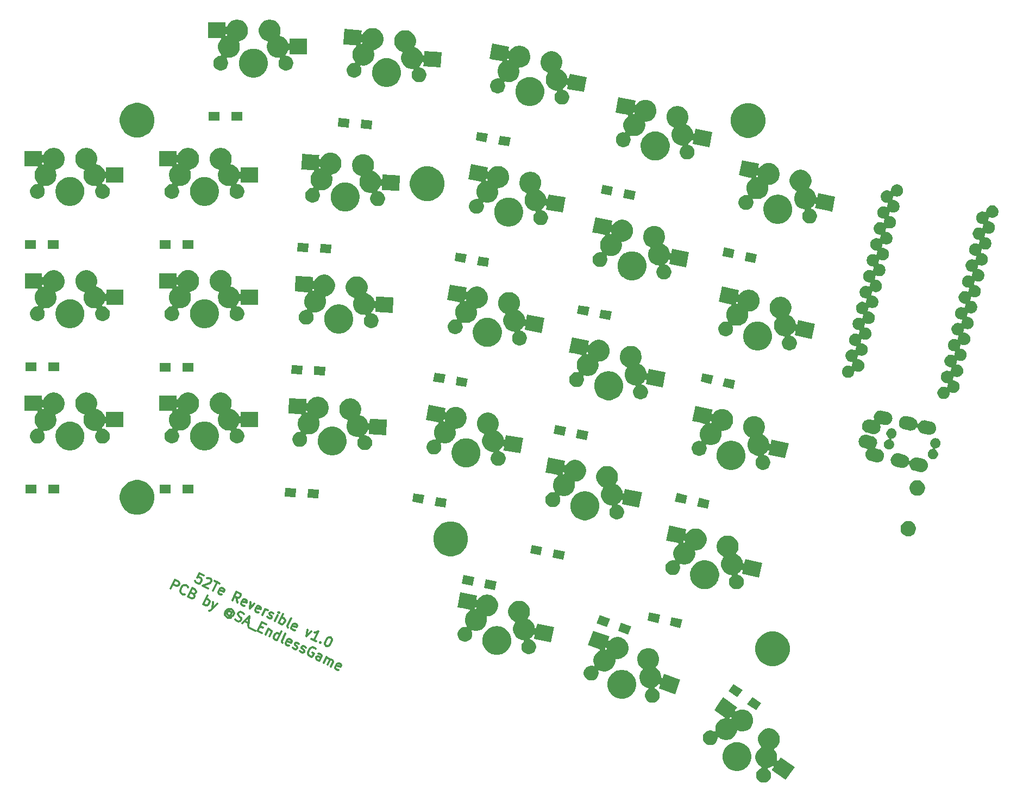
<source format=gbr>
G04 #@! TF.GenerationSoftware,KiCad,Pcbnew,(5.0.2)-1*
G04 #@! TF.CreationDate,2019-01-24T16:51:55+08:00*
G04 #@! TF.ProjectId,52Te_Rev,35325465-5f52-4657-962e-6b696361645f,rev?*
G04 #@! TF.SameCoordinates,Original*
G04 #@! TF.FileFunction,Soldermask,Top*
G04 #@! TF.FilePolarity,Negative*
%FSLAX46Y46*%
G04 Gerber Fmt 4.6, Leading zero omitted, Abs format (unit mm)*
G04 Created by KiCad (PCBNEW (5.0.2)-1) date 24/01/2019 16:51:55*
%MOMM*%
%LPD*%
G01*
G04 APERTURE LIST*
%ADD10C,0.300000*%
%ADD11C,0.100000*%
G04 APERTURE END LIST*
D10*
X187682778Y-184361940D02*
X187040782Y-184048818D01*
X186663460Y-184659502D01*
X186758972Y-184626614D01*
X186918683Y-184625039D01*
X187239681Y-184781600D01*
X187336768Y-184908424D01*
X187369655Y-185003936D01*
X187371230Y-185163647D01*
X187214669Y-185484645D01*
X187087845Y-185581732D01*
X186992333Y-185614620D01*
X186832622Y-185616195D01*
X186511624Y-185459634D01*
X186414537Y-185332810D01*
X186381650Y-185237298D01*
X188197949Y-184772150D02*
X188293461Y-184739262D01*
X188453172Y-184737687D01*
X188774170Y-184894248D01*
X188871257Y-185021072D01*
X188904145Y-185116584D01*
X188905720Y-185276295D01*
X188843095Y-185404695D01*
X188684959Y-185565981D01*
X187538817Y-185960629D01*
X188373412Y-186367688D01*
X189416166Y-185207370D02*
X190186561Y-185583117D01*
X189143807Y-186743435D02*
X189801363Y-185395244D01*
X190523310Y-187336792D02*
X190363599Y-187338367D01*
X190106800Y-187213118D01*
X190009713Y-187086294D01*
X190008138Y-186926583D01*
X190258636Y-186412986D01*
X190385460Y-186315899D01*
X190545172Y-186314324D01*
X190801970Y-186439573D01*
X190899057Y-186566397D01*
X190900632Y-186726108D01*
X190838007Y-186854508D01*
X190133387Y-186669784D01*
X192931582Y-188590856D02*
X192795307Y-187729675D01*
X192161187Y-188215109D02*
X192818743Y-186866918D01*
X193332340Y-187117416D01*
X193429427Y-187244240D01*
X193462314Y-187339752D01*
X193463889Y-187499463D01*
X193369953Y-187692062D01*
X193243129Y-187789149D01*
X193147617Y-187822036D01*
X192987906Y-187823611D01*
X192474309Y-187573114D01*
X194054287Y-189058964D02*
X193894575Y-189060539D01*
X193637777Y-188935291D01*
X193540690Y-188808467D01*
X193539115Y-188648755D01*
X193789613Y-188135159D01*
X193916437Y-188038072D01*
X194076148Y-188036497D01*
X194332946Y-188161745D01*
X194430033Y-188288569D01*
X194431608Y-188448281D01*
X194368984Y-188576680D01*
X193664364Y-188391957D01*
X194974942Y-188474868D02*
X194857569Y-189530223D01*
X195616938Y-188787990D01*
X196237072Y-190123580D02*
X196077361Y-190125155D01*
X195820563Y-189999906D01*
X195723476Y-189873082D01*
X195721900Y-189713371D01*
X195972398Y-189199774D01*
X196099222Y-189102687D01*
X196258934Y-189101112D01*
X196515732Y-189226361D01*
X196612819Y-189353185D01*
X196614394Y-189512896D01*
X196551770Y-189641296D01*
X195847149Y-189456573D01*
X196847756Y-190500902D02*
X197286127Y-189602108D01*
X197160878Y-189858906D02*
X197287702Y-189761819D01*
X197383214Y-189728932D01*
X197542925Y-189727357D01*
X197671324Y-189789981D01*
X197649463Y-190812449D02*
X197746550Y-190939273D01*
X198003348Y-191064522D01*
X198163059Y-191062947D01*
X198289883Y-190965860D01*
X198321196Y-190901660D01*
X198319621Y-190741949D01*
X198222534Y-190615125D01*
X198029935Y-190521188D01*
X197932848Y-190394364D01*
X197931273Y-190234653D01*
X197962585Y-190170453D01*
X198089409Y-190073366D01*
X198249120Y-190071791D01*
X198441719Y-190165728D01*
X198538806Y-190292552D01*
X198773743Y-191440269D02*
X199212114Y-190541474D01*
X199431300Y-190092077D02*
X199335788Y-190124965D01*
X199368675Y-190220477D01*
X199464187Y-190187589D01*
X199431300Y-190092077D01*
X199368675Y-190220477D01*
X199415739Y-191753391D02*
X200073295Y-190405200D01*
X199822798Y-190918796D02*
X199982509Y-190917221D01*
X200239307Y-191042470D01*
X200336394Y-191169294D01*
X200369282Y-191264806D01*
X200370857Y-191424517D01*
X200182983Y-191809715D01*
X200056159Y-191906802D01*
X199960648Y-191939689D01*
X199800936Y-191941264D01*
X199544138Y-191816015D01*
X199447051Y-191689191D01*
X200828129Y-192442260D02*
X200731042Y-192315436D01*
X200729467Y-192155724D01*
X201293087Y-191000132D01*
X201886635Y-192879056D02*
X201726923Y-192880631D01*
X201470125Y-192755382D01*
X201373038Y-192628558D01*
X201371463Y-192468847D01*
X201621961Y-191955250D01*
X201748785Y-191858163D01*
X201908496Y-191856588D01*
X202165295Y-191981837D01*
X202262381Y-192108661D01*
X202263957Y-192268372D01*
X202201332Y-192396771D01*
X201496712Y-192212048D01*
X203834483Y-192795955D02*
X203717110Y-193851310D01*
X204476479Y-193109077D01*
X205257900Y-194602803D02*
X204487505Y-194227057D01*
X204872703Y-194414930D02*
X205530259Y-193066739D01*
X205307923Y-193196713D01*
X205116900Y-193262488D01*
X204957188Y-193264063D01*
X205898321Y-194756214D02*
X205931208Y-194851726D01*
X205835696Y-194884613D01*
X205802809Y-194789101D01*
X205898321Y-194756214D01*
X205835696Y-194884613D01*
X207392047Y-193974793D02*
X207520446Y-194037418D01*
X207617533Y-194164242D01*
X207650420Y-194259754D01*
X207651996Y-194419465D01*
X207590946Y-194707576D01*
X207434385Y-195028573D01*
X207244937Y-195254059D01*
X207118113Y-195351146D01*
X207022601Y-195384034D01*
X206862889Y-195385609D01*
X206734490Y-195322984D01*
X206637403Y-195196160D01*
X206604516Y-195100649D01*
X206602941Y-194940937D01*
X206663990Y-194652827D01*
X206820551Y-194331829D01*
X207010000Y-194106343D01*
X207136824Y-194009256D01*
X207232336Y-193976368D01*
X207392047Y-193974793D01*
X182568997Y-186373821D02*
X183226554Y-185025630D01*
X183740150Y-185276127D01*
X183837237Y-185402951D01*
X183870124Y-185498463D01*
X183871700Y-185658175D01*
X183777763Y-185850773D01*
X183650939Y-185947860D01*
X183555427Y-185980748D01*
X183395716Y-185982323D01*
X182882119Y-185731825D01*
X184750207Y-187278725D02*
X184654696Y-187311612D01*
X184430785Y-187281875D01*
X184302385Y-187219251D01*
X184141099Y-187061115D01*
X184075324Y-186870091D01*
X184073749Y-186710380D01*
X184134798Y-186422269D01*
X184228735Y-186229670D01*
X184418184Y-186004184D01*
X184545008Y-185907097D01*
X184736031Y-185841323D01*
X184959942Y-185871060D01*
X185088341Y-185933684D01*
X185249628Y-186091820D01*
X185282515Y-186187332D01*
X186059211Y-187201924D02*
X186220497Y-187360061D01*
X186253384Y-187455572D01*
X186254960Y-187615284D01*
X186161023Y-187807883D01*
X186034199Y-187904969D01*
X185938687Y-187937857D01*
X185778976Y-187939432D01*
X185265379Y-187688934D01*
X185922936Y-186340743D01*
X186372333Y-186559929D01*
X186469420Y-186686753D01*
X186502307Y-186782264D01*
X186503882Y-186941976D01*
X186441258Y-187070375D01*
X186314434Y-187167462D01*
X186218922Y-187200349D01*
X186059211Y-187201924D01*
X185609814Y-186982739D01*
X187640763Y-188847486D02*
X188298320Y-187499295D01*
X188047822Y-188012892D02*
X188207534Y-188011317D01*
X188464332Y-188136566D01*
X188561419Y-188263390D01*
X188594306Y-188358902D01*
X188595881Y-188518613D01*
X188408008Y-188903810D01*
X188281184Y-189000897D01*
X188185672Y-189033785D01*
X188025961Y-189035360D01*
X187769162Y-188910111D01*
X187672076Y-188783287D01*
X189170527Y-188481000D02*
X189053154Y-189536355D01*
X189812523Y-188794122D02*
X189053154Y-189536355D01*
X188768194Y-189794729D01*
X188672682Y-189827616D01*
X188512971Y-189829191D01*
X192062658Y-190209473D02*
X192029771Y-190113961D01*
X191932684Y-189987137D01*
X191804285Y-189924513D01*
X191644574Y-189926088D01*
X191549062Y-189958975D01*
X191422238Y-190056062D01*
X191359613Y-190184461D01*
X191361188Y-190344173D01*
X191394076Y-190439685D01*
X191491163Y-190566509D01*
X191619562Y-190629133D01*
X191779273Y-190627558D01*
X191874785Y-190594671D01*
X192125283Y-190081074D02*
X191874785Y-190594671D01*
X191907672Y-190690182D01*
X191971872Y-190721495D01*
X192131583Y-190719919D01*
X192258407Y-190622833D01*
X192414968Y-190301835D01*
X192380506Y-190046611D01*
X192250532Y-189824276D01*
X192025046Y-189634827D01*
X191736935Y-189573778D01*
X191481712Y-189608240D01*
X191259376Y-189738215D01*
X191069928Y-189963701D01*
X191008878Y-190251811D01*
X191043341Y-190507034D01*
X191173315Y-190729370D01*
X191398801Y-190918819D01*
X191686912Y-190979868D01*
X191942135Y-190945406D01*
X192615443Y-191194328D02*
X192776729Y-191352464D01*
X193097727Y-191509026D01*
X193257439Y-191507450D01*
X193352950Y-191474563D01*
X193479774Y-191377476D01*
X193542399Y-191249077D01*
X193540824Y-191089366D01*
X193507936Y-190993854D01*
X193410849Y-190867030D01*
X193185363Y-190677581D01*
X193088276Y-190550757D01*
X193055389Y-190455246D01*
X193053814Y-190295534D01*
X193116438Y-190167135D01*
X193243262Y-190070048D01*
X193338774Y-190037161D01*
X193498486Y-190035586D01*
X193819483Y-190192147D01*
X193980770Y-190350283D01*
X194055995Y-191499575D02*
X194697991Y-191812697D01*
X193739723Y-191822148D02*
X194846677Y-190693142D01*
X194638517Y-192260519D01*
X194704292Y-192451543D02*
X195731485Y-192952538D01*
X196459542Y-192274505D02*
X196908939Y-192493690D01*
X196757103Y-193293822D02*
X196115107Y-192980700D01*
X196772664Y-191632509D01*
X197414660Y-191945631D01*
X197773270Y-192676838D02*
X197334899Y-193575632D01*
X197710646Y-192805238D02*
X197806158Y-192772350D01*
X197965869Y-192770775D01*
X198158468Y-192864712D01*
X198255555Y-192991536D01*
X198257130Y-193151247D01*
X197912695Y-193857442D01*
X199132487Y-194452375D02*
X199790044Y-193104184D01*
X199163799Y-194388175D02*
X199004088Y-194389750D01*
X198747290Y-194264501D01*
X198650203Y-194137677D01*
X198617315Y-194042166D01*
X198615740Y-193882454D01*
X198803614Y-193497257D01*
X198930438Y-193400170D01*
X199025950Y-193367282D01*
X199185661Y-193365707D01*
X199442459Y-193490956D01*
X199539546Y-193617780D01*
X199967082Y-194859434D02*
X199869995Y-194732610D01*
X199868420Y-194572898D01*
X200432040Y-193417306D01*
X201025587Y-195296230D02*
X200865876Y-195297805D01*
X200609077Y-195172556D01*
X200511990Y-195045732D01*
X200510415Y-194886020D01*
X200760913Y-194372424D01*
X200887737Y-194275337D01*
X201047449Y-194273762D01*
X201304247Y-194399011D01*
X201401334Y-194525835D01*
X201402909Y-194685546D01*
X201340284Y-194813945D01*
X200635664Y-194629222D01*
X201603383Y-195578040D02*
X201700470Y-195704864D01*
X201957268Y-195830113D01*
X202116980Y-195828537D01*
X202243804Y-195731451D01*
X202275116Y-195667251D01*
X202273541Y-195507540D01*
X202176454Y-195380716D01*
X201983855Y-195286779D01*
X201886768Y-195159955D01*
X201885193Y-195000244D01*
X201916506Y-194936044D01*
X202043330Y-194838957D01*
X202203041Y-194837382D01*
X202395640Y-194931319D01*
X202492727Y-195058143D01*
X202694776Y-196110347D02*
X202791863Y-196237172D01*
X203048661Y-196362420D01*
X203208373Y-196360845D01*
X203335197Y-196263758D01*
X203366509Y-196199559D01*
X203364934Y-196039847D01*
X203267847Y-195913023D01*
X203075248Y-195819087D01*
X202978161Y-195692263D01*
X202976586Y-195532551D01*
X203007898Y-195468352D01*
X203134722Y-195371265D01*
X203294434Y-195369690D01*
X203487032Y-195463626D01*
X203584119Y-195590450D01*
X205151496Y-195798610D02*
X205054409Y-195671786D01*
X204861810Y-195577849D01*
X204637899Y-195548112D01*
X204446876Y-195613887D01*
X204320052Y-195710974D01*
X204130603Y-195936460D01*
X204036667Y-196129059D01*
X203975617Y-196417169D01*
X203977192Y-196576881D01*
X204042967Y-196767904D01*
X204204254Y-196926040D01*
X204332653Y-196988665D01*
X204556564Y-197018402D01*
X204652075Y-196985515D01*
X204871261Y-196536118D01*
X204614463Y-196410869D01*
X205745043Y-197677534D02*
X206089478Y-196971339D01*
X206087903Y-196811627D01*
X205990816Y-196684803D01*
X205734018Y-196559554D01*
X205574306Y-196561129D01*
X205776356Y-197613334D02*
X205616644Y-197614909D01*
X205295646Y-197458348D01*
X205198559Y-197331524D01*
X205196984Y-197171813D01*
X205259609Y-197043414D01*
X205386433Y-196946327D01*
X205546144Y-196944752D01*
X205867142Y-197101313D01*
X206026853Y-197099738D01*
X206387039Y-197990656D02*
X206825410Y-197091862D01*
X206762786Y-197220261D02*
X206858298Y-197187374D01*
X207018009Y-197185799D01*
X207210608Y-197279735D01*
X207307695Y-197406559D01*
X207309270Y-197566271D01*
X206964835Y-198272466D01*
X207309270Y-197566271D02*
X207436094Y-197469184D01*
X207595805Y-197467609D01*
X207788404Y-197561545D01*
X207885491Y-197688369D01*
X207887066Y-197848081D01*
X207542631Y-198554276D01*
X208729536Y-199053697D02*
X208569825Y-199055272D01*
X208313026Y-198930023D01*
X208215939Y-198803199D01*
X208214364Y-198643487D01*
X208464862Y-198129891D01*
X208591686Y-198032804D01*
X208751398Y-198031229D01*
X209008196Y-198156478D01*
X209105283Y-198283302D01*
X209106858Y-198443013D01*
X209044233Y-198571412D01*
X208339613Y-198386689D01*
D11*
G36*
X276170807Y-208209145D02*
X276280286Y-208230922D01*
X276589666Y-208359071D01*
X276868101Y-208545115D01*
X277104891Y-208781905D01*
X277290935Y-209060340D01*
X277398816Y-209320789D01*
X277419084Y-209369721D01*
X277472523Y-209638374D01*
X277484414Y-209698157D01*
X277484414Y-210033027D01*
X277419084Y-210361464D01*
X277290935Y-210670844D01*
X277104891Y-210949279D01*
X276868101Y-211186069D01*
X276644235Y-211335651D01*
X276625303Y-211351189D01*
X276609757Y-211370131D01*
X276598206Y-211391741D01*
X276591093Y-211415191D01*
X276588691Y-211439577D01*
X276591093Y-211463963D01*
X276598206Y-211487412D01*
X276609757Y-211509023D01*
X276625298Y-211527959D01*
X276688331Y-211590992D01*
X276874375Y-211869427D01*
X277002524Y-212178807D01*
X277067854Y-212507244D01*
X277067854Y-212842114D01*
X277013604Y-213114846D01*
X277011203Y-213139227D01*
X277013605Y-213163613D01*
X277020718Y-213187062D01*
X277032269Y-213208673D01*
X277047814Y-213227615D01*
X277066757Y-213243161D01*
X277088367Y-213254712D01*
X277111816Y-213261825D01*
X277136203Y-213264227D01*
X277160589Y-213261825D01*
X277184038Y-213254712D01*
X277205649Y-213243161D01*
X277224591Y-213227616D01*
X277238597Y-213210924D01*
X277255305Y-213187062D01*
X277586328Y-212714312D01*
X277586329Y-212714312D01*
X279704644Y-214197573D01*
X279798039Y-214262969D01*
X278421456Y-216228934D01*
X278421455Y-216228934D01*
X276209745Y-214680277D01*
X276272604Y-214590505D01*
X276516483Y-214242209D01*
X276528500Y-214220861D01*
X276536123Y-214197573D01*
X276539056Y-214173245D01*
X276537187Y-214148812D01*
X276530587Y-214125213D01*
X276519510Y-214103356D01*
X276504382Y-214084079D01*
X276485783Y-214068124D01*
X276464429Y-214056104D01*
X276441141Y-214048481D01*
X276416813Y-214045548D01*
X276392380Y-214047417D01*
X276368781Y-214054017D01*
X276344646Y-214066581D01*
X276173106Y-214181200D01*
X275863726Y-214309349D01*
X275697242Y-214342465D01*
X275673795Y-214349577D01*
X275652184Y-214361128D01*
X275633242Y-214376674D01*
X275617696Y-214395616D01*
X275606145Y-214417226D01*
X275599032Y-214440676D01*
X275596630Y-214465062D01*
X275599032Y-214489448D01*
X275606145Y-214512897D01*
X275617696Y-214534508D01*
X275633242Y-214553450D01*
X275652183Y-214568995D01*
X275684375Y-214590505D01*
X275844553Y-214750683D01*
X275970409Y-214939040D01*
X276057098Y-215148325D01*
X276101292Y-215370502D01*
X276101292Y-215597034D01*
X276057098Y-215819211D01*
X275970409Y-216028496D01*
X275844553Y-216216853D01*
X275684377Y-216377029D01*
X275496020Y-216502885D01*
X275286735Y-216589574D01*
X275064558Y-216633768D01*
X274838026Y-216633768D01*
X274615849Y-216589574D01*
X274406564Y-216502885D01*
X274218207Y-216377029D01*
X274058031Y-216216853D01*
X273932175Y-216028496D01*
X273845486Y-215819211D01*
X273801292Y-215597034D01*
X273801292Y-215370502D01*
X273845486Y-215148325D01*
X273932175Y-214939040D01*
X274058031Y-214750683D01*
X274218207Y-214590507D01*
X274406562Y-214464652D01*
X274548708Y-214405773D01*
X274570318Y-214394222D01*
X274589261Y-214378676D01*
X274604806Y-214359734D01*
X274616357Y-214338123D01*
X274623470Y-214314674D01*
X274625872Y-214290288D01*
X274623470Y-214265901D01*
X274616357Y-214242452D01*
X274604806Y-214220842D01*
X274589260Y-214201899D01*
X274570318Y-214186354D01*
X274562609Y-214181203D01*
X274562602Y-214181200D01*
X274284167Y-213995156D01*
X274047377Y-213758366D01*
X273861333Y-213479931D01*
X273733184Y-213170551D01*
X273667854Y-212842114D01*
X273667854Y-212507244D01*
X273733184Y-212178807D01*
X273861333Y-211869427D01*
X274047377Y-211590992D01*
X274284167Y-211354202D01*
X274508033Y-211204620D01*
X274526965Y-211189082D01*
X274542511Y-211170140D01*
X274554062Y-211148530D01*
X274561175Y-211125080D01*
X274563577Y-211100694D01*
X274561175Y-211076308D01*
X274554062Y-211052859D01*
X274542511Y-211031248D01*
X274526970Y-211012312D01*
X274463937Y-210949279D01*
X274277893Y-210670844D01*
X274149744Y-210361464D01*
X274084414Y-210033027D01*
X274084414Y-209698157D01*
X274096306Y-209638374D01*
X274149744Y-209369721D01*
X274170012Y-209320789D01*
X274277893Y-209060340D01*
X274463937Y-208781905D01*
X274700727Y-208545115D01*
X274979162Y-208359071D01*
X275288542Y-208230922D01*
X275398021Y-208209145D01*
X275616977Y-208165592D01*
X275951851Y-208165592D01*
X276170807Y-208209145D01*
X276170807Y-208209145D01*
G37*
G36*
X271220055Y-210361463D02*
X271446301Y-210406466D01*
X271615910Y-210476720D01*
X271855774Y-210576075D01*
X271855775Y-210576076D01*
X272224292Y-210822311D01*
X272537689Y-211135708D01*
X272671281Y-211335643D01*
X272783925Y-211504226D01*
X272883280Y-211744090D01*
X272935197Y-211869429D01*
X272953534Y-211913700D01*
X273040000Y-212348393D01*
X273040000Y-212791607D01*
X273029953Y-212842115D01*
X272953534Y-213226301D01*
X272883280Y-213395910D01*
X272783925Y-213635774D01*
X272783924Y-213635775D01*
X272537689Y-214004292D01*
X272224292Y-214317689D01*
X271978614Y-214481846D01*
X271855774Y-214563925D01*
X271615910Y-214663280D01*
X271446301Y-214733534D01*
X271228953Y-214776767D01*
X271011607Y-214820000D01*
X270568393Y-214820000D01*
X270351047Y-214776767D01*
X270133699Y-214733534D01*
X269964090Y-214663280D01*
X269724226Y-214563925D01*
X269601386Y-214481846D01*
X269355708Y-214317689D01*
X269042311Y-214004292D01*
X268796076Y-213635775D01*
X268796075Y-213635774D01*
X268696720Y-213395910D01*
X268626466Y-213226301D01*
X268550047Y-212842115D01*
X268540000Y-212791607D01*
X268540000Y-212348393D01*
X268626466Y-211913700D01*
X268644804Y-211869429D01*
X268696720Y-211744090D01*
X268796075Y-211504226D01*
X268908719Y-211335643D01*
X269042311Y-211135708D01*
X269355708Y-210822311D01*
X269724225Y-210576076D01*
X269724226Y-210576075D01*
X269964090Y-210476720D01*
X270133699Y-210406466D01*
X270359945Y-210361463D01*
X270568393Y-210320000D01*
X271011607Y-210320000D01*
X271220055Y-210361463D01*
X271220055Y-210361463D01*
G37*
G36*
X270851692Y-204897902D02*
X270543319Y-205338305D01*
X270531302Y-205359653D01*
X270523679Y-205382941D01*
X270520746Y-205407269D01*
X270522615Y-205431702D01*
X270529215Y-205455301D01*
X270540292Y-205477158D01*
X270555420Y-205496435D01*
X270574019Y-205512390D01*
X270595373Y-205524410D01*
X270618661Y-205532033D01*
X270642989Y-205534966D01*
X270667422Y-205533097D01*
X270691021Y-205526497D01*
X270715156Y-205513933D01*
X270817870Y-205445302D01*
X271127250Y-205317153D01*
X271236729Y-205295376D01*
X271455685Y-205251823D01*
X271790559Y-205251823D01*
X272009515Y-205295376D01*
X272118994Y-205317153D01*
X272428374Y-205445302D01*
X272706809Y-205631346D01*
X272943599Y-205868136D01*
X273129643Y-206146571D01*
X273257792Y-206455951D01*
X273274194Y-206538412D01*
X273323122Y-206784386D01*
X273323122Y-207119260D01*
X273279569Y-207338216D01*
X273257792Y-207447695D01*
X273129643Y-207757075D01*
X272943599Y-208035510D01*
X272706809Y-208272300D01*
X272428374Y-208458344D01*
X272118994Y-208586493D01*
X272009515Y-208608270D01*
X271790559Y-208651823D01*
X271455685Y-208651823D01*
X271324312Y-208625691D01*
X271127250Y-208586493D01*
X270968424Y-208520705D01*
X270944983Y-208513595D01*
X270920597Y-208511193D01*
X270896211Y-208513595D01*
X270872762Y-208520708D01*
X270851151Y-208532259D01*
X270832209Y-208547805D01*
X270816663Y-208566747D01*
X270805112Y-208588357D01*
X270797999Y-208611807D01*
X270760585Y-208799900D01*
X270632436Y-209109280D01*
X270446392Y-209387715D01*
X270209602Y-209624505D01*
X269931167Y-209810549D01*
X269621787Y-209938698D01*
X269512308Y-209960475D01*
X269293352Y-210004028D01*
X268958478Y-210004028D01*
X268739522Y-209960475D01*
X268630043Y-209938698D01*
X268320663Y-209810549D01*
X268042228Y-209624505D01*
X267992090Y-209574367D01*
X267973154Y-209558826D01*
X267951543Y-209547275D01*
X267928094Y-209540162D01*
X267903708Y-209537760D01*
X267879322Y-209540162D01*
X267855873Y-209547275D01*
X267834262Y-209558826D01*
X267815320Y-209574372D01*
X267799774Y-209593314D01*
X267788223Y-209614925D01*
X267781110Y-209638374D01*
X267778708Y-209662760D01*
X267778708Y-209769498D01*
X267734514Y-209991675D01*
X267647825Y-210200960D01*
X267521969Y-210389317D01*
X267361793Y-210549493D01*
X267173436Y-210675349D01*
X266964151Y-210762038D01*
X266741974Y-210806232D01*
X266515442Y-210806232D01*
X266293265Y-210762038D01*
X266083980Y-210675349D01*
X265895623Y-210549493D01*
X265735447Y-210389317D01*
X265609591Y-210200960D01*
X265522902Y-209991675D01*
X265478708Y-209769498D01*
X265478708Y-209542966D01*
X265522902Y-209320789D01*
X265609591Y-209111504D01*
X265735447Y-208923147D01*
X265895623Y-208762971D01*
X266083980Y-208637115D01*
X266293265Y-208550426D01*
X266515442Y-208506232D01*
X266741974Y-208506232D01*
X266964151Y-208550426D01*
X267173436Y-208637115D01*
X267251698Y-208689408D01*
X267273308Y-208700959D01*
X267296758Y-208708072D01*
X267321144Y-208710474D01*
X267345530Y-208708072D01*
X267368979Y-208700959D01*
X267390590Y-208689408D01*
X267409532Y-208673862D01*
X267425078Y-208654920D01*
X267436629Y-208633310D01*
X267443742Y-208609860D01*
X267446144Y-208585474D01*
X267443742Y-208561088D01*
X267425915Y-208471465D01*
X267425915Y-208136591D01*
X267491245Y-207808157D01*
X267491245Y-207808156D01*
X267619394Y-207498776D01*
X267805438Y-207220341D01*
X268042228Y-206983551D01*
X268320663Y-206797507D01*
X268630043Y-206669358D01*
X268784746Y-206638586D01*
X268808191Y-206631474D01*
X268829802Y-206619923D01*
X268845083Y-206607382D01*
X269680418Y-206607382D01*
X269682287Y-206631815D01*
X269688887Y-206655414D01*
X269699964Y-206677272D01*
X269715093Y-206696548D01*
X269733691Y-206712503D01*
X269757548Y-206725592D01*
X269780610Y-206735144D01*
X269804051Y-206742256D01*
X269828437Y-206744658D01*
X269852824Y-206742257D01*
X269876273Y-206735144D01*
X269897884Y-206723593D01*
X269916827Y-206708048D01*
X269932372Y-206689106D01*
X269943924Y-206667496D01*
X269951038Y-206644044D01*
X269962838Y-206584721D01*
X269965240Y-206560335D01*
X269962838Y-206535949D01*
X269955725Y-206512499D01*
X269944174Y-206490889D01*
X269928628Y-206471947D01*
X269909686Y-206456401D01*
X269888075Y-206444850D01*
X269864626Y-206437737D01*
X269840240Y-206435335D01*
X269815854Y-206437737D01*
X269792404Y-206444850D01*
X269770794Y-206456401D01*
X269751852Y-206471947D01*
X269737853Y-206488630D01*
X269702990Y-206538419D01*
X269690974Y-206559766D01*
X269683351Y-206583054D01*
X269680418Y-206607382D01*
X268845083Y-206607382D01*
X268848744Y-206604378D01*
X268864290Y-206585436D01*
X268875841Y-206563825D01*
X268882954Y-206540376D01*
X268885356Y-206515989D01*
X268882954Y-206491603D01*
X268875841Y-206468154D01*
X268864290Y-206446543D01*
X268848745Y-206427601D01*
X268832053Y-206413595D01*
X267263398Y-205315210D01*
X267894792Y-204413486D01*
X268639981Y-203349245D01*
X268639982Y-203349245D01*
X270851692Y-204897902D01*
X270851692Y-204897902D01*
G37*
G36*
X274567438Y-204282710D02*
X273793110Y-205388566D01*
X272400552Y-204413486D01*
X273174880Y-203307630D01*
X274567438Y-204282710D01*
X274567438Y-204282710D01*
G37*
G36*
X257270855Y-195720780D02*
X257470154Y-195760423D01*
X257779534Y-195888572D01*
X258057969Y-196074616D01*
X258294759Y-196311406D01*
X258480803Y-196589841D01*
X258608952Y-196899221D01*
X258608952Y-196899222D01*
X258651717Y-197114213D01*
X258674282Y-197227658D01*
X258674282Y-197562528D01*
X258608952Y-197890965D01*
X258480803Y-198200345D01*
X258294759Y-198478780D01*
X258187672Y-198585867D01*
X258172131Y-198604803D01*
X258160580Y-198626414D01*
X258153467Y-198649863D01*
X258151065Y-198674249D01*
X258153467Y-198698635D01*
X258160580Y-198722084D01*
X258172131Y-198743695D01*
X258187677Y-198762637D01*
X258206613Y-198778178D01*
X258382647Y-198895800D01*
X258619437Y-199132590D01*
X258805481Y-199411025D01*
X258933630Y-199720405D01*
X258933630Y-199720406D01*
X258998960Y-200048840D01*
X258998960Y-200216455D01*
X259001362Y-200240841D01*
X259008475Y-200264290D01*
X259020026Y-200285901D01*
X259035572Y-200304843D01*
X259054514Y-200320389D01*
X259076125Y-200331940D01*
X259099574Y-200339053D01*
X259123960Y-200341455D01*
X259148346Y-200339053D01*
X259171795Y-200331940D01*
X259193406Y-200320389D01*
X259212348Y-200304843D01*
X259227894Y-200285901D01*
X259241420Y-200259212D01*
X259452099Y-199680376D01*
X261989269Y-200603830D01*
X261168421Y-202859092D01*
X258631251Y-201935638D01*
X258808938Y-201447446D01*
X258815019Y-201423717D01*
X258816355Y-201399250D01*
X258812892Y-201374991D01*
X258804762Y-201351875D01*
X258792280Y-201330788D01*
X258775923Y-201312542D01*
X258756321Y-201297838D01*
X258734227Y-201287240D01*
X258710489Y-201281157D01*
X258686022Y-201279821D01*
X258661763Y-201283284D01*
X258638647Y-201291414D01*
X258617560Y-201303896D01*
X258603093Y-201316308D01*
X258382647Y-201536754D01*
X258104212Y-201722798D01*
X258058329Y-201741803D01*
X258036726Y-201753350D01*
X258017784Y-201768895D01*
X258002239Y-201787837D01*
X257990687Y-201809448D01*
X257983574Y-201832897D01*
X257981172Y-201857283D01*
X257983574Y-201881670D01*
X257990687Y-201905119D01*
X258002238Y-201926730D01*
X258017783Y-201945672D01*
X258036725Y-201961217D01*
X258058337Y-201972769D01*
X258168367Y-202018345D01*
X258356724Y-202144201D01*
X258516900Y-202304377D01*
X258642756Y-202492734D01*
X258729445Y-202702019D01*
X258773639Y-202924196D01*
X258773639Y-203150728D01*
X258729445Y-203372905D01*
X258642756Y-203582190D01*
X258516900Y-203770547D01*
X258356724Y-203930723D01*
X258168367Y-204056579D01*
X257959082Y-204143268D01*
X257736905Y-204187462D01*
X257510373Y-204187462D01*
X257288196Y-204143268D01*
X257078911Y-204056579D01*
X256890554Y-203930723D01*
X256730378Y-203770547D01*
X256604522Y-203582190D01*
X256517833Y-203372905D01*
X256473639Y-203150728D01*
X256473639Y-202924196D01*
X256517833Y-202702019D01*
X256604522Y-202492734D01*
X256730378Y-202304377D01*
X256890555Y-202144200D01*
X256957775Y-202099285D01*
X256976718Y-202083739D01*
X256992263Y-202064797D01*
X257003814Y-202043186D01*
X257010927Y-202019737D01*
X257013329Y-201995351D01*
X257010927Y-201970964D01*
X257003814Y-201947515D01*
X256992263Y-201925905D01*
X256976717Y-201906962D01*
X256957775Y-201891417D01*
X256936164Y-201879866D01*
X256912716Y-201872753D01*
X256803088Y-201850947D01*
X256493708Y-201722798D01*
X256215273Y-201536754D01*
X255978483Y-201299964D01*
X255792439Y-201021529D01*
X255664290Y-200712149D01*
X255598960Y-200383712D01*
X255598960Y-200048842D01*
X255635388Y-199865708D01*
X255664290Y-199720406D01*
X255664290Y-199720405D01*
X255792439Y-199411025D01*
X255978483Y-199132590D01*
X256085570Y-199025503D01*
X256101111Y-199006567D01*
X256112662Y-198984956D01*
X256119775Y-198961507D01*
X256122177Y-198937121D01*
X256119775Y-198912735D01*
X256112662Y-198889286D01*
X256101111Y-198867675D01*
X256085565Y-198848733D01*
X256066629Y-198833192D01*
X255890595Y-198715570D01*
X255653805Y-198478780D01*
X255467761Y-198200345D01*
X255339612Y-197890965D01*
X255274282Y-197562528D01*
X255274282Y-197227658D01*
X255296848Y-197114213D01*
X255339612Y-196899222D01*
X255339612Y-196899221D01*
X255467761Y-196589841D01*
X255653805Y-196311406D01*
X255890595Y-196074616D01*
X256169030Y-195888572D01*
X256478410Y-195760423D01*
X256677709Y-195720780D01*
X256806845Y-195695093D01*
X257141719Y-195695093D01*
X257270855Y-195720780D01*
X257270855Y-195720780D01*
G37*
G36*
X253506301Y-199136466D02*
X253649128Y-199195627D01*
X253915774Y-199306075D01*
X254038614Y-199388154D01*
X254284292Y-199552311D01*
X254597689Y-199865708D01*
X254619253Y-199897981D01*
X254843925Y-200234226D01*
X254935703Y-200455799D01*
X255013534Y-200643699D01*
X255027227Y-200712538D01*
X255100000Y-201078393D01*
X255100000Y-201521607D01*
X255096987Y-201536754D01*
X255013534Y-201956301D01*
X254997359Y-201995351D01*
X254843925Y-202365774D01*
X254843924Y-202365775D01*
X254597689Y-202734292D01*
X254284292Y-203047689D01*
X254130083Y-203150728D01*
X253915774Y-203293925D01*
X253675910Y-203393280D01*
X253506301Y-203463534D01*
X253071607Y-203550000D01*
X252628393Y-203550000D01*
X252411047Y-203506767D01*
X252193699Y-203463534D01*
X252024090Y-203393280D01*
X251784226Y-203293925D01*
X251569917Y-203150728D01*
X251415708Y-203047689D01*
X251102311Y-202734292D01*
X250856076Y-202365775D01*
X250856075Y-202365774D01*
X250702641Y-201995351D01*
X250686466Y-201956301D01*
X250603013Y-201536754D01*
X250600000Y-201521607D01*
X250600000Y-201078393D01*
X250672773Y-200712538D01*
X250686466Y-200643699D01*
X250764297Y-200455799D01*
X250856075Y-200234226D01*
X251080747Y-199897981D01*
X251102311Y-199865708D01*
X251415708Y-199552311D01*
X251661386Y-199388154D01*
X251784226Y-199306075D01*
X252050872Y-199195627D01*
X252193699Y-199136466D01*
X252628393Y-199050000D01*
X253071607Y-199050000D01*
X253506301Y-199136466D01*
X253506301Y-199136466D01*
G37*
G36*
X271659448Y-202246514D02*
X270885120Y-203352370D01*
X269492562Y-202377290D01*
X270266890Y-201271434D01*
X271659448Y-202246514D01*
X271659448Y-202246514D01*
G37*
G36*
X250923904Y-193873355D02*
X250740860Y-194376263D01*
X250734779Y-194399995D01*
X250733443Y-194424462D01*
X250736906Y-194448721D01*
X250745036Y-194471837D01*
X250757518Y-194492924D01*
X250773875Y-194511170D01*
X250793477Y-194525874D01*
X250815571Y-194536472D01*
X250839309Y-194542555D01*
X250863776Y-194543891D01*
X250888035Y-194540428D01*
X250911151Y-194532298D01*
X250932238Y-194519816D01*
X250946705Y-194507404D01*
X251116956Y-194337153D01*
X251395391Y-194151109D01*
X251704771Y-194022960D01*
X251814250Y-194001183D01*
X252033206Y-193957630D01*
X252368080Y-193957630D01*
X252587036Y-194001183D01*
X252696515Y-194022960D01*
X253005895Y-194151109D01*
X253284330Y-194337153D01*
X253521120Y-194573943D01*
X253707164Y-194852378D01*
X253835313Y-195161758D01*
X253835313Y-195161759D01*
X253900643Y-195490193D01*
X253900643Y-195825067D01*
X253878916Y-195934294D01*
X253835313Y-196153502D01*
X253707164Y-196462882D01*
X253521120Y-196741317D01*
X253284330Y-196978107D01*
X253005895Y-197164151D01*
X252696515Y-197292300D01*
X252587036Y-197314077D01*
X252368080Y-197357630D01*
X252033206Y-197357630D01*
X251987888Y-197348616D01*
X251963501Y-197346214D01*
X251939115Y-197348616D01*
X251915666Y-197355729D01*
X251894055Y-197367281D01*
X251875113Y-197382826D01*
X251859568Y-197401768D01*
X251848017Y-197423379D01*
X251840904Y-197446828D01*
X251838502Y-197471214D01*
X251838502Y-197777521D01*
X251815936Y-197890965D01*
X251773172Y-198105956D01*
X251645023Y-198415336D01*
X251458979Y-198693771D01*
X251222189Y-198930561D01*
X250943754Y-199116605D01*
X250634374Y-199244754D01*
X250524895Y-199266531D01*
X250305939Y-199310084D01*
X249971065Y-199310084D01*
X249752109Y-199266531D01*
X249642630Y-199244754D01*
X249360700Y-199127975D01*
X249337257Y-199120864D01*
X249312871Y-199118462D01*
X249288485Y-199120864D01*
X249265036Y-199127977D01*
X249243425Y-199139528D01*
X249224483Y-199155074D01*
X249208937Y-199174016D01*
X249197386Y-199195627D01*
X249190273Y-199219076D01*
X249187871Y-199243462D01*
X249190273Y-199267844D01*
X249218753Y-199411025D01*
X249226361Y-199449273D01*
X249226361Y-199675804D01*
X249182167Y-199897981D01*
X249095478Y-200107266D01*
X248969622Y-200295623D01*
X248809446Y-200455799D01*
X248621089Y-200581655D01*
X248411804Y-200668344D01*
X248189627Y-200712538D01*
X247963095Y-200712538D01*
X247740918Y-200668344D01*
X247531633Y-200581655D01*
X247343276Y-200455799D01*
X247183100Y-200295623D01*
X247057244Y-200107266D01*
X246970555Y-199897981D01*
X246926361Y-199675804D01*
X246926361Y-199449272D01*
X246970555Y-199227095D01*
X247057244Y-199017810D01*
X247183100Y-198829453D01*
X247343276Y-198669277D01*
X247531633Y-198543421D01*
X247740918Y-198456732D01*
X247963095Y-198412538D01*
X248189627Y-198412538D01*
X248369715Y-198448360D01*
X248411804Y-198456732D01*
X248419476Y-198459910D01*
X248442922Y-198467023D01*
X248467308Y-198469425D01*
X248491695Y-198467023D01*
X248515144Y-198459911D01*
X248536755Y-198448360D01*
X248555697Y-198432815D01*
X248571243Y-198413873D01*
X248582794Y-198392262D01*
X248589908Y-198368813D01*
X248592310Y-198344427D01*
X248589908Y-198320040D01*
X248582795Y-198296590D01*
X248542928Y-198200343D01*
X248503832Y-198105956D01*
X248461068Y-197890965D01*
X248438502Y-197777521D01*
X248438502Y-197442647D01*
X248503832Y-197114213D01*
X248530873Y-197048930D01*
X248631981Y-196804832D01*
X248818025Y-196526397D01*
X249054815Y-196289607D01*
X249333250Y-196103563D01*
X249364143Y-196090767D01*
X249385748Y-196079219D01*
X249404690Y-196063674D01*
X249420236Y-196044732D01*
X249431787Y-196023122D01*
X249438901Y-195999673D01*
X249441303Y-195975286D01*
X249438901Y-195950900D01*
X249431788Y-195927451D01*
X249420237Y-195905840D01*
X249404692Y-195886898D01*
X249385750Y-195871352D01*
X249359058Y-195857824D01*
X249196031Y-195798487D01*
X250233339Y-195798487D01*
X250236802Y-195822745D01*
X250244931Y-195845862D01*
X250257414Y-195866949D01*
X250273771Y-195885194D01*
X250293373Y-195899899D01*
X250315467Y-195910496D01*
X250333836Y-195915633D01*
X250338229Y-195916507D01*
X250351261Y-195919099D01*
X250375647Y-195921500D01*
X250400034Y-195919097D01*
X250423483Y-195911983D01*
X250445093Y-195900431D01*
X250464035Y-195884885D01*
X250479579Y-195865943D01*
X250491130Y-195844331D01*
X250498242Y-195820882D01*
X250500643Y-195796500D01*
X250500643Y-195745166D01*
X250498241Y-195720780D01*
X250491128Y-195697331D01*
X250479577Y-195675720D01*
X250464031Y-195656778D01*
X250445089Y-195641232D01*
X250423478Y-195629681D01*
X250400029Y-195622568D01*
X250375643Y-195620166D01*
X250351257Y-195622568D01*
X250327808Y-195629681D01*
X250306197Y-195641232D01*
X250287255Y-195656778D01*
X250271709Y-195675720D01*
X250258182Y-195702413D01*
X250240759Y-195750282D01*
X250234675Y-195774019D01*
X250233339Y-195798487D01*
X249196031Y-195798487D01*
X247565886Y-195205163D01*
X248386734Y-192949901D01*
X250923904Y-193873355D01*
X250923904Y-193873355D01*
G37*
G36*
X277147560Y-193173759D02*
X277638928Y-193377290D01*
X277638930Y-193377291D01*
X277906845Y-193556306D01*
X278081153Y-193672775D01*
X278457225Y-194048847D01*
X278457227Y-194048850D01*
X278728417Y-194454714D01*
X278752710Y-194491072D01*
X278956241Y-194982440D01*
X279060000Y-195504072D01*
X279060000Y-196035928D01*
X278956241Y-196557560D01*
X278752710Y-197048928D01*
X278457225Y-197491153D01*
X278081153Y-197867225D01*
X278081150Y-197867227D01*
X277638930Y-198162709D01*
X277638929Y-198162710D01*
X277638928Y-198162710D01*
X277147560Y-198366241D01*
X276625928Y-198470000D01*
X276094072Y-198470000D01*
X275572440Y-198366241D01*
X275081072Y-198162710D01*
X275081071Y-198162710D01*
X275081070Y-198162709D01*
X274638850Y-197867227D01*
X274638847Y-197867225D01*
X274262775Y-197491153D01*
X273967290Y-197048928D01*
X273763759Y-196557560D01*
X273660000Y-196035928D01*
X273660000Y-195504072D01*
X273763759Y-194982440D01*
X273967290Y-194491072D01*
X273991584Y-194454714D01*
X274262773Y-194048850D01*
X274262775Y-194048847D01*
X274638847Y-193672775D01*
X274813155Y-193556306D01*
X275081070Y-193377291D01*
X275081072Y-193377290D01*
X275572440Y-193173759D01*
X276094072Y-193070000D01*
X276625928Y-193070000D01*
X277147560Y-193173759D01*
X277147560Y-193173759D01*
G37*
G36*
X233702847Y-192270138D02*
X234036301Y-192336466D01*
X234177947Y-192395138D01*
X234445774Y-192506075D01*
X234540941Y-192569664D01*
X234814292Y-192752311D01*
X235127689Y-193065708D01*
X235291846Y-193311386D01*
X235373925Y-193434226D01*
X235438458Y-193590024D01*
X235532614Y-193817335D01*
X235543534Y-193843700D01*
X235630000Y-194278393D01*
X235630000Y-194721607D01*
X235589626Y-194924581D01*
X235543534Y-195156301D01*
X235473280Y-195325910D01*
X235373925Y-195565774D01*
X235323505Y-195641232D01*
X235127689Y-195934292D01*
X234814292Y-196247689D01*
X234642359Y-196362571D01*
X234445774Y-196493925D01*
X234205910Y-196593280D01*
X234036301Y-196663534D01*
X233601607Y-196750000D01*
X233158393Y-196750000D01*
X232723699Y-196663534D01*
X232554090Y-196593280D01*
X232314226Y-196493925D01*
X232117641Y-196362571D01*
X231945708Y-196247689D01*
X231632311Y-195934292D01*
X231436495Y-195641232D01*
X231386075Y-195565774D01*
X231286720Y-195325910D01*
X231216466Y-195156301D01*
X231170374Y-194924581D01*
X231130000Y-194721607D01*
X231130000Y-194278393D01*
X231216466Y-193843700D01*
X231227387Y-193817335D01*
X231321542Y-193590024D01*
X231386075Y-193434226D01*
X231468154Y-193311386D01*
X231632311Y-193065708D01*
X231945708Y-192752311D01*
X232219059Y-192569664D01*
X232314226Y-192506075D01*
X232582053Y-192395138D01*
X232723699Y-192336466D01*
X233057153Y-192270138D01*
X233158393Y-192250000D01*
X233601607Y-192250000D01*
X233702847Y-192270138D01*
X233702847Y-192270138D01*
G37*
G36*
X237229036Y-188341542D02*
X237338515Y-188363319D01*
X237647895Y-188491468D01*
X237926330Y-188677512D01*
X238163120Y-188914302D01*
X238349164Y-189192737D01*
X238477313Y-189502117D01*
X238490891Y-189570378D01*
X238542643Y-189830552D01*
X238542643Y-190165426D01*
X238506097Y-190349153D01*
X238477313Y-190493861D01*
X238349164Y-190803241D01*
X238225113Y-190988897D01*
X238213565Y-191010502D01*
X238206452Y-191033951D01*
X238204050Y-191058337D01*
X238206452Y-191082724D01*
X238213565Y-191106173D01*
X238225116Y-191127783D01*
X238240662Y-191146726D01*
X238259604Y-191162271D01*
X238281208Y-191173818D01*
X238409907Y-191227127D01*
X238688342Y-191413171D01*
X238925132Y-191649961D01*
X239111176Y-191928396D01*
X239239325Y-192237776D01*
X239270148Y-192392736D01*
X239285328Y-192469050D01*
X239292441Y-192492499D01*
X239303992Y-192514110D01*
X239319538Y-192533052D01*
X239338480Y-192548598D01*
X239360091Y-192560149D01*
X239383540Y-192567262D01*
X239407926Y-192569664D01*
X239432312Y-192567262D01*
X239455761Y-192560149D01*
X239477372Y-192548598D01*
X239496314Y-192533052D01*
X239511860Y-192514110D01*
X239523411Y-192492499D01*
X239530629Y-192468515D01*
X239647451Y-191867520D01*
X242297845Y-192382704D01*
X241839903Y-194738610D01*
X239189509Y-194223426D01*
X239290738Y-193702648D01*
X239293034Y-193678252D01*
X239290526Y-193653876D01*
X239283310Y-193630458D01*
X239271665Y-193608898D01*
X239256037Y-193590024D01*
X239237027Y-193574561D01*
X239215366Y-193563104D01*
X239191886Y-193556094D01*
X239167490Y-193553798D01*
X239143114Y-193556306D01*
X239119696Y-193563522D01*
X239098136Y-193575167D01*
X239079262Y-193590795D01*
X239064108Y-193609343D01*
X238925132Y-193817335D01*
X238688342Y-194054125D01*
X238585608Y-194122769D01*
X238566674Y-194138309D01*
X238551128Y-194157251D01*
X238539577Y-194178862D01*
X238532464Y-194202311D01*
X238530062Y-194226697D01*
X238532464Y-194251083D01*
X238539577Y-194274533D01*
X238551128Y-194296143D01*
X238566674Y-194315085D01*
X238585616Y-194330631D01*
X238607227Y-194342182D01*
X238630674Y-194349295D01*
X238702109Y-194363504D01*
X238911394Y-194450193D01*
X239099751Y-194576049D01*
X239259927Y-194736225D01*
X239385783Y-194924582D01*
X239472472Y-195133867D01*
X239516666Y-195356044D01*
X239516666Y-195582576D01*
X239472472Y-195804753D01*
X239385783Y-196014038D01*
X239259927Y-196202395D01*
X239099751Y-196362571D01*
X238911394Y-196488427D01*
X238702109Y-196575116D01*
X238479932Y-196619310D01*
X238253400Y-196619310D01*
X238031223Y-196575116D01*
X237821938Y-196488427D01*
X237633581Y-196362571D01*
X237473405Y-196202395D01*
X237347549Y-196014038D01*
X237260860Y-195804753D01*
X237216666Y-195582576D01*
X237216666Y-195356044D01*
X237260860Y-195133867D01*
X237347549Y-194924582D01*
X237473405Y-194736225D01*
X237562594Y-194647036D01*
X237578140Y-194628094D01*
X237589691Y-194606483D01*
X237596804Y-194583034D01*
X237599206Y-194558648D01*
X237596804Y-194534262D01*
X237589691Y-194510813D01*
X237578140Y-194489202D01*
X237562594Y-194470260D01*
X237543652Y-194454714D01*
X237522041Y-194443163D01*
X237498592Y-194436050D01*
X237474206Y-194433648D01*
X237437218Y-194433648D01*
X237218262Y-194390095D01*
X237108783Y-194368318D01*
X236799403Y-194240169D01*
X236520968Y-194054125D01*
X236284178Y-193817335D01*
X236098134Y-193538900D01*
X235969985Y-193229520D01*
X235938287Y-193070164D01*
X235904655Y-192901085D01*
X235904655Y-192566211D01*
X235967554Y-192250000D01*
X235969985Y-192237776D01*
X236098134Y-191928396D01*
X236222185Y-191742740D01*
X236233733Y-191721135D01*
X236240846Y-191697686D01*
X236243248Y-191673300D01*
X236240846Y-191648913D01*
X236233733Y-191625464D01*
X236222182Y-191603854D01*
X236206636Y-191584911D01*
X236187694Y-191569366D01*
X236166090Y-191557819D01*
X236037391Y-191504510D01*
X235758956Y-191318466D01*
X235522166Y-191081676D01*
X235336122Y-190803241D01*
X235207973Y-190493861D01*
X235179189Y-190349153D01*
X235142643Y-190165426D01*
X235142643Y-189830552D01*
X235194395Y-189570378D01*
X235207973Y-189502117D01*
X235336122Y-189192737D01*
X235522166Y-188914302D01*
X235758956Y-188677512D01*
X236037391Y-188491468D01*
X236346771Y-188363319D01*
X236456250Y-188341542D01*
X236675206Y-188297989D01*
X237010080Y-188297989D01*
X237229036Y-188341542D01*
X237229036Y-188341542D01*
G37*
G36*
X230315835Y-187466097D02*
X230212992Y-187995178D01*
X230210696Y-188019574D01*
X230213204Y-188043950D01*
X230220420Y-188067368D01*
X230232065Y-188088928D01*
X230247693Y-188107802D01*
X230266703Y-188123265D01*
X230288364Y-188134722D01*
X230311844Y-188141732D01*
X230336240Y-188144028D01*
X230360616Y-188141520D01*
X230384034Y-188134304D01*
X230405594Y-188122659D01*
X230424468Y-188107031D01*
X230439623Y-188088482D01*
X230535500Y-187944992D01*
X230772290Y-187708202D01*
X231050725Y-187522158D01*
X231360105Y-187394009D01*
X231469584Y-187372232D01*
X231688540Y-187328679D01*
X232023414Y-187328679D01*
X232242370Y-187372232D01*
X232351849Y-187394009D01*
X232661229Y-187522158D01*
X232939664Y-187708202D01*
X233176454Y-187944992D01*
X233362498Y-188223427D01*
X233490647Y-188532807D01*
X233490647Y-188532808D01*
X233555977Y-188861242D01*
X233555977Y-189196116D01*
X233512424Y-189415072D01*
X233490647Y-189524551D01*
X233362498Y-189833931D01*
X233176454Y-190112366D01*
X232939664Y-190349156D01*
X232661229Y-190535200D01*
X232351849Y-190663349D01*
X232242370Y-190685126D01*
X232023414Y-190728679D01*
X231900671Y-190728679D01*
X231876285Y-190731081D01*
X231852836Y-190738194D01*
X231831225Y-190749745D01*
X231812283Y-190765291D01*
X231796737Y-190784233D01*
X231785186Y-190805844D01*
X231778073Y-190829293D01*
X231775671Y-190853679D01*
X231778073Y-190878065D01*
X231824655Y-191112248D01*
X231824655Y-191447122D01*
X231800339Y-191569366D01*
X231759325Y-191775557D01*
X231631176Y-192084937D01*
X231445132Y-192363372D01*
X231208342Y-192600162D01*
X230929907Y-192786206D01*
X230620527Y-192914355D01*
X230522066Y-192933940D01*
X230292092Y-192979685D01*
X229957218Y-192979685D01*
X229727244Y-192933940D01*
X229628783Y-192914355D01*
X229610646Y-192906842D01*
X229587199Y-192899730D01*
X229562813Y-192897328D01*
X229538427Y-192899730D01*
X229514977Y-192906843D01*
X229493367Y-192918394D01*
X229474425Y-192933940D01*
X229458879Y-192952882D01*
X229447328Y-192974493D01*
X229440215Y-192997942D01*
X229437813Y-193022328D01*
X229440215Y-193046714D01*
X229447327Y-193070161D01*
X229499140Y-193195247D01*
X229499140Y-193195249D01*
X229543334Y-193417424D01*
X229543334Y-193643956D01*
X229499140Y-193866133D01*
X229412451Y-194075418D01*
X229286595Y-194263775D01*
X229126419Y-194423951D01*
X228938062Y-194549807D01*
X228728777Y-194636496D01*
X228506600Y-194680690D01*
X228280068Y-194680690D01*
X228057891Y-194636496D01*
X227848606Y-194549807D01*
X227660249Y-194423951D01*
X227500073Y-194263775D01*
X227374217Y-194075418D01*
X227287528Y-193866133D01*
X227243334Y-193643956D01*
X227243334Y-193417424D01*
X227287528Y-193195247D01*
X227374217Y-192985962D01*
X227500073Y-192797605D01*
X227660249Y-192637429D01*
X227848606Y-192511573D01*
X228057891Y-192424884D01*
X228280068Y-192380690D01*
X228506601Y-192380690D01*
X228567160Y-192392736D01*
X228591546Y-192395138D01*
X228615932Y-192392736D01*
X228639381Y-192385623D01*
X228660992Y-192374072D01*
X228679934Y-192358526D01*
X228695480Y-192339584D01*
X228707031Y-192317973D01*
X228714144Y-192294524D01*
X228716546Y-192270138D01*
X228714144Y-192245752D01*
X228707031Y-192222303D01*
X228695484Y-192200700D01*
X228618134Y-192084937D01*
X228489985Y-191775557D01*
X228448971Y-191569366D01*
X228424655Y-191447122D01*
X228424655Y-191112248D01*
X228476088Y-190853679D01*
X228489985Y-190783813D01*
X228618134Y-190474433D01*
X228804178Y-190195998D01*
X229040968Y-189959208D01*
X229131670Y-189898603D01*
X229150601Y-189883067D01*
X229166147Y-189864124D01*
X229177698Y-189842514D01*
X229184811Y-189819065D01*
X229187213Y-189794678D01*
X229184811Y-189770292D01*
X229177698Y-189746843D01*
X229166147Y-189725232D01*
X229150602Y-189706290D01*
X229131659Y-189690744D01*
X229110049Y-189679193D01*
X229086064Y-189671975D01*
X227971013Y-189455231D01*
X229931633Y-189455231D01*
X229934142Y-189479606D01*
X229941357Y-189503024D01*
X229953003Y-189524585D01*
X229968631Y-189543459D01*
X229987640Y-189558921D01*
X230009301Y-189570378D01*
X230032781Y-189577388D01*
X230056632Y-189579685D01*
X230079961Y-189579685D01*
X230104347Y-189577283D01*
X230127796Y-189570170D01*
X230149407Y-189558619D01*
X230168349Y-189543073D01*
X230183895Y-189524131D01*
X230195446Y-189502520D01*
X230202559Y-189479071D01*
X230204961Y-189454685D01*
X230202559Y-189430299D01*
X230190760Y-189370981D01*
X230183647Y-189347532D01*
X230172096Y-189325921D01*
X230156550Y-189306979D01*
X230137608Y-189291433D01*
X230115998Y-189279882D01*
X230092548Y-189272769D01*
X230068162Y-189270367D01*
X230043776Y-189272769D01*
X230020327Y-189279882D01*
X229998716Y-189291433D01*
X229979774Y-189306979D01*
X229964228Y-189325921D01*
X229952677Y-189347531D01*
X229945459Y-189371516D01*
X229933929Y-189430834D01*
X229931633Y-189455231D01*
X227971013Y-189455231D01*
X227207499Y-189306819D01*
X227665441Y-186950913D01*
X230315835Y-187466097D01*
X230315835Y-187466097D01*
G37*
G36*
X254327556Y-192313511D02*
X253865829Y-193582096D01*
X252268352Y-193000661D01*
X252730079Y-191732076D01*
X254327556Y-192313511D01*
X254327556Y-192313511D01*
G37*
G36*
X262288873Y-191229154D02*
X261996680Y-192547153D01*
X260336977Y-192179206D01*
X260629170Y-190861207D01*
X262288873Y-191229154D01*
X262288873Y-191229154D01*
G37*
G36*
X250991648Y-191099339D02*
X250529921Y-192367924D01*
X248932444Y-191786489D01*
X249394171Y-190517904D01*
X250991648Y-191099339D01*
X250991648Y-191099339D01*
G37*
G36*
X258823023Y-190460794D02*
X258530830Y-191778793D01*
X256871127Y-191410846D01*
X257163320Y-190092847D01*
X258823023Y-190460794D01*
X258823023Y-190460794D01*
G37*
G36*
X233353180Y-185289589D02*
X233095587Y-186614787D01*
X231426820Y-186290411D01*
X231684413Y-184965213D01*
X233353180Y-185289589D01*
X233353180Y-185289589D01*
G37*
G36*
X266198953Y-182043233D02*
X266416301Y-182086466D01*
X266524711Y-182131371D01*
X266825774Y-182256075D01*
X266948614Y-182338154D01*
X267194292Y-182502311D01*
X267507689Y-182815708D01*
X267655699Y-183037221D01*
X267753925Y-183184226D01*
X267853280Y-183424090D01*
X267878895Y-183485930D01*
X267923534Y-183593700D01*
X268010000Y-184028393D01*
X268010000Y-184471607D01*
X267982031Y-184612217D01*
X267923534Y-184906301D01*
X267853280Y-185075910D01*
X267753925Y-185315774D01*
X267753924Y-185315775D01*
X267507689Y-185684292D01*
X267194292Y-185997689D01*
X266948614Y-186161846D01*
X266825774Y-186243925D01*
X266713546Y-186290411D01*
X266416301Y-186413534D01*
X266206233Y-186455319D01*
X265981607Y-186500000D01*
X265538393Y-186500000D01*
X265313767Y-186455319D01*
X265103699Y-186413534D01*
X264806454Y-186290411D01*
X264694226Y-186243925D01*
X264571386Y-186161846D01*
X264325708Y-185997689D01*
X264012311Y-185684292D01*
X263766076Y-185315775D01*
X263766075Y-185315774D01*
X263666720Y-185075910D01*
X263596466Y-184906301D01*
X263537969Y-184612217D01*
X263510000Y-184471607D01*
X263510000Y-184028393D01*
X263596466Y-183593700D01*
X263641106Y-183485930D01*
X263666720Y-183424090D01*
X263766075Y-183184226D01*
X263864301Y-183037221D01*
X264012311Y-182815708D01*
X264325708Y-182502311D01*
X264571386Y-182338154D01*
X264694226Y-182256075D01*
X264995289Y-182131371D01*
X265103699Y-182086466D01*
X265538393Y-182000000D01*
X265981607Y-182000000D01*
X266198953Y-182043233D01*
X266198953Y-182043233D01*
G37*
G36*
X269725699Y-178183726D02*
X269835178Y-178205503D01*
X270144558Y-178333652D01*
X270422993Y-178519696D01*
X270659783Y-178756486D01*
X270845827Y-179034921D01*
X270973976Y-179344301D01*
X270986875Y-179409148D01*
X271039306Y-179672736D01*
X271039306Y-180007610D01*
X270995753Y-180226566D01*
X270973976Y-180336045D01*
X270845827Y-180645425D01*
X270696242Y-180869295D01*
X270684698Y-180890892D01*
X270677585Y-180914342D01*
X270675183Y-180938728D01*
X270677585Y-180963114D01*
X270684698Y-180986563D01*
X270696249Y-181008174D01*
X270711795Y-181027116D01*
X270730737Y-181042662D01*
X270752339Y-181054209D01*
X270834696Y-181088322D01*
X271113131Y-181274366D01*
X271349921Y-181511156D01*
X271535965Y-181789591D01*
X271664114Y-182098971D01*
X271717403Y-182366872D01*
X271718362Y-182371696D01*
X271725475Y-182395145D01*
X271737026Y-182416756D01*
X271752572Y-182435698D01*
X271771514Y-182451244D01*
X271793124Y-182462795D01*
X271816574Y-182469908D01*
X271840960Y-182472310D01*
X271865346Y-182469908D01*
X271888795Y-182462795D01*
X271910406Y-182451244D01*
X271929348Y-182435698D01*
X271944894Y-182416756D01*
X271956445Y-182395146D01*
X271962997Y-182374365D01*
X272094214Y-181782485D01*
X274730213Y-182366872D01*
X274210758Y-184709983D01*
X271574759Y-184125596D01*
X271690505Y-183603498D01*
X271693438Y-183579170D01*
X271691569Y-183554737D01*
X271684969Y-183531138D01*
X271673892Y-183509281D01*
X271658763Y-183490004D01*
X271640165Y-183474049D01*
X271618811Y-183462029D01*
X271595523Y-183454406D01*
X271571195Y-183451473D01*
X271546762Y-183453342D01*
X271523163Y-183459942D01*
X271501306Y-183471019D01*
X271482029Y-183486148D01*
X271464541Y-183506988D01*
X271349921Y-183678530D01*
X271113131Y-183915320D01*
X270971988Y-184009629D01*
X270953054Y-184025168D01*
X270937508Y-184044110D01*
X270925957Y-184065721D01*
X270918844Y-184089170D01*
X270916442Y-184113556D01*
X270918844Y-184137942D01*
X270925957Y-184161391D01*
X270937508Y-184183002D01*
X270953054Y-184201944D01*
X270971996Y-184217490D01*
X270993607Y-184229041D01*
X271017054Y-184236154D01*
X271055027Y-184243707D01*
X271264312Y-184330396D01*
X271452669Y-184456252D01*
X271612845Y-184616428D01*
X271738701Y-184804785D01*
X271825390Y-185014070D01*
X271869584Y-185236247D01*
X271869584Y-185462779D01*
X271825390Y-185684956D01*
X271738701Y-185894241D01*
X271612845Y-186082598D01*
X271452669Y-186242774D01*
X271264312Y-186368630D01*
X271055027Y-186455319D01*
X270832850Y-186499513D01*
X270606318Y-186499513D01*
X270384141Y-186455319D01*
X270174856Y-186368630D01*
X269986499Y-186242774D01*
X269826323Y-186082598D01*
X269700467Y-185894241D01*
X269613778Y-185684956D01*
X269569584Y-185462779D01*
X269569584Y-185236247D01*
X269613778Y-185014070D01*
X269700467Y-184804785D01*
X269826323Y-184616428D01*
X269935111Y-184507640D01*
X269950657Y-184488698D01*
X269962208Y-184467087D01*
X269969321Y-184443638D01*
X269971723Y-184419252D01*
X269969321Y-184394866D01*
X269962208Y-184371417D01*
X269950657Y-184349806D01*
X269935111Y-184330864D01*
X269916169Y-184315318D01*
X269894558Y-184303767D01*
X269871110Y-184296654D01*
X269533572Y-184229513D01*
X269504546Y-184217490D01*
X269224192Y-184101364D01*
X268945757Y-183915320D01*
X268708967Y-183678530D01*
X268522923Y-183400095D01*
X268394774Y-183090715D01*
X268340071Y-182815706D01*
X268329444Y-182762280D01*
X268329444Y-182427406D01*
X268388329Y-182131371D01*
X268394774Y-182098971D01*
X268522923Y-181789591D01*
X268672508Y-181565721D01*
X268684052Y-181544124D01*
X268691165Y-181520674D01*
X268693567Y-181496288D01*
X268691165Y-181471902D01*
X268684052Y-181448453D01*
X268672501Y-181426842D01*
X268656955Y-181407900D01*
X268638013Y-181392354D01*
X268616411Y-181380807D01*
X268534054Y-181346694D01*
X268255619Y-181160650D01*
X268018829Y-180923860D01*
X267832785Y-180645425D01*
X267704636Y-180336045D01*
X267682859Y-180226566D01*
X267639306Y-180007610D01*
X267639306Y-179672736D01*
X267691737Y-179409148D01*
X267704636Y-179344301D01*
X267832785Y-179034921D01*
X268018829Y-178756486D01*
X268255619Y-178519696D01*
X268534054Y-178333652D01*
X268843434Y-178205503D01*
X268952913Y-178183726D01*
X269171869Y-178140173D01*
X269506743Y-178140173D01*
X269725699Y-178183726D01*
X269725699Y-178183726D01*
G37*
G36*
X229868404Y-184612217D02*
X229610811Y-185937415D01*
X227942044Y-185613039D01*
X228199637Y-184287841D01*
X229868404Y-184612217D01*
X229868404Y-184612217D01*
G37*
G36*
X262881011Y-177138297D02*
X262771699Y-177631374D01*
X262764647Y-177663180D01*
X262761714Y-177687508D01*
X262763583Y-177711941D01*
X262770183Y-177735540D01*
X262781260Y-177757397D01*
X262796388Y-177776674D01*
X262814987Y-177792629D01*
X262836341Y-177804649D01*
X262859629Y-177812272D01*
X262883957Y-177815205D01*
X262908390Y-177813336D01*
X262931989Y-177806736D01*
X262953846Y-177795659D01*
X262973123Y-177780531D01*
X262990612Y-177759688D01*
X263059244Y-177656973D01*
X263296034Y-177420183D01*
X263574469Y-177234139D01*
X263883849Y-177105990D01*
X263993328Y-177084213D01*
X264212284Y-177040660D01*
X264547158Y-177040660D01*
X264766114Y-177084213D01*
X264875593Y-177105990D01*
X265184973Y-177234139D01*
X265463408Y-177420183D01*
X265700198Y-177656973D01*
X265886242Y-177935408D01*
X266002817Y-178216846D01*
X266014391Y-178244789D01*
X266079721Y-178573223D01*
X266079721Y-178908097D01*
X266037999Y-179117846D01*
X266014391Y-179236532D01*
X265886242Y-179545912D01*
X265700198Y-179824347D01*
X265463408Y-180061137D01*
X265184973Y-180247181D01*
X264875593Y-180375330D01*
X264766114Y-180397107D01*
X264547158Y-180440660D01*
X264375253Y-180440660D01*
X264350867Y-180443062D01*
X264327418Y-180450175D01*
X264305807Y-180461726D01*
X264286865Y-180477272D01*
X264271319Y-180496214D01*
X264259768Y-180517825D01*
X264252655Y-180541274D01*
X264250253Y-180565660D01*
X264252655Y-180590047D01*
X264290069Y-180778137D01*
X264290069Y-181113010D01*
X264261578Y-181256241D01*
X264224739Y-181441445D01*
X264096590Y-181750825D01*
X263910546Y-182029260D01*
X263673756Y-182266050D01*
X263395321Y-182452094D01*
X263085941Y-182580243D01*
X262990889Y-182599150D01*
X262757506Y-182645573D01*
X262422632Y-182645573D01*
X262189249Y-182599150D01*
X262094197Y-182580243D01*
X262028693Y-182553110D01*
X262005246Y-182545998D01*
X261980860Y-182543596D01*
X261956474Y-182545998D01*
X261933024Y-182553111D01*
X261911414Y-182564662D01*
X261892472Y-182580208D01*
X261876926Y-182599150D01*
X261865375Y-182620761D01*
X261858262Y-182644210D01*
X261855860Y-182668596D01*
X261858262Y-182692982D01*
X261865375Y-182716431D01*
X261906222Y-182815044D01*
X261950416Y-183037221D01*
X261950416Y-183263753D01*
X261906222Y-183485930D01*
X261819533Y-183695215D01*
X261693677Y-183883572D01*
X261533501Y-184043748D01*
X261345144Y-184169604D01*
X261135859Y-184256293D01*
X260913682Y-184300487D01*
X260687150Y-184300487D01*
X260464973Y-184256293D01*
X260255688Y-184169604D01*
X260067331Y-184043748D01*
X259907155Y-183883572D01*
X259781299Y-183695215D01*
X259694610Y-183485930D01*
X259650416Y-183263753D01*
X259650416Y-183037221D01*
X259694610Y-182815044D01*
X259781299Y-182605759D01*
X259907155Y-182417402D01*
X260067331Y-182257226D01*
X260255688Y-182131370D01*
X260464973Y-182044681D01*
X260687150Y-182000487D01*
X260913681Y-182000487D01*
X261005999Y-182018850D01*
X261030384Y-182021252D01*
X261054770Y-182018850D01*
X261078219Y-182011737D01*
X261099830Y-182000186D01*
X261118772Y-181984641D01*
X261134317Y-181965699D01*
X261145869Y-181944088D01*
X261152982Y-181920639D01*
X261155384Y-181896252D01*
X261152982Y-181871866D01*
X261145869Y-181848417D01*
X261134323Y-181826815D01*
X261083548Y-181750825D01*
X260955399Y-181441445D01*
X260918560Y-181256241D01*
X260890069Y-181113010D01*
X260890069Y-180778136D01*
X260955399Y-180449702D01*
X260959144Y-180440660D01*
X261083548Y-180140321D01*
X261269592Y-179861886D01*
X261506382Y-179625096D01*
X261637539Y-179537460D01*
X261656471Y-179521922D01*
X261672017Y-179502980D01*
X261683568Y-179481369D01*
X261690681Y-179457920D01*
X261693083Y-179433534D01*
X261690681Y-179409148D01*
X261683568Y-179385699D01*
X261672017Y-179364088D01*
X261656471Y-179345146D01*
X261637529Y-179329600D01*
X261615918Y-179318049D01*
X261595140Y-179311498D01*
X260721634Y-179117846D01*
X262444616Y-179117846D01*
X262446485Y-179142279D01*
X262453085Y-179165878D01*
X262464162Y-179187735D01*
X262479290Y-179207012D01*
X262497889Y-179222967D01*
X262519243Y-179234987D01*
X262542531Y-179242610D01*
X262569586Y-179245573D01*
X262594537Y-179245573D01*
X262618923Y-179243171D01*
X262642372Y-179236058D01*
X262663983Y-179224507D01*
X262682925Y-179208961D01*
X262698471Y-179190019D01*
X262710022Y-179168408D01*
X262717135Y-179144959D01*
X262719537Y-179120573D01*
X262717135Y-179096186D01*
X262705335Y-179036866D01*
X262698222Y-179013417D01*
X262686670Y-178991806D01*
X262671125Y-178972864D01*
X262652182Y-178957319D01*
X262630571Y-178945768D01*
X262607122Y-178938655D01*
X262582736Y-178936253D01*
X262558350Y-178938655D01*
X262534901Y-178945768D01*
X262513290Y-178957320D01*
X262494348Y-178972865D01*
X262478803Y-178991808D01*
X262467252Y-179013419D01*
X262460700Y-179034198D01*
X262447549Y-179093518D01*
X262444616Y-179117846D01*
X260721634Y-179117846D01*
X259725557Y-178897021D01*
X260245012Y-176553910D01*
X262881011Y-177138297D01*
X262881011Y-177138297D01*
G37*
G36*
X243975568Y-180588275D02*
X243717975Y-181913473D01*
X242049208Y-181589097D01*
X242306801Y-180263899D01*
X243975568Y-180588275D01*
X243975568Y-180588275D01*
G37*
G36*
X226977560Y-176063759D02*
X227468928Y-176267290D01*
X227468930Y-176267291D01*
X227809047Y-176494550D01*
X227911153Y-176562775D01*
X228287225Y-176938847D01*
X228582710Y-177381072D01*
X228786241Y-177872440D01*
X228890000Y-178394072D01*
X228890000Y-178925928D01*
X228786241Y-179447560D01*
X228582710Y-179938928D01*
X228287225Y-180381153D01*
X227911153Y-180757225D01*
X227911150Y-180757227D01*
X227468930Y-181052709D01*
X227468929Y-181052710D01*
X227468928Y-181052710D01*
X226977560Y-181256241D01*
X226455928Y-181360000D01*
X225924072Y-181360000D01*
X225402440Y-181256241D01*
X224911072Y-181052710D01*
X224911071Y-181052710D01*
X224911070Y-181052709D01*
X224468850Y-180757227D01*
X224468847Y-180757225D01*
X224092775Y-180381153D01*
X223797290Y-179938928D01*
X223593759Y-179447560D01*
X223490000Y-178925928D01*
X223490000Y-178394072D01*
X223593759Y-177872440D01*
X223797290Y-177381072D01*
X224092775Y-176938847D01*
X224468847Y-176562775D01*
X224570953Y-176494550D01*
X224911070Y-176267291D01*
X224911072Y-176267290D01*
X225402440Y-176063759D01*
X225924072Y-175960000D01*
X226455928Y-175960000D01*
X226977560Y-176063759D01*
X226977560Y-176063759D01*
G37*
G36*
X240490792Y-179910903D02*
X240233199Y-181236101D01*
X238564432Y-180911725D01*
X238822025Y-179586527D01*
X240490792Y-179910903D01*
X240490792Y-179910903D01*
G37*
G36*
X297846597Y-175909077D02*
X298064983Y-175999535D01*
X298261529Y-176130863D01*
X298428670Y-176298004D01*
X298559998Y-176494550D01*
X298650456Y-176712936D01*
X298696571Y-176944771D01*
X298696571Y-177181153D01*
X298650456Y-177412988D01*
X298559998Y-177631374D01*
X298428670Y-177827920D01*
X298261529Y-177995061D01*
X298064983Y-178126389D01*
X297846597Y-178216847D01*
X297614762Y-178262962D01*
X297378380Y-178262962D01*
X297146545Y-178216847D01*
X296928159Y-178126389D01*
X296731613Y-177995061D01*
X296564472Y-177827920D01*
X296433144Y-177631374D01*
X296342686Y-177412988D01*
X296296571Y-177181153D01*
X296296571Y-176944771D01*
X296342686Y-176712936D01*
X296433144Y-176494550D01*
X296564472Y-176298004D01*
X296731613Y-176130863D01*
X296928159Y-175999535D01*
X297146545Y-175909077D01*
X297378380Y-175862962D01*
X297614762Y-175862962D01*
X297846597Y-175909077D01*
X297846597Y-175909077D01*
G37*
G36*
X247528953Y-171303233D02*
X247746301Y-171346466D01*
X247887947Y-171405138D01*
X248155774Y-171516075D01*
X248250941Y-171579664D01*
X248524292Y-171762311D01*
X248837689Y-172075708D01*
X248968317Y-172271207D01*
X249083925Y-172444226D01*
X249088772Y-172455928D01*
X249242614Y-172827335D01*
X249253534Y-172853700D01*
X249315281Y-173164120D01*
X249340000Y-173288394D01*
X249340000Y-173731606D01*
X249253534Y-174166301D01*
X249203445Y-174287227D01*
X249083925Y-174575774D01*
X249083924Y-174575775D01*
X248837689Y-174944292D01*
X248524292Y-175257689D01*
X248352359Y-175372571D01*
X248155774Y-175503925D01*
X247959761Y-175585116D01*
X247746301Y-175673534D01*
X247311607Y-175760000D01*
X246868393Y-175760000D01*
X246433699Y-175673534D01*
X246220239Y-175585116D01*
X246024226Y-175503925D01*
X245827641Y-175372571D01*
X245655708Y-175257689D01*
X245342311Y-174944292D01*
X245096076Y-174575775D01*
X245096075Y-174575774D01*
X244976555Y-174287227D01*
X244926466Y-174166301D01*
X244840000Y-173731606D01*
X244840000Y-173288394D01*
X244864720Y-173164120D01*
X244926466Y-172853700D01*
X244937387Y-172827335D01*
X245091228Y-172455928D01*
X245096075Y-172444226D01*
X245211683Y-172271207D01*
X245342311Y-172075708D01*
X245655708Y-171762311D01*
X245929059Y-171579664D01*
X246024226Y-171516075D01*
X246292053Y-171405138D01*
X246433699Y-171346466D01*
X246651047Y-171303233D01*
X246868393Y-171260000D01*
X247311607Y-171260000D01*
X247528953Y-171303233D01*
X247528953Y-171303233D01*
G37*
G36*
X250939036Y-167351542D02*
X251048515Y-167373319D01*
X251357895Y-167501468D01*
X251636330Y-167687512D01*
X251873120Y-167924302D01*
X252059164Y-168202737D01*
X252187313Y-168512117D01*
X252187313Y-168512118D01*
X252252643Y-168840552D01*
X252252643Y-169175426D01*
X252216097Y-169359153D01*
X252187313Y-169503861D01*
X252059164Y-169813241D01*
X251935113Y-169998897D01*
X251923565Y-170020502D01*
X251916452Y-170043951D01*
X251914050Y-170068337D01*
X251916452Y-170092724D01*
X251923565Y-170116173D01*
X251935116Y-170137783D01*
X251950662Y-170156726D01*
X251969604Y-170172271D01*
X251991208Y-170183818D01*
X252119907Y-170237127D01*
X252398342Y-170423171D01*
X252635132Y-170659961D01*
X252821176Y-170938396D01*
X252949325Y-171247776D01*
X252980089Y-171402439D01*
X252995328Y-171479050D01*
X253002441Y-171502499D01*
X253013992Y-171524110D01*
X253029538Y-171543052D01*
X253048480Y-171558598D01*
X253070091Y-171570149D01*
X253093540Y-171577262D01*
X253117926Y-171579664D01*
X253142312Y-171577262D01*
X253165761Y-171570149D01*
X253187372Y-171558598D01*
X253206314Y-171543052D01*
X253221860Y-171524110D01*
X253233411Y-171502499D01*
X253240629Y-171478515D01*
X253357451Y-170877520D01*
X256007845Y-171392704D01*
X255549903Y-173748610D01*
X252899509Y-173233426D01*
X253000738Y-172712648D01*
X253003034Y-172688252D01*
X253000526Y-172663876D01*
X252993310Y-172640458D01*
X252981665Y-172618898D01*
X252966037Y-172600024D01*
X252947027Y-172584561D01*
X252925366Y-172573104D01*
X252901886Y-172566094D01*
X252877490Y-172563798D01*
X252853114Y-172566306D01*
X252829696Y-172573522D01*
X252808136Y-172585167D01*
X252789262Y-172600795D01*
X252774108Y-172619343D01*
X252635132Y-172827335D01*
X252398342Y-173064125D01*
X252295608Y-173132769D01*
X252276674Y-173148309D01*
X252261128Y-173167251D01*
X252249577Y-173188862D01*
X252242464Y-173212311D01*
X252240062Y-173236697D01*
X252242464Y-173261083D01*
X252249577Y-173284533D01*
X252261128Y-173306143D01*
X252276674Y-173325085D01*
X252295616Y-173340631D01*
X252317227Y-173352182D01*
X252340674Y-173359295D01*
X252412109Y-173373504D01*
X252621394Y-173460193D01*
X252809751Y-173586049D01*
X252969927Y-173746225D01*
X253095783Y-173934582D01*
X253182472Y-174143867D01*
X253226666Y-174366044D01*
X253226666Y-174592576D01*
X253182472Y-174814753D01*
X253095783Y-175024038D01*
X252969927Y-175212395D01*
X252809751Y-175372571D01*
X252621394Y-175498427D01*
X252412109Y-175585116D01*
X252189932Y-175629310D01*
X251963400Y-175629310D01*
X251741223Y-175585116D01*
X251531938Y-175498427D01*
X251343581Y-175372571D01*
X251183405Y-175212395D01*
X251057549Y-175024038D01*
X250970860Y-174814753D01*
X250926666Y-174592576D01*
X250926666Y-174366044D01*
X250970860Y-174143867D01*
X251057549Y-173934582D01*
X251183405Y-173746225D01*
X251272594Y-173657036D01*
X251288140Y-173638094D01*
X251299691Y-173616483D01*
X251306804Y-173593034D01*
X251309206Y-173568648D01*
X251306804Y-173544262D01*
X251299691Y-173520813D01*
X251288140Y-173499202D01*
X251272594Y-173480260D01*
X251253652Y-173464714D01*
X251232041Y-173453163D01*
X251208592Y-173446050D01*
X251184206Y-173443648D01*
X251147218Y-173443648D01*
X250928262Y-173400095D01*
X250818783Y-173378318D01*
X250509403Y-173250169D01*
X250230968Y-173064125D01*
X249994178Y-172827335D01*
X249808134Y-172548900D01*
X249679985Y-172239520D01*
X249624958Y-171962882D01*
X249614655Y-171911085D01*
X249614655Y-171576211D01*
X249677554Y-171260000D01*
X249679985Y-171247776D01*
X249808134Y-170938396D01*
X249932185Y-170752740D01*
X249943733Y-170731135D01*
X249950846Y-170707686D01*
X249953248Y-170683300D01*
X249950846Y-170658913D01*
X249943733Y-170635464D01*
X249932182Y-170613854D01*
X249916636Y-170594911D01*
X249897694Y-170579366D01*
X249876090Y-170567819D01*
X249747391Y-170514510D01*
X249468956Y-170328466D01*
X249232166Y-170091676D01*
X249046122Y-169813241D01*
X248917973Y-169503861D01*
X248889189Y-169359153D01*
X248852643Y-169175426D01*
X248852643Y-168840552D01*
X248917973Y-168512118D01*
X248917973Y-168512117D01*
X249046122Y-168202737D01*
X249232166Y-167924302D01*
X249468956Y-167687512D01*
X249747391Y-167501468D01*
X250056771Y-167373319D01*
X250166250Y-167351542D01*
X250385206Y-167307989D01*
X250720080Y-167307989D01*
X250939036Y-167351542D01*
X250939036Y-167351542D01*
G37*
G36*
X178107560Y-169593759D02*
X178598928Y-169797290D01*
X178598930Y-169797291D01*
X178900646Y-169998891D01*
X179041153Y-170092775D01*
X179417225Y-170468847D01*
X179417227Y-170468850D01*
X179690292Y-170877520D01*
X179712710Y-170911072D01*
X179916241Y-171402440D01*
X180020000Y-171924072D01*
X180020000Y-172455928D01*
X179916241Y-172977560D01*
X179758121Y-173359295D01*
X179712709Y-173468930D01*
X179564534Y-173690690D01*
X179417225Y-173911153D01*
X179041153Y-174287225D01*
X179041150Y-174287227D01*
X178598930Y-174582709D01*
X178598929Y-174582710D01*
X178598928Y-174582710D01*
X178107560Y-174786241D01*
X177585928Y-174890000D01*
X177054072Y-174890000D01*
X176532440Y-174786241D01*
X176041072Y-174582710D01*
X176041071Y-174582710D01*
X176041070Y-174582709D01*
X175598850Y-174287227D01*
X175598847Y-174287225D01*
X175222775Y-173911153D01*
X175075466Y-173690690D01*
X174927291Y-173468930D01*
X174881879Y-173359295D01*
X174723759Y-172977560D01*
X174620000Y-172455928D01*
X174620000Y-171924072D01*
X174723759Y-171402440D01*
X174927290Y-170911072D01*
X174949709Y-170877520D01*
X175222773Y-170468850D01*
X175222775Y-170468847D01*
X175598847Y-170092775D01*
X175739354Y-169998891D01*
X176041070Y-169797291D01*
X176041072Y-169797290D01*
X176532440Y-169593759D01*
X177054072Y-169490000D01*
X177585928Y-169490000D01*
X178107560Y-169593759D01*
X178107560Y-169593759D01*
G37*
G36*
X266538873Y-172639154D02*
X266246680Y-173957153D01*
X264586977Y-173589206D01*
X264879170Y-172271207D01*
X266538873Y-172639154D01*
X266538873Y-172639154D01*
G37*
G36*
X225582333Y-172451082D02*
X225347908Y-173780572D01*
X223673735Y-173485370D01*
X223908160Y-172155880D01*
X225582333Y-172451082D01*
X225582333Y-172451082D01*
G37*
G36*
X244025836Y-166476097D02*
X243922994Y-167005174D01*
X243920698Y-167029570D01*
X243923206Y-167053946D01*
X243930422Y-167077364D01*
X243942067Y-167098924D01*
X243957695Y-167117798D01*
X243976705Y-167133261D01*
X243998366Y-167144718D01*
X244021846Y-167151728D01*
X244046242Y-167154024D01*
X244070618Y-167151516D01*
X244094036Y-167144300D01*
X244115596Y-167132655D01*
X244134470Y-167117027D01*
X244149623Y-167098481D01*
X244245499Y-166954992D01*
X244482289Y-166718202D01*
X244760724Y-166532158D01*
X245070104Y-166404009D01*
X245197904Y-166378588D01*
X245398539Y-166338679D01*
X245733413Y-166338679D01*
X245934048Y-166378588D01*
X246061848Y-166404009D01*
X246371228Y-166532158D01*
X246649663Y-166718202D01*
X246886453Y-166954992D01*
X247072497Y-167233427D01*
X247200646Y-167542807D01*
X247211284Y-167596288D01*
X247265976Y-167871242D01*
X247265976Y-168206116D01*
X247243923Y-168316983D01*
X247200646Y-168534551D01*
X247072497Y-168843931D01*
X246886453Y-169122366D01*
X246649663Y-169359156D01*
X246371228Y-169545200D01*
X246061848Y-169673349D01*
X245952369Y-169695126D01*
X245733413Y-169738679D01*
X245610671Y-169738679D01*
X245586285Y-169741081D01*
X245562836Y-169748194D01*
X245541225Y-169759745D01*
X245522283Y-169775291D01*
X245506737Y-169794233D01*
X245495186Y-169815844D01*
X245488073Y-169839293D01*
X245485671Y-169863679D01*
X245488073Y-169888065D01*
X245534655Y-170122249D01*
X245534655Y-170457123D01*
X245497749Y-170642659D01*
X245469325Y-170785558D01*
X245341176Y-171094938D01*
X245155132Y-171373373D01*
X244918342Y-171610163D01*
X244639907Y-171796207D01*
X244330527Y-171924356D01*
X244232071Y-171943940D01*
X244002092Y-171989686D01*
X243667218Y-171989686D01*
X243437239Y-171943940D01*
X243338783Y-171924356D01*
X243320646Y-171916844D01*
X243297202Y-171909731D01*
X243272815Y-171907329D01*
X243248429Y-171909731D01*
X243224980Y-171916844D01*
X243203369Y-171928395D01*
X243184427Y-171943940D01*
X243168881Y-171962882D01*
X243157330Y-171984492D01*
X243150216Y-172007941D01*
X243147814Y-172032328D01*
X243150216Y-172056714D01*
X243157329Y-172080164D01*
X243209140Y-172205247D01*
X243253334Y-172427424D01*
X243253334Y-172653956D01*
X243209140Y-172876133D01*
X243122451Y-173085418D01*
X242996595Y-173273775D01*
X242836419Y-173433951D01*
X242648062Y-173559807D01*
X242438777Y-173646496D01*
X242216600Y-173690690D01*
X241990068Y-173690690D01*
X241767891Y-173646496D01*
X241558606Y-173559807D01*
X241370249Y-173433951D01*
X241210073Y-173273775D01*
X241084217Y-173085418D01*
X240997528Y-172876133D01*
X240953334Y-172653956D01*
X240953334Y-172427424D01*
X240997528Y-172205247D01*
X241084217Y-171995962D01*
X241210073Y-171807605D01*
X241370249Y-171647429D01*
X241558606Y-171521573D01*
X241767891Y-171434884D01*
X241990068Y-171390690D01*
X242216601Y-171390690D01*
X242277160Y-171402736D01*
X242301546Y-171405138D01*
X242325932Y-171402736D01*
X242349381Y-171395623D01*
X242370992Y-171384072D01*
X242389934Y-171368526D01*
X242405480Y-171349584D01*
X242417031Y-171327973D01*
X242424144Y-171304524D01*
X242426546Y-171280138D01*
X242424144Y-171255752D01*
X242417031Y-171232303D01*
X242405490Y-171210709D01*
X242328134Y-171094938D01*
X242199985Y-170785558D01*
X242171561Y-170642659D01*
X242134655Y-170457123D01*
X242134655Y-170122249D01*
X242196121Y-169813239D01*
X242199985Y-169793814D01*
X242328134Y-169484434D01*
X242514178Y-169205999D01*
X242750968Y-168969209D01*
X242841669Y-168908605D01*
X242860602Y-168893066D01*
X242876148Y-168874124D01*
X242887699Y-168852513D01*
X242894812Y-168829064D01*
X242897214Y-168804678D01*
X242894812Y-168780292D01*
X242887699Y-168756843D01*
X242876148Y-168735232D01*
X242860602Y-168716290D01*
X242841660Y-168700744D01*
X242820049Y-168689193D01*
X242796065Y-168681975D01*
X241681009Y-168465230D01*
X243641633Y-168465230D01*
X243644141Y-168489606D01*
X243651356Y-168513024D01*
X243663002Y-168534584D01*
X243678629Y-168553458D01*
X243697639Y-168568921D01*
X243719300Y-168580378D01*
X243742780Y-168587389D01*
X243766632Y-168589686D01*
X243789960Y-168589686D01*
X243814346Y-168587284D01*
X243837795Y-168580171D01*
X243859406Y-168568620D01*
X243878348Y-168553074D01*
X243893894Y-168534132D01*
X243905445Y-168512521D01*
X243912558Y-168489072D01*
X243914960Y-168464686D01*
X243912558Y-168440300D01*
X243900760Y-168380986D01*
X243893647Y-168357537D01*
X243882096Y-168335926D01*
X243866551Y-168316984D01*
X243847609Y-168301439D01*
X243825998Y-168289887D01*
X243802549Y-168282774D01*
X243778163Y-168280372D01*
X243753776Y-168282774D01*
X243730327Y-168289887D01*
X243708716Y-168301438D01*
X243689774Y-168316983D01*
X243674229Y-168335925D01*
X243662677Y-168357536D01*
X243655459Y-168381520D01*
X243643929Y-168440834D01*
X243641633Y-168465230D01*
X241681009Y-168465230D01*
X240917500Y-168316819D01*
X241375442Y-165960913D01*
X244025836Y-166476097D01*
X244025836Y-166476097D01*
G37*
G36*
X263073023Y-171870794D02*
X262780830Y-173188793D01*
X261121127Y-172820846D01*
X261413320Y-171502847D01*
X263073023Y-171870794D01*
X263073023Y-171870794D01*
G37*
G36*
X222086265Y-171834630D02*
X221851840Y-173164120D01*
X220177667Y-172868918D01*
X220412092Y-171539428D01*
X222086265Y-171834630D01*
X222086265Y-171834630D01*
G37*
G36*
X205616729Y-170963307D02*
X205546075Y-172311456D01*
X203848405Y-172222485D01*
X203919059Y-170874336D01*
X205616729Y-170963307D01*
X205616729Y-170963307D01*
G37*
G36*
X202071595Y-170777515D02*
X202000941Y-172125664D01*
X200303271Y-172036693D01*
X200373925Y-170688544D01*
X202071595Y-170777515D01*
X202071595Y-170777515D01*
G37*
G36*
X299253455Y-169563153D02*
X299471841Y-169653611D01*
X299668387Y-169784939D01*
X299835528Y-169952080D01*
X299966856Y-170148626D01*
X300057314Y-170367012D01*
X300103429Y-170598847D01*
X300103429Y-170835229D01*
X300057314Y-171067064D01*
X299966856Y-171285450D01*
X299835528Y-171481996D01*
X299668387Y-171649137D01*
X299471841Y-171780465D01*
X299253455Y-171870923D01*
X299021620Y-171917038D01*
X298785238Y-171917038D01*
X298553403Y-171870923D01*
X298335017Y-171780465D01*
X298138471Y-171649137D01*
X297971330Y-171481996D01*
X297840002Y-171285450D01*
X297749544Y-171067064D01*
X297703429Y-170835229D01*
X297703429Y-170598847D01*
X297749544Y-170367012D01*
X297840002Y-170148626D01*
X297971330Y-169952080D01*
X298138471Y-169784939D01*
X298335017Y-169653611D01*
X298553403Y-169563153D01*
X298785238Y-169517038D01*
X299021620Y-169517038D01*
X299253455Y-169563153D01*
X299253455Y-169563153D01*
G37*
G36*
X165155000Y-171585000D02*
X163455000Y-171585000D01*
X163455000Y-170235000D01*
X165155000Y-170235000D01*
X165155000Y-171585000D01*
X165155000Y-171585000D01*
G37*
G36*
X161605000Y-171585000D02*
X159905000Y-171585000D01*
X159905000Y-170235000D01*
X161605000Y-170235000D01*
X161605000Y-171585000D01*
X161605000Y-171585000D01*
G37*
G36*
X186095000Y-171565000D02*
X184395000Y-171565000D01*
X184395000Y-170215000D01*
X186095000Y-170215000D01*
X186095000Y-171565000D01*
X186095000Y-171565000D01*
G37*
G36*
X182545000Y-171565000D02*
X180845000Y-171565000D01*
X180845000Y-170215000D01*
X182545000Y-170215000D01*
X182545000Y-171565000D01*
X182545000Y-171565000D01*
G37*
G36*
X295904255Y-165334525D02*
X295981200Y-165343802D01*
X296862947Y-165539281D01*
X296961156Y-165571428D01*
X297010258Y-165587501D01*
X297010259Y-165587502D01*
X297010260Y-165587502D01*
X297018151Y-165591944D01*
X297190502Y-165688959D01*
X297347479Y-165823623D01*
X297377288Y-165861607D01*
X297475175Y-165986335D01*
X297486594Y-166008868D01*
X297568671Y-166170825D01*
X297568672Y-166170827D01*
X297568672Y-166170828D01*
X297624381Y-166370016D01*
X297625857Y-166389313D01*
X297630111Y-166413438D01*
X297638993Y-166436277D01*
X297652159Y-166456943D01*
X297669104Y-166474644D01*
X297689176Y-166488699D01*
X297711606Y-166498568D01*
X297735529Y-166503872D01*
X297760027Y-166504407D01*
X297784159Y-166500152D01*
X297806998Y-166491270D01*
X297827664Y-166478104D01*
X297845365Y-166461159D01*
X297859421Y-166441086D01*
X297868912Y-166424225D01*
X298003583Y-166267241D01*
X298166288Y-166139550D01*
X298350779Y-166046053D01*
X298350781Y-166046052D01*
X298350782Y-166046052D01*
X298549970Y-165990344D01*
X298756198Y-165974567D01*
X298756201Y-165974567D01*
X298833143Y-165983844D01*
X298910088Y-165993121D01*
X299791835Y-166188600D01*
X299890044Y-166220747D01*
X299939146Y-166236820D01*
X300119390Y-166338278D01*
X300276367Y-166472942D01*
X300301060Y-166504407D01*
X300404063Y-166635654D01*
X300445898Y-166718205D01*
X300497559Y-166820144D01*
X300497560Y-166820146D01*
X300497560Y-166820147D01*
X300553269Y-167019335D01*
X300568055Y-167212607D01*
X300569046Y-167225566D01*
X300544288Y-167430909D01*
X300479945Y-167627475D01*
X300378488Y-167807717D01*
X300243817Y-167964701D01*
X300081112Y-168092392D01*
X299896620Y-168185889D01*
X299896618Y-168185890D01*
X299697430Y-168241598D01*
X299491200Y-168257375D01*
X299491198Y-168257375D01*
X299439903Y-168251190D01*
X299337310Y-168238821D01*
X298455565Y-168043342D01*
X298455564Y-168043342D01*
X298455561Y-168043341D01*
X298308254Y-167995122D01*
X298128012Y-167893665D01*
X297971028Y-167758994D01*
X297843337Y-167596289D01*
X297749840Y-167411798D01*
X297731383Y-167345803D01*
X297694131Y-167212607D01*
X297692655Y-167193317D01*
X297688400Y-167169185D01*
X297679518Y-167146347D01*
X297666352Y-167125680D01*
X297649407Y-167107979D01*
X297629334Y-167093924D01*
X297606905Y-167084055D01*
X297582982Y-167078752D01*
X297558483Y-167078217D01*
X297534351Y-167082472D01*
X297511513Y-167091354D01*
X297490846Y-167104520D01*
X297473145Y-167121465D01*
X297459089Y-167141540D01*
X297449600Y-167158398D01*
X297314929Y-167315382D01*
X297152224Y-167443073D01*
X296967732Y-167536570D01*
X296967730Y-167536571D01*
X296768542Y-167592279D01*
X296562312Y-167608056D01*
X296562310Y-167608056D01*
X296511015Y-167601871D01*
X296408422Y-167589502D01*
X295526677Y-167394023D01*
X295526676Y-167394023D01*
X295526673Y-167394022D01*
X295379366Y-167345803D01*
X295199124Y-167244346D01*
X295079285Y-167141540D01*
X295042142Y-167109677D01*
X295040809Y-167107979D01*
X294914449Y-166946970D01*
X294820952Y-166762479D01*
X294810119Y-166723744D01*
X294765243Y-166563288D01*
X294749466Y-166357060D01*
X294751731Y-166338278D01*
X294774224Y-166151714D01*
X294838567Y-165955148D01*
X294940024Y-165774906D01*
X295041175Y-165656996D01*
X295074693Y-165617924D01*
X295074695Y-165617922D01*
X295237400Y-165490231D01*
X295421891Y-165396734D01*
X295421893Y-165396733D01*
X295421894Y-165396733D01*
X295621082Y-165341025D01*
X295827310Y-165325248D01*
X295827313Y-165325248D01*
X295904255Y-165334525D01*
X295904255Y-165334525D01*
G37*
G36*
X270304158Y-163430290D02*
X270536301Y-163476466D01*
X270644711Y-163521371D01*
X270945774Y-163646075D01*
X271065099Y-163725806D01*
X271314292Y-163892311D01*
X271627689Y-164205708D01*
X271788826Y-164446867D01*
X271873925Y-164574226D01*
X271959852Y-164781673D01*
X272043534Y-164983699D01*
X272067268Y-165103017D01*
X272130000Y-165418393D01*
X272130000Y-165861607D01*
X272093311Y-166046053D01*
X272043534Y-166296301D01*
X271995014Y-166413438D01*
X271873925Y-166705774D01*
X271873924Y-166705775D01*
X271627689Y-167074292D01*
X271314292Y-167387689D01*
X271091476Y-167536570D01*
X270945774Y-167633925D01*
X270705910Y-167733280D01*
X270536301Y-167803534D01*
X270326233Y-167845319D01*
X270101607Y-167890000D01*
X269658393Y-167890000D01*
X269433767Y-167845319D01*
X269223699Y-167803534D01*
X269054090Y-167733280D01*
X268814226Y-167633925D01*
X268668524Y-167536570D01*
X268445708Y-167387689D01*
X268132311Y-167074292D01*
X267886076Y-166705775D01*
X267886075Y-166705774D01*
X267764986Y-166413438D01*
X267716466Y-166296301D01*
X267666689Y-166046053D01*
X267630000Y-165861607D01*
X267630000Y-165418393D01*
X267692732Y-165103017D01*
X267716466Y-164983699D01*
X267800148Y-164781673D01*
X267886075Y-164574226D01*
X267971174Y-164446867D01*
X268132311Y-164205708D01*
X268445708Y-163892311D01*
X268694901Y-163725806D01*
X268814226Y-163646075D01*
X269115289Y-163521371D01*
X269223699Y-163476466D01*
X269455842Y-163430290D01*
X269658393Y-163390000D01*
X270101607Y-163390000D01*
X270304158Y-163430290D01*
X270304158Y-163430290D01*
G37*
G36*
X273775731Y-159559809D02*
X273955177Y-159595503D01*
X274264557Y-159723652D01*
X274542992Y-159909696D01*
X274779782Y-160146486D01*
X274965826Y-160424921D01*
X275093975Y-160734301D01*
X275106149Y-160795504D01*
X275159305Y-161062736D01*
X275159305Y-161397610D01*
X275118871Y-161600883D01*
X275093975Y-161726045D01*
X274965826Y-162035425D01*
X274816243Y-162259292D01*
X274804698Y-162280892D01*
X274797585Y-162304341D01*
X274795183Y-162328727D01*
X274797585Y-162353113D01*
X274804698Y-162376562D01*
X274816249Y-162398173D01*
X274831795Y-162417115D01*
X274850737Y-162432661D01*
X274872340Y-162444208D01*
X274954697Y-162478321D01*
X275233132Y-162664365D01*
X275469922Y-162901155D01*
X275655966Y-163179590D01*
X275784115Y-163488970D01*
X275788989Y-163513472D01*
X275838363Y-163761693D01*
X275845476Y-163785142D01*
X275857027Y-163806753D01*
X275872573Y-163825695D01*
X275891515Y-163841241D01*
X275913126Y-163852792D01*
X275936575Y-163859905D01*
X275960961Y-163862307D01*
X275985347Y-163859905D01*
X276008796Y-163852792D01*
X276030407Y-163841241D01*
X276049349Y-163825695D01*
X276064895Y-163806753D01*
X276076446Y-163785142D01*
X276082998Y-163764362D01*
X276214214Y-163172485D01*
X278850213Y-163756872D01*
X278330758Y-166099983D01*
X275694759Y-165515596D01*
X275810505Y-164993499D01*
X275813438Y-164969171D01*
X275811569Y-164944738D01*
X275804969Y-164921139D01*
X275793892Y-164899282D01*
X275778763Y-164880005D01*
X275760165Y-164864050D01*
X275738811Y-164852030D01*
X275715523Y-164844407D01*
X275691195Y-164841474D01*
X275666762Y-164843343D01*
X275643163Y-164849943D01*
X275621306Y-164861020D01*
X275602029Y-164876149D01*
X275584540Y-164896991D01*
X275469922Y-165068529D01*
X275233132Y-165305319D01*
X275091985Y-165399630D01*
X275073053Y-165415168D01*
X275057507Y-165434110D01*
X275045956Y-165455720D01*
X275038843Y-165479170D01*
X275036441Y-165503556D01*
X275038843Y-165527942D01*
X275045956Y-165551391D01*
X275057507Y-165573002D01*
X275073053Y-165591944D01*
X275091995Y-165607490D01*
X275113605Y-165619041D01*
X275137054Y-165626154D01*
X275175027Y-165633707D01*
X275238503Y-165660000D01*
X275384312Y-165720396D01*
X275572669Y-165846252D01*
X275732845Y-166006428D01*
X275858701Y-166194785D01*
X275945390Y-166404070D01*
X275989584Y-166626247D01*
X275989584Y-166852779D01*
X275945390Y-167074956D01*
X275858701Y-167284241D01*
X275732845Y-167472598D01*
X275572669Y-167632774D01*
X275384312Y-167758630D01*
X275175027Y-167845319D01*
X274952850Y-167889513D01*
X274726318Y-167889513D01*
X274504141Y-167845319D01*
X274294856Y-167758630D01*
X274106499Y-167632774D01*
X273946323Y-167472598D01*
X273820467Y-167284241D01*
X273733778Y-167074956D01*
X273689584Y-166852779D01*
X273689584Y-166626247D01*
X273733778Y-166404070D01*
X273820467Y-166194785D01*
X273946323Y-166006428D01*
X274055112Y-165897639D01*
X274070658Y-165878697D01*
X274082209Y-165857086D01*
X274089322Y-165833637D01*
X274091724Y-165809251D01*
X274089322Y-165784865D01*
X274082209Y-165761416D01*
X274070658Y-165739805D01*
X274055112Y-165720863D01*
X274036170Y-165705317D01*
X274014559Y-165693766D01*
X273991111Y-165686653D01*
X273653573Y-165619512D01*
X273576294Y-165587502D01*
X273344193Y-165491363D01*
X273065758Y-165305319D01*
X272828968Y-165068529D01*
X272642924Y-164790094D01*
X272514775Y-164480714D01*
X272468871Y-164249939D01*
X272449445Y-164152279D01*
X272449445Y-163817405D01*
X272509901Y-163513472D01*
X272514775Y-163488970D01*
X272642924Y-163179590D01*
X272792507Y-162955723D01*
X272804052Y-162934123D01*
X272811165Y-162910674D01*
X272813567Y-162886288D01*
X272811165Y-162861902D01*
X272804052Y-162838453D01*
X272792501Y-162816842D01*
X272776955Y-162797900D01*
X272758013Y-162782354D01*
X272736410Y-162770807D01*
X272654053Y-162736694D01*
X272375618Y-162550650D01*
X272138828Y-162313860D01*
X271952784Y-162035425D01*
X271824635Y-161726045D01*
X271799739Y-161600883D01*
X271759305Y-161397610D01*
X271759305Y-161062736D01*
X271812461Y-160795504D01*
X271824635Y-160734301D01*
X271952784Y-160424921D01*
X272138828Y-160146486D01*
X272375618Y-159909696D01*
X272654053Y-159723652D01*
X272963433Y-159595503D01*
X273142879Y-159559809D01*
X273291868Y-159530173D01*
X273626742Y-159530173D01*
X273775731Y-159559809D01*
X273775731Y-159559809D01*
G37*
G36*
X228979399Y-163023376D02*
X229246301Y-163076466D01*
X229400320Y-163140263D01*
X229655774Y-163246075D01*
X229764707Y-163318862D01*
X230024292Y-163492311D01*
X230337689Y-163805708D01*
X230492498Y-164037396D01*
X230583925Y-164174226D01*
X230643977Y-164319205D01*
X230753534Y-164583699D01*
X230775337Y-164693310D01*
X230840000Y-165018393D01*
X230840000Y-165461607D01*
X230808684Y-165619041D01*
X230753534Y-165896301D01*
X230706907Y-166008868D01*
X230583925Y-166305774D01*
X230518286Y-166404009D01*
X230337689Y-166674292D01*
X230024292Y-166987689D01*
X229789907Y-167144300D01*
X229655774Y-167233925D01*
X229415910Y-167333280D01*
X229246301Y-167403534D01*
X228811607Y-167490000D01*
X228368393Y-167490000D01*
X227933699Y-167403534D01*
X227764090Y-167333280D01*
X227524226Y-167233925D01*
X227390093Y-167144300D01*
X227155708Y-166987689D01*
X226842311Y-166674292D01*
X226661714Y-166404009D01*
X226596075Y-166305774D01*
X226473093Y-166008868D01*
X226426466Y-165896301D01*
X226371316Y-165619041D01*
X226340000Y-165461607D01*
X226340000Y-165018393D01*
X226404663Y-164693310D01*
X226426466Y-164583699D01*
X226536023Y-164319205D01*
X226596075Y-164174226D01*
X226687502Y-164037396D01*
X226842311Y-163805708D01*
X227155708Y-163492311D01*
X227415293Y-163318862D01*
X227524226Y-163246075D01*
X227779680Y-163140263D01*
X227933699Y-163076466D01*
X228200601Y-163023376D01*
X228368393Y-162990000D01*
X228811607Y-162990000D01*
X228979399Y-163023376D01*
X228979399Y-163023376D01*
G37*
G36*
X232359937Y-159021796D02*
X232469416Y-159043573D01*
X232778796Y-159171722D01*
X233057231Y-159357766D01*
X233294021Y-159594556D01*
X233480065Y-159872991D01*
X233608214Y-160182371D01*
X233629030Y-160287021D01*
X233673544Y-160510806D01*
X233673544Y-160845680D01*
X233651499Y-160956507D01*
X233608214Y-161174115D01*
X233480065Y-161483495D01*
X233373515Y-161642959D01*
X233361968Y-161664562D01*
X233354855Y-161688011D01*
X233352453Y-161712397D01*
X233354855Y-161736783D01*
X233361968Y-161760233D01*
X233373519Y-161781843D01*
X233389065Y-161800785D01*
X233408007Y-161816331D01*
X233429610Y-161827879D01*
X233588436Y-161893666D01*
X233866871Y-162079710D01*
X234103661Y-162316500D01*
X234289705Y-162594935D01*
X234417854Y-162904315D01*
X234448068Y-163056210D01*
X234458101Y-163106651D01*
X234465214Y-163130100D01*
X234476765Y-163151711D01*
X234492311Y-163170653D01*
X234511253Y-163186199D01*
X234532864Y-163197750D01*
X234556313Y-163204863D01*
X234580699Y-163207265D01*
X234605085Y-163204863D01*
X234628534Y-163197750D01*
X234650145Y-163186199D01*
X234669087Y-163170653D01*
X234684633Y-163151711D01*
X234696184Y-163130100D01*
X234703800Y-163103971D01*
X234810554Y-162498539D01*
X237469535Y-162967389D01*
X237052780Y-165330927D01*
X234393799Y-164862077D01*
X234415708Y-164737825D01*
X234485182Y-164343816D01*
X234487051Y-164319387D01*
X234484118Y-164295059D01*
X234476495Y-164271771D01*
X234464475Y-164250417D01*
X234448520Y-164231819D01*
X234429243Y-164216690D01*
X234407386Y-164205613D01*
X234383787Y-164199013D01*
X234359354Y-164197144D01*
X234335026Y-164200077D01*
X234311738Y-164207700D01*
X234290384Y-164219720D01*
X234271786Y-164235675D01*
X234258151Y-164252663D01*
X234103661Y-164483874D01*
X233866871Y-164720664D01*
X233790879Y-164771440D01*
X233771947Y-164786978D01*
X233756401Y-164805920D01*
X233744850Y-164827531D01*
X233737737Y-164850980D01*
X233735335Y-164875366D01*
X233737737Y-164899752D01*
X233744850Y-164923201D01*
X233756401Y-164944812D01*
X233771947Y-164963754D01*
X233790889Y-164979300D01*
X233812500Y-164990851D01*
X233835949Y-164997964D01*
X233928266Y-165016327D01*
X234014955Y-165052235D01*
X234137551Y-165103016D01*
X234325908Y-165228872D01*
X234486084Y-165389048D01*
X234611940Y-165577405D01*
X234698629Y-165786690D01*
X234742823Y-166008867D01*
X234742823Y-166235399D01*
X234698629Y-166457576D01*
X234611940Y-166666861D01*
X234486084Y-166855218D01*
X234325908Y-167015394D01*
X234137551Y-167141250D01*
X233928266Y-167227939D01*
X233706089Y-167272133D01*
X233479557Y-167272133D01*
X233257380Y-167227939D01*
X233048095Y-167141250D01*
X232859738Y-167015394D01*
X232699562Y-166855218D01*
X232573706Y-166666861D01*
X232487017Y-166457576D01*
X232442823Y-166235399D01*
X232442823Y-166008867D01*
X232487017Y-165786690D01*
X232573706Y-165577405D01*
X232699562Y-165389048D01*
X232775035Y-165313575D01*
X232790581Y-165294633D01*
X232802132Y-165273022D01*
X232809245Y-165249573D01*
X232811647Y-165225187D01*
X232809245Y-165200801D01*
X232802132Y-165177352D01*
X232790581Y-165155741D01*
X232775035Y-165136799D01*
X232756093Y-165121253D01*
X232734482Y-165109702D01*
X232711033Y-165102589D01*
X232686647Y-165100187D01*
X232615747Y-165100187D01*
X232396791Y-165056634D01*
X232287312Y-165034857D01*
X231977932Y-164906708D01*
X231699497Y-164720664D01*
X231462707Y-164483874D01*
X231276663Y-164205439D01*
X231148514Y-163896059D01*
X231111835Y-163711659D01*
X231083184Y-163567624D01*
X231083184Y-163232750D01*
X231140862Y-162942785D01*
X231148514Y-162904315D01*
X231276663Y-162594935D01*
X231383213Y-162435471D01*
X231394760Y-162413868D01*
X231401873Y-162390419D01*
X231404275Y-162366033D01*
X231401873Y-162341647D01*
X231394760Y-162318197D01*
X231383209Y-162296587D01*
X231367663Y-162277645D01*
X231348721Y-162262099D01*
X231327118Y-162250551D01*
X231168292Y-162184764D01*
X230889857Y-161998720D01*
X230653067Y-161761930D01*
X230467023Y-161483495D01*
X230338874Y-161174115D01*
X230295589Y-160956507D01*
X230273544Y-160845680D01*
X230273544Y-160510806D01*
X230318058Y-160287021D01*
X230338874Y-160182371D01*
X230467023Y-159872991D01*
X230653067Y-159594556D01*
X230889857Y-159357766D01*
X231168292Y-159171722D01*
X231477672Y-159043573D01*
X231587151Y-159021796D01*
X231806107Y-158978243D01*
X232140981Y-158978243D01*
X232359937Y-159021796D01*
X232359937Y-159021796D01*
G37*
G36*
X290912484Y-162435479D02*
X290990341Y-162444866D01*
X291872088Y-162640345D01*
X291945477Y-162664368D01*
X292019399Y-162688565D01*
X292199643Y-162790023D01*
X292356620Y-162924687D01*
X292398119Y-162977566D01*
X292484316Y-163087399D01*
X292511106Y-163140263D01*
X292577812Y-163271889D01*
X292577813Y-163271891D01*
X292577813Y-163271892D01*
X292633522Y-163471080D01*
X292648308Y-163664352D01*
X292649299Y-163677311D01*
X292624541Y-163882654D01*
X292561811Y-164074292D01*
X292560197Y-164079222D01*
X292544881Y-164106431D01*
X292458741Y-164259462D01*
X292375822Y-164356119D01*
X292361767Y-164376192D01*
X292351898Y-164398621D01*
X292346594Y-164422544D01*
X292346059Y-164447043D01*
X292350314Y-164471175D01*
X292359195Y-164494013D01*
X292372361Y-164514680D01*
X292389306Y-164532381D01*
X292409379Y-164546436D01*
X292431808Y-164556305D01*
X292443629Y-164559542D01*
X292957763Y-164673523D01*
X293023322Y-164694983D01*
X293105074Y-164721743D01*
X293285318Y-164823201D01*
X293442295Y-164957865D01*
X293500634Y-165032202D01*
X293569991Y-165120577D01*
X293598763Y-165177352D01*
X293663487Y-165305067D01*
X293663488Y-165305069D01*
X293663488Y-165305070D01*
X293719197Y-165504258D01*
X293734974Y-165710486D01*
X293734974Y-165710489D01*
X293710216Y-165915832D01*
X293645873Y-166112398D01*
X293544416Y-166292640D01*
X293409745Y-166449624D01*
X293247040Y-166577315D01*
X293150485Y-166626247D01*
X293062546Y-166670813D01*
X292863358Y-166726521D01*
X292657128Y-166742298D01*
X292657126Y-166742298D01*
X292605831Y-166736113D01*
X292503238Y-166723744D01*
X291621493Y-166528265D01*
X291621492Y-166528265D01*
X291621489Y-166528264D01*
X291474182Y-166480045D01*
X291293940Y-166378588D01*
X291136956Y-166243917D01*
X291009265Y-166081212D01*
X290915768Y-165896721D01*
X290915767Y-165896718D01*
X290860059Y-165697530D01*
X290844282Y-165491302D01*
X290845745Y-165479170D01*
X290869040Y-165285956D01*
X290933383Y-165089390D01*
X290935733Y-165085216D01*
X290984846Y-164997964D01*
X291034840Y-164909148D01*
X291117759Y-164812491D01*
X291131814Y-164792418D01*
X291141683Y-164769989D01*
X291146987Y-164746066D01*
X291147522Y-164721567D01*
X291143267Y-164697435D01*
X291134386Y-164674597D01*
X291121220Y-164653930D01*
X291104275Y-164636229D01*
X291084202Y-164622174D01*
X291061773Y-164612305D01*
X291049957Y-164609069D01*
X290535818Y-164495087D01*
X290535819Y-164495087D01*
X290535813Y-164495086D01*
X290388507Y-164446867D01*
X290208265Y-164345410D01*
X290090355Y-164244259D01*
X290051283Y-164210741D01*
X290047333Y-164205708D01*
X289923590Y-164048034D01*
X289830093Y-163863543D01*
X289829513Y-163861468D01*
X289774384Y-163664352D01*
X289758607Y-163458124D01*
X289761963Y-163430293D01*
X289783365Y-163252778D01*
X289847708Y-163056212D01*
X289861975Y-163030867D01*
X289891977Y-162977566D01*
X289949165Y-162875970D01*
X290064335Y-162741718D01*
X290083834Y-162718988D01*
X290083836Y-162718986D01*
X290246541Y-162591295D01*
X290431032Y-162497798D01*
X290431034Y-162497797D01*
X290431035Y-162497797D01*
X290630223Y-162442089D01*
X290836451Y-162426312D01*
X290836454Y-162426312D01*
X290912484Y-162435479D01*
X290912484Y-162435479D01*
G37*
G36*
X301947677Y-162977566D02*
X302093266Y-163037871D01*
X302224298Y-163125424D01*
X302335724Y-163236850D01*
X302423277Y-163367882D01*
X302483582Y-163513471D01*
X302514325Y-163668028D01*
X302514325Y-163825618D01*
X302483582Y-163980175D01*
X302423277Y-164125764D01*
X302335724Y-164256796D01*
X302224298Y-164368222D01*
X302093266Y-164455775D01*
X301947677Y-164516080D01*
X301872793Y-164530975D01*
X301798355Y-164545781D01*
X301774907Y-164552894D01*
X301753296Y-164564445D01*
X301734354Y-164579990D01*
X301718809Y-164598932D01*
X301707257Y-164620543D01*
X301700144Y-164643992D01*
X301697742Y-164668379D01*
X301700144Y-164692765D01*
X301707257Y-164716214D01*
X301718808Y-164737825D01*
X301734353Y-164756767D01*
X301753295Y-164772312D01*
X301845527Y-164833940D01*
X301956955Y-164945368D01*
X302044508Y-165076400D01*
X302104813Y-165221989D01*
X302135556Y-165376546D01*
X302135556Y-165534136D01*
X302104813Y-165688693D01*
X302044508Y-165834282D01*
X301956955Y-165965314D01*
X301845529Y-166076740D01*
X301714497Y-166164293D01*
X301568908Y-166224598D01*
X301414351Y-166255341D01*
X301256761Y-166255341D01*
X301102204Y-166224598D01*
X300956615Y-166164293D01*
X300825583Y-166076740D01*
X300714157Y-165965314D01*
X300626604Y-165834282D01*
X300566299Y-165688693D01*
X300535556Y-165534136D01*
X300535556Y-165376546D01*
X300566299Y-165221989D01*
X300626604Y-165076400D01*
X300714157Y-164945368D01*
X300825583Y-164833942D01*
X300956615Y-164746389D01*
X301102204Y-164686084D01*
X301197158Y-164667197D01*
X301251526Y-164656383D01*
X301274974Y-164649270D01*
X301296585Y-164637719D01*
X301315527Y-164622174D01*
X301331072Y-164603232D01*
X301342624Y-164581621D01*
X301349737Y-164558172D01*
X301352139Y-164533785D01*
X301349737Y-164509399D01*
X301342624Y-164485950D01*
X301331073Y-164464339D01*
X301315528Y-164445397D01*
X301296586Y-164429852D01*
X301204354Y-164368224D01*
X301092926Y-164256796D01*
X301005373Y-164125764D01*
X300945068Y-163980175D01*
X300914325Y-163825618D01*
X300914325Y-163668028D01*
X300945068Y-163513471D01*
X301005373Y-163367882D01*
X301092926Y-163236850D01*
X301204352Y-163125424D01*
X301335384Y-163037871D01*
X301480973Y-162977566D01*
X301635530Y-162946823D01*
X301793120Y-162946823D01*
X301947677Y-162977566D01*
X301947677Y-162977566D01*
G37*
G36*
X267001011Y-158528297D02*
X266886124Y-159046521D01*
X266884647Y-159053180D01*
X266881714Y-159077508D01*
X266883583Y-159101941D01*
X266890183Y-159125540D01*
X266901260Y-159147397D01*
X266916388Y-159166674D01*
X266934987Y-159182629D01*
X266956341Y-159194649D01*
X266979629Y-159202272D01*
X267003957Y-159205205D01*
X267028390Y-159203336D01*
X267051989Y-159196736D01*
X267073846Y-159185659D01*
X267093123Y-159170531D01*
X267110612Y-159149688D01*
X267179244Y-159046973D01*
X267416034Y-158810183D01*
X267694469Y-158624139D01*
X268003849Y-158495990D01*
X268113328Y-158474213D01*
X268332284Y-158430660D01*
X268667158Y-158430660D01*
X268886114Y-158474213D01*
X268995593Y-158495990D01*
X269304973Y-158624139D01*
X269583408Y-158810183D01*
X269820198Y-159046973D01*
X270006242Y-159325408D01*
X270134391Y-159634788D01*
X270134391Y-159634789D01*
X270199721Y-159963223D01*
X270199721Y-160298097D01*
X270162081Y-160487323D01*
X270134391Y-160626532D01*
X270006242Y-160935912D01*
X269820198Y-161214347D01*
X269583408Y-161451137D01*
X269304973Y-161637181D01*
X268995593Y-161765330D01*
X268919122Y-161780541D01*
X268667158Y-161830660D01*
X268495253Y-161830660D01*
X268470867Y-161833062D01*
X268447418Y-161840175D01*
X268425807Y-161851726D01*
X268406865Y-161867272D01*
X268391319Y-161886214D01*
X268379768Y-161907825D01*
X268372655Y-161931274D01*
X268370253Y-161955660D01*
X268372655Y-161980042D01*
X268399070Y-162112840D01*
X268410069Y-162168137D01*
X268410069Y-162503010D01*
X268382751Y-162640345D01*
X268344739Y-162831445D01*
X268216590Y-163140825D01*
X268030546Y-163419260D01*
X267793756Y-163656050D01*
X267515321Y-163842094D01*
X267205941Y-163970243D01*
X267156014Y-163980174D01*
X266877506Y-164035573D01*
X266542632Y-164035573D01*
X266264124Y-163980174D01*
X266214197Y-163970243D01*
X266148693Y-163943110D01*
X266125246Y-163935998D01*
X266100860Y-163933596D01*
X266076474Y-163935998D01*
X266053024Y-163943111D01*
X266031414Y-163954662D01*
X266012472Y-163970208D01*
X265996926Y-163989150D01*
X265985375Y-164010761D01*
X265978262Y-164034210D01*
X265975860Y-164058596D01*
X265978262Y-164082982D01*
X265985375Y-164106431D01*
X266026222Y-164205044D01*
X266070416Y-164427221D01*
X266070416Y-164653753D01*
X266026222Y-164875930D01*
X265939533Y-165085215D01*
X265813677Y-165273572D01*
X265653501Y-165433748D01*
X265465144Y-165559604D01*
X265255859Y-165646293D01*
X265033682Y-165690487D01*
X264807150Y-165690487D01*
X264584973Y-165646293D01*
X264375688Y-165559604D01*
X264187331Y-165433748D01*
X264027155Y-165273572D01*
X263901299Y-165085215D01*
X263814610Y-164875930D01*
X263770416Y-164653753D01*
X263770416Y-164427221D01*
X263814610Y-164205044D01*
X263901299Y-163995759D01*
X264027155Y-163807402D01*
X264187331Y-163647226D01*
X264375688Y-163521370D01*
X264584973Y-163434681D01*
X264807150Y-163390487D01*
X265033681Y-163390487D01*
X265125999Y-163408850D01*
X265150384Y-163411252D01*
X265174770Y-163408850D01*
X265198219Y-163401737D01*
X265219830Y-163390186D01*
X265238772Y-163374641D01*
X265254317Y-163355699D01*
X265265869Y-163334088D01*
X265272982Y-163310639D01*
X265275384Y-163286252D01*
X265272982Y-163261866D01*
X265265869Y-163238417D01*
X265254323Y-163216815D01*
X265203548Y-163140825D01*
X265075399Y-162831445D01*
X265037387Y-162640345D01*
X265010069Y-162503010D01*
X265010069Y-162168136D01*
X265064694Y-161893519D01*
X265075399Y-161839701D01*
X265203548Y-161530321D01*
X265389592Y-161251886D01*
X265626382Y-161015096D01*
X265757539Y-160927460D01*
X265776471Y-160911922D01*
X265792017Y-160892980D01*
X265803568Y-160871369D01*
X265810681Y-160847920D01*
X265813083Y-160823534D01*
X265810681Y-160799148D01*
X265803568Y-160775699D01*
X265792017Y-160754088D01*
X265776471Y-160735146D01*
X265757529Y-160719600D01*
X265735918Y-160708049D01*
X265715140Y-160701498D01*
X264841634Y-160507846D01*
X266564616Y-160507846D01*
X266566485Y-160532279D01*
X266573085Y-160555878D01*
X266584162Y-160577735D01*
X266599290Y-160597012D01*
X266617889Y-160612967D01*
X266639243Y-160624987D01*
X266662531Y-160632610D01*
X266689586Y-160635573D01*
X266714537Y-160635573D01*
X266738923Y-160633171D01*
X266762372Y-160626058D01*
X266783983Y-160614507D01*
X266802925Y-160598961D01*
X266818471Y-160580019D01*
X266830022Y-160558408D01*
X266837135Y-160534959D01*
X266839537Y-160510573D01*
X266837135Y-160486186D01*
X266836636Y-160483677D01*
X266825335Y-160426866D01*
X266818222Y-160403417D01*
X266806670Y-160381806D01*
X266791125Y-160362864D01*
X266772182Y-160347319D01*
X266750571Y-160335768D01*
X266727122Y-160328655D01*
X266702736Y-160326253D01*
X266678350Y-160328655D01*
X266654901Y-160335768D01*
X266633290Y-160347320D01*
X266614348Y-160362865D01*
X266598803Y-160381808D01*
X266587252Y-160403419D01*
X266580700Y-160424198D01*
X266567549Y-160483518D01*
X266564616Y-160507846D01*
X264841634Y-160507846D01*
X263845557Y-160287021D01*
X264365012Y-157943910D01*
X267001011Y-158528297D01*
X267001011Y-158528297D01*
G37*
G36*
X208386301Y-161246466D02*
X208555906Y-161316719D01*
X208795774Y-161416075D01*
X208862238Y-161460485D01*
X209164292Y-161662311D01*
X209477689Y-161975708D01*
X209614595Y-162180602D01*
X209723925Y-162344226D01*
X209798168Y-162523465D01*
X209893534Y-162753699D01*
X209924758Y-162910674D01*
X209980000Y-163188393D01*
X209980000Y-163631607D01*
X209944901Y-163808061D01*
X209893534Y-164066301D01*
X209833706Y-164210739D01*
X209723925Y-164475774D01*
X209711738Y-164494013D01*
X209477689Y-164844292D01*
X209164292Y-165157689D01*
X208943352Y-165305316D01*
X208795774Y-165403925D01*
X208584826Y-165491302D01*
X208386301Y-165573534D01*
X208293747Y-165591944D01*
X207951607Y-165660000D01*
X207508393Y-165660000D01*
X207166253Y-165591944D01*
X207073699Y-165573534D01*
X206875174Y-165491302D01*
X206664226Y-165403925D01*
X206516648Y-165305316D01*
X206295708Y-165157689D01*
X205982311Y-164844292D01*
X205748262Y-164494013D01*
X205736075Y-164475774D01*
X205626294Y-164210739D01*
X205566466Y-164066301D01*
X205515099Y-163808061D01*
X205480000Y-163631607D01*
X205480000Y-163188393D01*
X205535242Y-162910674D01*
X205566466Y-162753699D01*
X205661832Y-162523465D01*
X205736075Y-162344226D01*
X205845405Y-162180602D01*
X205982311Y-161975708D01*
X206295708Y-161662311D01*
X206597762Y-161460485D01*
X206664226Y-161416075D01*
X206904094Y-161316719D01*
X207073699Y-161246466D01*
X207508393Y-161160000D01*
X207951607Y-161160000D01*
X208386301Y-161246466D01*
X208386301Y-161246466D01*
G37*
G36*
X225403542Y-158260646D02*
X225313111Y-158773509D01*
X225310107Y-158790542D01*
X225308238Y-158814975D01*
X225311171Y-158839303D01*
X225318794Y-158862591D01*
X225330814Y-158883945D01*
X225346769Y-158902543D01*
X225366046Y-158917672D01*
X225387903Y-158928749D01*
X225411502Y-158935349D01*
X225435935Y-158937218D01*
X225460263Y-158934285D01*
X225483551Y-158926662D01*
X225504905Y-158914642D01*
X225523503Y-158898687D01*
X225537136Y-158881702D01*
X225650244Y-158712423D01*
X225887034Y-158475633D01*
X226165469Y-158289589D01*
X226474849Y-158161440D01*
X226590649Y-158138406D01*
X226803284Y-158096110D01*
X227138158Y-158096110D01*
X227350793Y-158138406D01*
X227466593Y-158161440D01*
X227775973Y-158289589D01*
X228054408Y-158475633D01*
X228291198Y-158712423D01*
X228477242Y-158990858D01*
X228605391Y-159300238D01*
X228619840Y-159372880D01*
X228670721Y-159628673D01*
X228670721Y-159963547D01*
X228630982Y-160163327D01*
X228605391Y-160291982D01*
X228477242Y-160601362D01*
X228291198Y-160879797D01*
X228054408Y-161116587D01*
X227775973Y-161302631D01*
X227466593Y-161430780D01*
X227375326Y-161448934D01*
X227138158Y-161496110D01*
X227049023Y-161496110D01*
X227024637Y-161498512D01*
X227001188Y-161505625D01*
X226979577Y-161517176D01*
X226960635Y-161532722D01*
X226945089Y-161551664D01*
X226933538Y-161573275D01*
X226926425Y-161596724D01*
X226924023Y-161621110D01*
X226926425Y-161645496D01*
X226978949Y-161909552D01*
X226978949Y-162244426D01*
X226948367Y-162398173D01*
X226913619Y-162572861D01*
X226785470Y-162882241D01*
X226599426Y-163160676D01*
X226362636Y-163397466D01*
X226084201Y-163583510D01*
X225774821Y-163711659D01*
X225703699Y-163725806D01*
X225446386Y-163776989D01*
X225111512Y-163776989D01*
X224773976Y-163709849D01*
X224749590Y-163707447D01*
X224725204Y-163709849D01*
X224701755Y-163716962D01*
X224680144Y-163728513D01*
X224661202Y-163744059D01*
X224645656Y-163763001D01*
X224634105Y-163784612D01*
X224626992Y-163808061D01*
X224624590Y-163832447D01*
X224626992Y-163856833D01*
X224634103Y-163880277D01*
X224692983Y-164022424D01*
X224704280Y-164079220D01*
X224737177Y-164244601D01*
X224737177Y-164471133D01*
X224692983Y-164693310D01*
X224606294Y-164902595D01*
X224480438Y-165090952D01*
X224320262Y-165251128D01*
X224131905Y-165376984D01*
X223922620Y-165463673D01*
X223700443Y-165507867D01*
X223473911Y-165507867D01*
X223251734Y-165463673D01*
X223042449Y-165376984D01*
X222854092Y-165251128D01*
X222693916Y-165090952D01*
X222568060Y-164902595D01*
X222481371Y-164693310D01*
X222437177Y-164471133D01*
X222437177Y-164244601D01*
X222481371Y-164022424D01*
X222568060Y-163813139D01*
X222693916Y-163624782D01*
X222854092Y-163464606D01*
X223042449Y-163338750D01*
X223251734Y-163252061D01*
X223473911Y-163207867D01*
X223700442Y-163207867D01*
X223738417Y-163215421D01*
X223762796Y-163217822D01*
X223787183Y-163215420D01*
X223810632Y-163208308D01*
X223832243Y-163196757D01*
X223851185Y-163181211D01*
X223866731Y-163162270D01*
X223878282Y-163140659D01*
X223885396Y-163117210D01*
X223887798Y-163092824D01*
X223885396Y-163068437D01*
X223878284Y-163044988D01*
X223866735Y-163023382D01*
X223772428Y-162882241D01*
X223644279Y-162572861D01*
X223609531Y-162398173D01*
X223578949Y-162244426D01*
X223578949Y-161909552D01*
X223631473Y-161645496D01*
X223644279Y-161581117D01*
X223772428Y-161271737D01*
X223958472Y-160993302D01*
X224195262Y-160756512D01*
X224258361Y-160714351D01*
X224277294Y-160698812D01*
X224292840Y-160679870D01*
X224304391Y-160658259D01*
X224311504Y-160634810D01*
X224313906Y-160610424D01*
X224311504Y-160586038D01*
X224304391Y-160562588D01*
X224292840Y-160540978D01*
X224277294Y-160522036D01*
X224258352Y-160506490D01*
X224236741Y-160494939D01*
X224210616Y-160487324D01*
X222891425Y-160254715D01*
X225054373Y-160254715D01*
X225057306Y-160279044D01*
X225064929Y-160302332D01*
X225076949Y-160323686D01*
X225092904Y-160342284D01*
X225112180Y-160357413D01*
X225134038Y-160368490D01*
X225157637Y-160375090D01*
X225179343Y-160376989D01*
X225200647Y-160376989D01*
X225225033Y-160374587D01*
X225248482Y-160367474D01*
X225270093Y-160355923D01*
X225289035Y-160340377D01*
X225304581Y-160321435D01*
X225316132Y-160299824D01*
X225323245Y-160276375D01*
X225325647Y-160251989D01*
X225323245Y-160227603D01*
X225311952Y-160170829D01*
X225304839Y-160147380D01*
X225293288Y-160125769D01*
X225277742Y-160106827D01*
X225258800Y-160091281D01*
X225237190Y-160079730D01*
X225213740Y-160072617D01*
X225189354Y-160070215D01*
X225164968Y-160072617D01*
X225141519Y-160079730D01*
X225119908Y-160091281D01*
X225100966Y-160106827D01*
X225085420Y-160125769D01*
X225073869Y-160147379D01*
X225066253Y-160173508D01*
X225065572Y-160177374D01*
X225056242Y-160230283D01*
X225054373Y-160254715D01*
X222891425Y-160254715D01*
X222327806Y-160155334D01*
X222744561Y-157791796D01*
X225403542Y-158260646D01*
X225403542Y-158260646D01*
G37*
G36*
X167247166Y-160424921D02*
X167506301Y-160476466D01*
X167627062Y-160526487D01*
X167915774Y-160646075D01*
X168017966Y-160714358D01*
X168284292Y-160892311D01*
X168597689Y-161205708D01*
X168722723Y-161392835D01*
X168843925Y-161574226D01*
X168925874Y-161772069D01*
X169013534Y-161983699D01*
X169037296Y-162103161D01*
X169100000Y-162418393D01*
X169100000Y-162861607D01*
X169068751Y-163018707D01*
X169013534Y-163296301D01*
X168965920Y-163411252D01*
X168843925Y-163705774D01*
X168791247Y-163784612D01*
X168597689Y-164074292D01*
X168284292Y-164387689D01*
X168123561Y-164495086D01*
X167915774Y-164633925D01*
X167703762Y-164721743D01*
X167506301Y-164803534D01*
X167353439Y-164833940D01*
X167071607Y-164890000D01*
X166628393Y-164890000D01*
X166346561Y-164833940D01*
X166193699Y-164803534D01*
X165996238Y-164721743D01*
X165784226Y-164633925D01*
X165576439Y-164495086D01*
X165415708Y-164387689D01*
X165102311Y-164074292D01*
X164908753Y-163784612D01*
X164856075Y-163705774D01*
X164734080Y-163411252D01*
X164686466Y-163296301D01*
X164631249Y-163018707D01*
X164600000Y-162861607D01*
X164600000Y-162418393D01*
X164662704Y-162103161D01*
X164686466Y-161983699D01*
X164774126Y-161772069D01*
X164856075Y-161574226D01*
X164977277Y-161392835D01*
X165102311Y-161205708D01*
X165415708Y-160892311D01*
X165682034Y-160714358D01*
X165784226Y-160646075D01*
X166072938Y-160526487D01*
X166193699Y-160476466D01*
X166452834Y-160424921D01*
X166628393Y-160390000D01*
X167071607Y-160390000D01*
X167247166Y-160424921D01*
X167247166Y-160424921D01*
G37*
G36*
X188172860Y-160398097D02*
X188466301Y-160456466D01*
X188597489Y-160510806D01*
X188875774Y-160626075D01*
X188957589Y-160680742D01*
X189244292Y-160872311D01*
X189557689Y-161185708D01*
X189721441Y-161430780D01*
X189803925Y-161554226D01*
X189889958Y-161761930D01*
X189973534Y-161963699D01*
X189997603Y-162084704D01*
X190060000Y-162398393D01*
X190060000Y-162841607D01*
X190020961Y-163037871D01*
X189973534Y-163276301D01*
X189909750Y-163430290D01*
X189803925Y-163685774D01*
X189722653Y-163807405D01*
X189557689Y-164054292D01*
X189244292Y-164367689D01*
X189053629Y-164495086D01*
X188875774Y-164613925D01*
X188684121Y-164693310D01*
X188466301Y-164783534D01*
X188320724Y-164812491D01*
X188031607Y-164870000D01*
X187588393Y-164870000D01*
X187299276Y-164812491D01*
X187153699Y-164783534D01*
X186935879Y-164693310D01*
X186744226Y-164613925D01*
X186566371Y-164495086D01*
X186375708Y-164367689D01*
X186062311Y-164054292D01*
X185897347Y-163807405D01*
X185816075Y-163685774D01*
X185710250Y-163430290D01*
X185646466Y-163276301D01*
X185599039Y-163037871D01*
X185560000Y-162841607D01*
X185560000Y-162398393D01*
X185622397Y-162084704D01*
X185646466Y-161963699D01*
X185730042Y-161761930D01*
X185816075Y-161554226D01*
X185898559Y-161430780D01*
X186062311Y-161185708D01*
X186375708Y-160872311D01*
X186662411Y-160680742D01*
X186744226Y-160626075D01*
X187022511Y-160510806D01*
X187153699Y-160456466D01*
X187447140Y-160398097D01*
X187588393Y-160370000D01*
X188031607Y-160370000D01*
X188172860Y-160398097D01*
X188172860Y-160398097D01*
G37*
G36*
X210918779Y-156813448D02*
X211028258Y-156835225D01*
X211337638Y-156963374D01*
X211616073Y-157149418D01*
X211852863Y-157386208D01*
X212038907Y-157664643D01*
X212167056Y-157974023D01*
X212183337Y-158055872D01*
X212232386Y-158302458D01*
X212232386Y-158637332D01*
X212198003Y-158810186D01*
X212167056Y-158965767D01*
X212047921Y-159253386D01*
X212044283Y-159262167D01*
X212037170Y-159285616D01*
X212034768Y-159310002D01*
X212037170Y-159334388D01*
X212044283Y-159357837D01*
X212055834Y-159379448D01*
X212071380Y-159398390D01*
X212090322Y-159413936D01*
X212111933Y-159425487D01*
X212135382Y-159432600D01*
X212163584Y-159438210D01*
X212472964Y-159566359D01*
X212751399Y-159752403D01*
X212988189Y-159989193D01*
X213174233Y-160267628D01*
X213298560Y-160567781D01*
X213310110Y-160589391D01*
X213325656Y-160608333D01*
X213344598Y-160623879D01*
X213366208Y-160635430D01*
X213389658Y-160642543D01*
X213414044Y-160644945D01*
X213438430Y-160642543D01*
X213461879Y-160635430D01*
X213483490Y-160623879D01*
X213502432Y-160608333D01*
X213517978Y-160589391D01*
X213529529Y-160567781D01*
X213536642Y-160544331D01*
X213538872Y-160526494D01*
X213570087Y-159930877D01*
X213570088Y-159930877D01*
X216228816Y-160070215D01*
X216266387Y-160072184D01*
X216140781Y-162468895D01*
X216140780Y-162468895D01*
X213444481Y-162327588D01*
X213448502Y-162250870D01*
X213472522Y-161792538D01*
X213471399Y-161768066D01*
X213465523Y-161744276D01*
X213455119Y-161722090D01*
X213440586Y-161702361D01*
X213422484Y-161685845D01*
X213401507Y-161673179D01*
X213378462Y-161664848D01*
X213354235Y-161661173D01*
X213329757Y-161662296D01*
X213305967Y-161668172D01*
X213283781Y-161678576D01*
X213264052Y-161693109D01*
X213247536Y-161711211D01*
X213232210Y-161738162D01*
X213174233Y-161878132D01*
X212988189Y-162156567D01*
X212832271Y-162312485D01*
X212816730Y-162331421D01*
X212805179Y-162353032D01*
X212798066Y-162376481D01*
X212795664Y-162400867D01*
X212798066Y-162425253D01*
X212805179Y-162448702D01*
X212816730Y-162470313D01*
X212832276Y-162489255D01*
X212851218Y-162504801D01*
X212872829Y-162516352D01*
X212896278Y-162523465D01*
X212912026Y-162525016D01*
X213138481Y-162570061D01*
X213347766Y-162656750D01*
X213536123Y-162782606D01*
X213696299Y-162942782D01*
X213822155Y-163131139D01*
X213908844Y-163340424D01*
X213953038Y-163562601D01*
X213953038Y-163789133D01*
X213908844Y-164011310D01*
X213822155Y-164220595D01*
X213696299Y-164408952D01*
X213536123Y-164569128D01*
X213347766Y-164694984D01*
X213138481Y-164781673D01*
X212916304Y-164825867D01*
X212689772Y-164825867D01*
X212467595Y-164781673D01*
X212258310Y-164694984D01*
X212069953Y-164569128D01*
X211909777Y-164408952D01*
X211783921Y-164220595D01*
X211697232Y-164011310D01*
X211653038Y-163789133D01*
X211653038Y-163562601D01*
X211697232Y-163340424D01*
X211783921Y-163131139D01*
X211893377Y-162967326D01*
X211904928Y-162945715D01*
X211912041Y-162922266D01*
X211914443Y-162897880D01*
X211912041Y-162873494D01*
X211904928Y-162850044D01*
X211893377Y-162828434D01*
X211877831Y-162809492D01*
X211858889Y-162793946D01*
X211837278Y-162782395D01*
X211813829Y-162775282D01*
X211789443Y-162772880D01*
X211500275Y-162772880D01*
X211229333Y-162718986D01*
X211171840Y-162707550D01*
X210862460Y-162579401D01*
X210584025Y-162393357D01*
X210347235Y-162156567D01*
X210161191Y-161878132D01*
X210033042Y-161568752D01*
X210006327Y-161434446D01*
X209967712Y-161240317D01*
X209967712Y-160905443D01*
X210014715Y-160669143D01*
X210033042Y-160577008D01*
X210155816Y-160280604D01*
X210162928Y-160257159D01*
X210165330Y-160232773D01*
X210162928Y-160208387D01*
X210155815Y-160184938D01*
X210144264Y-160163327D01*
X210128718Y-160144385D01*
X210109776Y-160128839D01*
X210088165Y-160117288D01*
X210064717Y-160110175D01*
X210036514Y-160104565D01*
X210013968Y-160095226D01*
X209727134Y-159976416D01*
X209448699Y-159790372D01*
X209211909Y-159553582D01*
X209025865Y-159275147D01*
X208897716Y-158965767D01*
X208866769Y-158810186D01*
X208832386Y-158637332D01*
X208832386Y-158302458D01*
X208881435Y-158055872D01*
X208897716Y-157974023D01*
X209025865Y-157664643D01*
X209211909Y-157386208D01*
X209448699Y-157149418D01*
X209727134Y-156963374D01*
X210036514Y-156835225D01*
X210145993Y-156813448D01*
X210364949Y-156769895D01*
X210699823Y-156769895D01*
X210918779Y-156813448D01*
X210918779Y-156813448D01*
G37*
G36*
X295113605Y-161462488D02*
X295259194Y-161522793D01*
X295390226Y-161610346D01*
X295501652Y-161721772D01*
X295589205Y-161852804D01*
X295649510Y-161998393D01*
X295680253Y-162152950D01*
X295680253Y-162310540D01*
X295649510Y-162465097D01*
X295589205Y-162610686D01*
X295501652Y-162741718D01*
X295390226Y-162853144D01*
X295259194Y-162940697D01*
X295113605Y-163001002D01*
X295024594Y-163018707D01*
X294964283Y-163030703D01*
X294940835Y-163037816D01*
X294919224Y-163049367D01*
X294900282Y-163064912D01*
X294884737Y-163083854D01*
X294873185Y-163105465D01*
X294866072Y-163128914D01*
X294863670Y-163153301D01*
X294866072Y-163177687D01*
X294873185Y-163201136D01*
X294884736Y-163222747D01*
X294900281Y-163241689D01*
X294919223Y-163257234D01*
X295011455Y-163318862D01*
X295122883Y-163430290D01*
X295210436Y-163561322D01*
X295270741Y-163706911D01*
X295301484Y-163861468D01*
X295301484Y-164019058D01*
X295270741Y-164173615D01*
X295210436Y-164319204D01*
X295122883Y-164450236D01*
X295011457Y-164561662D01*
X294880425Y-164649215D01*
X294734836Y-164709520D01*
X294580279Y-164740263D01*
X294422689Y-164740263D01*
X294268132Y-164709520D01*
X294122543Y-164649215D01*
X293991511Y-164561662D01*
X293880085Y-164450236D01*
X293792532Y-164319204D01*
X293732227Y-164173615D01*
X293701484Y-164019058D01*
X293701484Y-163861468D01*
X293732227Y-163706911D01*
X293792532Y-163561322D01*
X293880085Y-163430290D01*
X293991511Y-163318864D01*
X294122543Y-163231311D01*
X294268132Y-163171006D01*
X294365137Y-163151711D01*
X294417454Y-163141305D01*
X294440902Y-163134192D01*
X294462513Y-163122641D01*
X294481455Y-163107096D01*
X294497000Y-163088154D01*
X294508552Y-163066543D01*
X294515665Y-163043094D01*
X294518067Y-163018707D01*
X294515665Y-162994321D01*
X294508552Y-162970872D01*
X294497001Y-162949261D01*
X294481456Y-162930319D01*
X294462514Y-162914774D01*
X294370282Y-162853146D01*
X294258854Y-162741718D01*
X294171301Y-162610686D01*
X294110996Y-162465097D01*
X294080253Y-162310540D01*
X294080253Y-162152950D01*
X294110996Y-161998393D01*
X294171301Y-161852804D01*
X294258854Y-161721772D01*
X294370280Y-161610346D01*
X294501312Y-161522793D01*
X294646901Y-161462488D01*
X294801458Y-161431745D01*
X294959048Y-161431745D01*
X295113605Y-161462488D01*
X295113605Y-161462488D01*
G37*
G36*
X205845741Y-156547582D02*
X205955220Y-156569359D01*
X206264600Y-156697508D01*
X206543035Y-156883552D01*
X206779825Y-157120342D01*
X206965869Y-157398777D01*
X207094018Y-157708157D01*
X207097853Y-157727437D01*
X207159348Y-158036592D01*
X207159348Y-158371466D01*
X207144655Y-158445330D01*
X207094018Y-158699901D01*
X206965869Y-159009281D01*
X206779825Y-159287716D01*
X206543035Y-159524506D01*
X206264600Y-159710550D01*
X206027014Y-159808961D01*
X205955220Y-159838699D01*
X205732259Y-159883049D01*
X205708810Y-159890162D01*
X205687199Y-159901713D01*
X205668257Y-159917259D01*
X205652712Y-159936201D01*
X205641161Y-159957812D01*
X205634048Y-159981261D01*
X205631646Y-160005647D01*
X205634048Y-160030034D01*
X205641158Y-160053474D01*
X205692825Y-160178209D01*
X205721314Y-160321435D01*
X205758155Y-160506644D01*
X205758155Y-160841518D01*
X205727963Y-160993300D01*
X205692825Y-161169953D01*
X205564676Y-161479333D01*
X205378632Y-161757768D01*
X205141842Y-161994558D01*
X204863407Y-162180602D01*
X204554027Y-162308751D01*
X204459327Y-162327588D01*
X204225592Y-162374081D01*
X203890718Y-162374081D01*
X203765523Y-162349178D01*
X203741137Y-162346776D01*
X203716751Y-162349178D01*
X203693302Y-162356291D01*
X203671691Y-162367842D01*
X203652749Y-162383388D01*
X203637203Y-162402330D01*
X203625652Y-162423940D01*
X203618539Y-162447390D01*
X203616137Y-162471776D01*
X203618539Y-162496162D01*
X203625652Y-162519611D01*
X203637203Y-162541222D01*
X203676079Y-162599404D01*
X203762768Y-162808690D01*
X203806962Y-163030867D01*
X203806962Y-163257399D01*
X203762768Y-163479576D01*
X203676079Y-163688861D01*
X203550223Y-163877218D01*
X203390047Y-164037394D01*
X203201690Y-164163250D01*
X202992405Y-164249939D01*
X202770228Y-164294133D01*
X202543696Y-164294133D01*
X202321519Y-164249939D01*
X202112234Y-164163250D01*
X201923877Y-164037394D01*
X201763701Y-163877218D01*
X201637845Y-163688861D01*
X201551156Y-163479576D01*
X201506962Y-163257399D01*
X201506962Y-163030867D01*
X201551156Y-162808690D01*
X201637845Y-162599405D01*
X201763701Y-162411048D01*
X201923877Y-162250872D01*
X202112234Y-162125016D01*
X202321519Y-162038327D01*
X202543696Y-161994133D01*
X202672268Y-161994133D01*
X202696654Y-161991731D01*
X202720103Y-161984618D01*
X202741714Y-161973067D01*
X202760656Y-161957521D01*
X202776202Y-161938579D01*
X202787753Y-161916968D01*
X202794866Y-161893519D01*
X202797268Y-161869133D01*
X202794866Y-161844747D01*
X202787753Y-161821298D01*
X202776202Y-161799687D01*
X202760661Y-161780751D01*
X202737678Y-161757768D01*
X202551634Y-161479333D01*
X202423485Y-161169953D01*
X202388347Y-160993300D01*
X202358155Y-160841518D01*
X202358155Y-160506644D01*
X202405699Y-160267628D01*
X202423485Y-160178209D01*
X202551634Y-159868829D01*
X202737678Y-159590394D01*
X202888274Y-159439798D01*
X202903815Y-159420862D01*
X202915366Y-159399251D01*
X202922479Y-159375802D01*
X202924881Y-159351416D01*
X202922479Y-159327030D01*
X202915366Y-159303581D01*
X202903815Y-159281970D01*
X202888269Y-159263028D01*
X202869327Y-159247482D01*
X202847716Y-159235931D01*
X202824267Y-159228818D01*
X202806423Y-159226587D01*
X200894819Y-159126404D01*
X200897957Y-159066521D01*
X200908218Y-158870722D01*
X203611924Y-158870722D01*
X203613047Y-158895195D01*
X203618923Y-158918984D01*
X203629328Y-158941170D01*
X203643860Y-158960900D01*
X203661963Y-158977415D01*
X203682940Y-158990081D01*
X203705984Y-158998412D01*
X203730212Y-159002087D01*
X203761139Y-158999856D01*
X203772690Y-158997558D01*
X203785245Y-158995061D01*
X203808694Y-158987947D01*
X203830305Y-158976396D01*
X203849247Y-158960850D01*
X203864792Y-158941908D01*
X203876343Y-158920297D01*
X203883456Y-158896847D01*
X203885857Y-158872461D01*
X203883455Y-158848075D01*
X203876345Y-158824636D01*
X203855165Y-158773504D01*
X203843616Y-158751898D01*
X203828071Y-158732956D01*
X203809129Y-158717411D01*
X203787518Y-158705860D01*
X203764069Y-158698747D01*
X203739683Y-158696345D01*
X203715296Y-158698747D01*
X203691847Y-158705860D01*
X203670236Y-158717412D01*
X203651294Y-158732957D01*
X203635749Y-158751899D01*
X203624198Y-158773510D01*
X203617085Y-158796959D01*
X203614855Y-158814793D01*
X203611924Y-158870722D01*
X200908218Y-158870722D01*
X201020425Y-156729693D01*
X201020426Y-156729693D01*
X203034097Y-156835225D01*
X203716725Y-156871000D01*
X203702134Y-157149421D01*
X203688931Y-157401333D01*
X203690054Y-157425811D01*
X203695930Y-157449601D01*
X203706334Y-157471787D01*
X203720867Y-157491516D01*
X203738969Y-157508032D01*
X203759946Y-157520698D01*
X203782991Y-157529029D01*
X203807218Y-157532704D01*
X203831696Y-157531581D01*
X203855486Y-157525705D01*
X203877672Y-157515301D01*
X203897401Y-157500768D01*
X203913917Y-157482666D01*
X203929242Y-157455716D01*
X203952827Y-157398777D01*
X204138871Y-157120342D01*
X204375661Y-156883552D01*
X204654096Y-156697508D01*
X204963476Y-156569359D01*
X205072955Y-156547582D01*
X205291911Y-156504029D01*
X205626785Y-156504029D01*
X205845741Y-156547582D01*
X205845741Y-156547582D01*
G37*
G36*
X169670928Y-155882575D02*
X169885872Y-155925330D01*
X170195252Y-156053479D01*
X170473687Y-156239523D01*
X170710477Y-156476313D01*
X170896521Y-156754748D01*
X171016386Y-157044129D01*
X171024670Y-157064129D01*
X171088736Y-157386206D01*
X171090000Y-157392565D01*
X171090000Y-157727435D01*
X171024670Y-158055872D01*
X170936252Y-158269332D01*
X170929139Y-158292781D01*
X170926737Y-158317167D01*
X170929139Y-158341553D01*
X170936252Y-158365003D01*
X170947803Y-158386613D01*
X170963349Y-158405555D01*
X170982291Y-158421101D01*
X171003902Y-158432652D01*
X171027348Y-158439764D01*
X171155872Y-158465329D01*
X171465252Y-158593478D01*
X171743687Y-158779522D01*
X171980477Y-159016312D01*
X172166521Y-159294747D01*
X172259515Y-159519256D01*
X172271066Y-159540867D01*
X172286612Y-159559809D01*
X172305554Y-159575355D01*
X172327165Y-159586906D01*
X172350614Y-159594019D01*
X172375000Y-159596421D01*
X172399386Y-159594019D01*
X172422835Y-159586906D01*
X172444446Y-159575355D01*
X172463388Y-159559809D01*
X172478934Y-159540867D01*
X172490485Y-159519256D01*
X172497598Y-159495807D01*
X172500000Y-159471421D01*
X172500000Y-158860000D01*
X175200000Y-158860000D01*
X175200000Y-161260000D01*
X172500000Y-161260000D01*
X172500000Y-160728577D01*
X172497598Y-160704191D01*
X172490485Y-160680742D01*
X172478934Y-160659131D01*
X172463388Y-160640189D01*
X172444446Y-160624643D01*
X172422835Y-160613092D01*
X172399386Y-160605979D01*
X172375000Y-160603577D01*
X172350614Y-160605979D01*
X172327165Y-160613092D01*
X172305554Y-160624643D01*
X172286612Y-160640189D01*
X172271066Y-160659131D01*
X172259517Y-160680739D01*
X172166521Y-160905251D01*
X171980477Y-161183686D01*
X171887545Y-161276618D01*
X171872004Y-161295554D01*
X171860453Y-161317165D01*
X171853340Y-161340614D01*
X171850938Y-161365000D01*
X171853340Y-161389386D01*
X171860453Y-161412835D01*
X171872004Y-161434446D01*
X171887550Y-161453388D01*
X171906492Y-161468934D01*
X171928103Y-161480485D01*
X171951552Y-161487598D01*
X171975938Y-161490000D01*
X172043266Y-161490000D01*
X172265443Y-161534194D01*
X172474728Y-161620883D01*
X172663085Y-161746739D01*
X172823261Y-161906915D01*
X172949117Y-162095272D01*
X173035806Y-162304557D01*
X173080000Y-162526734D01*
X173080000Y-162753266D01*
X173035806Y-162975443D01*
X172949117Y-163184728D01*
X172823261Y-163373085D01*
X172663085Y-163533261D01*
X172474728Y-163659117D01*
X172265443Y-163745806D01*
X172043266Y-163790000D01*
X171816734Y-163790000D01*
X171594557Y-163745806D01*
X171385272Y-163659117D01*
X171196915Y-163533261D01*
X171036739Y-163373085D01*
X170910883Y-163184728D01*
X170824194Y-162975443D01*
X170780000Y-162753266D01*
X170780000Y-162526734D01*
X170824194Y-162304557D01*
X170910882Y-162095274D01*
X170917945Y-162084704D01*
X170983556Y-161986509D01*
X170995104Y-161964904D01*
X171002217Y-161941455D01*
X171004619Y-161917068D01*
X171002217Y-161892682D01*
X170995104Y-161869233D01*
X170983553Y-161847622D01*
X170968008Y-161828680D01*
X170949066Y-161813134D01*
X170927455Y-161801583D01*
X170904006Y-161794470D01*
X170879619Y-161792068D01*
X170855233Y-161794470D01*
X170827437Y-161799999D01*
X170492563Y-161799999D01*
X170273607Y-161756446D01*
X170164128Y-161734669D01*
X169854748Y-161606520D01*
X169576313Y-161420476D01*
X169339523Y-161183686D01*
X169153479Y-160905251D01*
X169025330Y-160595871D01*
X168997962Y-160458282D01*
X168960000Y-160267436D01*
X168960000Y-159932562D01*
X169025330Y-159604128D01*
X169028903Y-159595503D01*
X169113749Y-159390665D01*
X169120861Y-159367218D01*
X169123263Y-159342832D01*
X169120861Y-159318446D01*
X169113748Y-159294996D01*
X169102197Y-159273386D01*
X169086651Y-159254444D01*
X169067709Y-159238898D01*
X169046098Y-159227347D01*
X169022652Y-159220235D01*
X168894128Y-159194670D01*
X168584748Y-159066521D01*
X168306313Y-158880477D01*
X168069523Y-158643687D01*
X167883479Y-158365252D01*
X167755330Y-158055872D01*
X167690000Y-157727435D01*
X167690000Y-157392565D01*
X167691265Y-157386206D01*
X167755330Y-157064129D01*
X167763614Y-157044129D01*
X167883479Y-156754748D01*
X168069523Y-156476313D01*
X168306313Y-156239523D01*
X168584748Y-156053479D01*
X168894128Y-155925330D01*
X169109072Y-155882575D01*
X169222563Y-155860000D01*
X169557437Y-155860000D01*
X169670928Y-155882575D01*
X169670928Y-155882575D01*
G37*
G36*
X164590928Y-155882575D02*
X164805872Y-155925330D01*
X165115252Y-156053479D01*
X165393687Y-156239523D01*
X165630477Y-156476313D01*
X165816521Y-156754748D01*
X165936386Y-157044129D01*
X165944670Y-157064129D01*
X166008736Y-157386206D01*
X166010000Y-157392565D01*
X166010000Y-157727435D01*
X165944670Y-158055872D01*
X165816521Y-158365252D01*
X165630477Y-158643687D01*
X165393687Y-158880477D01*
X165115252Y-159066521D01*
X164805923Y-159194649D01*
X164805872Y-159194670D01*
X164677349Y-159220235D01*
X164653900Y-159227348D01*
X164632289Y-159238900D01*
X164613347Y-159254445D01*
X164597802Y-159273387D01*
X164586251Y-159294998D01*
X164579138Y-159318447D01*
X164576736Y-159342833D01*
X164579138Y-159367220D01*
X164586246Y-159390654D01*
X164674670Y-159604128D01*
X164698445Y-159723652D01*
X164740000Y-159932563D01*
X164740000Y-160267437D01*
X164714010Y-160398097D01*
X164674670Y-160595872D01*
X164546521Y-160905252D01*
X164360477Y-161183687D01*
X164123687Y-161420477D01*
X163845252Y-161606521D01*
X163535872Y-161734670D01*
X163426393Y-161756447D01*
X163207437Y-161800000D01*
X162872565Y-161800000D01*
X162844769Y-161794471D01*
X162820382Y-161792069D01*
X162795996Y-161794471D01*
X162772547Y-161801584D01*
X162750936Y-161813135D01*
X162731994Y-161828680D01*
X162716449Y-161847622D01*
X162704897Y-161869233D01*
X162697784Y-161892682D01*
X162695382Y-161917069D01*
X162697784Y-161941455D01*
X162704897Y-161964904D01*
X162716448Y-161986515D01*
X162789117Y-162095272D01*
X162875806Y-162304557D01*
X162920000Y-162526734D01*
X162920000Y-162753266D01*
X162875806Y-162975443D01*
X162789117Y-163184728D01*
X162663261Y-163373085D01*
X162503085Y-163533261D01*
X162314728Y-163659117D01*
X162105443Y-163745806D01*
X161883266Y-163790000D01*
X161656734Y-163790000D01*
X161434557Y-163745806D01*
X161225272Y-163659117D01*
X161036915Y-163533261D01*
X160876739Y-163373085D01*
X160750883Y-163184728D01*
X160664194Y-162975443D01*
X160620000Y-162753266D01*
X160620000Y-162526734D01*
X160664194Y-162304557D01*
X160750883Y-162095272D01*
X160876739Y-161906915D01*
X161036915Y-161746739D01*
X161225272Y-161620883D01*
X161434557Y-161534194D01*
X161656734Y-161490000D01*
X161724061Y-161490000D01*
X161748447Y-161487598D01*
X161771896Y-161480485D01*
X161793507Y-161468934D01*
X161812449Y-161453388D01*
X161827995Y-161434446D01*
X161839546Y-161412835D01*
X161846659Y-161389386D01*
X161849061Y-161365000D01*
X161846659Y-161340614D01*
X161839546Y-161317165D01*
X161827995Y-161295554D01*
X161812454Y-161276618D01*
X161719523Y-161183687D01*
X161533479Y-160905252D01*
X161405330Y-160595872D01*
X161365990Y-160398097D01*
X161340000Y-160267437D01*
X161340000Y-159932563D01*
X161399231Y-159634789D01*
X161405330Y-159604128D01*
X161533479Y-159294748D01*
X161719523Y-159016313D01*
X161802454Y-158933382D01*
X161817995Y-158914446D01*
X161829546Y-158892835D01*
X161836659Y-158869386D01*
X161839061Y-158845000D01*
X161836659Y-158820614D01*
X161829546Y-158797165D01*
X161817995Y-158775554D01*
X161802449Y-158756612D01*
X161783507Y-158741066D01*
X161761896Y-158729515D01*
X161738447Y-158722402D01*
X161714061Y-158720000D01*
X159800000Y-158720000D01*
X159800000Y-158261004D01*
X162500000Y-158261004D01*
X162500000Y-158321795D01*
X162502402Y-158346181D01*
X162509515Y-158369630D01*
X162521066Y-158391241D01*
X162536612Y-158410183D01*
X162555554Y-158425729D01*
X162577165Y-158437280D01*
X162600614Y-158444393D01*
X162625000Y-158446795D01*
X162649382Y-158444394D01*
X162672654Y-158439765D01*
X162696102Y-158432651D01*
X162717712Y-158421099D01*
X162736654Y-158405554D01*
X162752199Y-158386611D01*
X162763750Y-158365000D01*
X162770863Y-158341551D01*
X162773264Y-158317164D01*
X162770862Y-158292778D01*
X162763754Y-158269346D01*
X162740480Y-158213159D01*
X162728933Y-158191557D01*
X162713388Y-158172615D01*
X162694445Y-158157070D01*
X162672835Y-158145519D01*
X162649385Y-158138406D01*
X162624999Y-158136004D01*
X162600613Y-158138406D01*
X162577164Y-158145519D01*
X162555553Y-158157071D01*
X162536611Y-158172616D01*
X162521066Y-158191559D01*
X162509515Y-158213169D01*
X162502402Y-158236619D01*
X162500000Y-158261004D01*
X159800000Y-158261004D01*
X159800000Y-156320000D01*
X162500000Y-156320000D01*
X162500000Y-156858996D01*
X162502402Y-156883382D01*
X162509515Y-156906831D01*
X162521066Y-156928442D01*
X162536612Y-156947384D01*
X162555554Y-156962930D01*
X162577165Y-156974481D01*
X162600614Y-156981594D01*
X162625000Y-156983996D01*
X162649386Y-156981594D01*
X162672835Y-156974481D01*
X162694446Y-156962930D01*
X162713388Y-156947384D01*
X162728934Y-156928442D01*
X162740482Y-156906836D01*
X162803479Y-156754748D01*
X162989523Y-156476313D01*
X163226313Y-156239523D01*
X163504748Y-156053479D01*
X163814128Y-155925330D01*
X164029072Y-155882575D01*
X164142563Y-155860000D01*
X164477437Y-155860000D01*
X164590928Y-155882575D01*
X164590928Y-155882575D01*
G37*
G36*
X190731475Y-155882575D02*
X190845872Y-155905330D01*
X191155252Y-156033479D01*
X191433687Y-156219523D01*
X191670477Y-156456313D01*
X191856521Y-156734748D01*
X191984670Y-157044128D01*
X191984670Y-157044129D01*
X192050000Y-157372563D01*
X192050000Y-157707437D01*
X192033220Y-157791796D01*
X191984670Y-158035872D01*
X191896252Y-158249332D01*
X191889139Y-158272781D01*
X191886737Y-158297167D01*
X191889139Y-158321553D01*
X191896252Y-158345003D01*
X191907803Y-158366613D01*
X191923349Y-158385555D01*
X191942291Y-158401101D01*
X191963902Y-158412652D01*
X191987348Y-158419764D01*
X192115872Y-158445329D01*
X192425252Y-158573478D01*
X192703687Y-158759522D01*
X192940477Y-158996312D01*
X193126521Y-159274747D01*
X193218210Y-159496105D01*
X193219515Y-159499256D01*
X193231066Y-159520867D01*
X193246612Y-159539809D01*
X193265554Y-159555355D01*
X193287165Y-159566906D01*
X193310614Y-159574019D01*
X193335000Y-159576421D01*
X193359386Y-159574019D01*
X193382835Y-159566906D01*
X193404446Y-159555355D01*
X193423388Y-159539809D01*
X193438934Y-159520867D01*
X193450485Y-159499256D01*
X193457598Y-159475807D01*
X193460000Y-159451421D01*
X193460000Y-158840000D01*
X196160000Y-158840000D01*
X196160000Y-161240000D01*
X193460000Y-161240000D01*
X193460000Y-160708577D01*
X193457598Y-160684191D01*
X193450485Y-160660742D01*
X193438934Y-160639131D01*
X193423388Y-160620189D01*
X193404446Y-160604643D01*
X193382835Y-160593092D01*
X193359386Y-160585979D01*
X193335000Y-160583577D01*
X193310614Y-160585979D01*
X193287165Y-160593092D01*
X193265554Y-160604643D01*
X193246612Y-160620189D01*
X193231066Y-160639131D01*
X193219517Y-160660739D01*
X193126521Y-160885251D01*
X192940477Y-161163686D01*
X192847545Y-161256618D01*
X192832004Y-161275554D01*
X192820453Y-161297165D01*
X192813340Y-161320614D01*
X192810938Y-161345000D01*
X192813340Y-161369386D01*
X192820453Y-161392835D01*
X192832004Y-161414446D01*
X192847550Y-161433388D01*
X192866492Y-161448934D01*
X192888103Y-161460485D01*
X192911552Y-161467598D01*
X192935938Y-161470000D01*
X193003266Y-161470000D01*
X193225443Y-161514194D01*
X193434728Y-161600883D01*
X193623085Y-161726739D01*
X193783261Y-161886915D01*
X193909117Y-162075272D01*
X193995806Y-162284557D01*
X194040000Y-162506734D01*
X194040000Y-162733266D01*
X193995806Y-162955443D01*
X193909117Y-163164728D01*
X193783261Y-163353085D01*
X193623085Y-163513261D01*
X193434728Y-163639117D01*
X193225443Y-163725806D01*
X193003266Y-163770000D01*
X192776734Y-163770000D01*
X192554557Y-163725806D01*
X192345272Y-163639117D01*
X192156915Y-163513261D01*
X191996739Y-163353085D01*
X191870883Y-163164728D01*
X191784194Y-162955443D01*
X191740000Y-162733266D01*
X191740000Y-162506734D01*
X191784194Y-162284557D01*
X191870882Y-162075274D01*
X191870884Y-162075271D01*
X191943556Y-161966509D01*
X191955104Y-161944904D01*
X191962217Y-161921455D01*
X191964619Y-161897068D01*
X191962217Y-161872682D01*
X191955104Y-161849233D01*
X191943553Y-161827622D01*
X191928008Y-161808680D01*
X191909066Y-161793134D01*
X191887455Y-161781583D01*
X191864006Y-161774470D01*
X191839619Y-161772068D01*
X191815233Y-161774470D01*
X191787437Y-161779999D01*
X191452563Y-161779999D01*
X191189182Y-161727609D01*
X191124128Y-161714669D01*
X190814748Y-161586520D01*
X190536313Y-161400476D01*
X190299523Y-161163686D01*
X190113479Y-160885251D01*
X189985330Y-160575871D01*
X189958765Y-160442319D01*
X189920000Y-160247436D01*
X189920000Y-159912562D01*
X189981351Y-159604131D01*
X189985330Y-159584127D01*
X190073749Y-159370665D01*
X190080861Y-159347218D01*
X190083263Y-159322832D01*
X190080861Y-159298446D01*
X190073748Y-159274996D01*
X190062197Y-159253386D01*
X190046651Y-159234444D01*
X190027709Y-159218898D01*
X190006098Y-159207347D01*
X189982652Y-159200235D01*
X189854128Y-159174670D01*
X189544748Y-159046521D01*
X189266313Y-158860477D01*
X189029523Y-158623687D01*
X188843479Y-158345252D01*
X188715330Y-158035872D01*
X188666780Y-157791796D01*
X188650000Y-157707437D01*
X188650000Y-157372563D01*
X188715330Y-157044129D01*
X188715330Y-157044128D01*
X188843479Y-156734748D01*
X189029523Y-156456313D01*
X189266313Y-156219523D01*
X189544748Y-156033479D01*
X189854128Y-155905330D01*
X189968525Y-155882575D01*
X190182563Y-155840000D01*
X190517437Y-155840000D01*
X190731475Y-155882575D01*
X190731475Y-155882575D01*
G37*
G36*
X185651475Y-155882575D02*
X185765872Y-155905330D01*
X186075252Y-156033479D01*
X186353687Y-156219523D01*
X186590477Y-156456313D01*
X186776521Y-156734748D01*
X186904670Y-157044128D01*
X186904670Y-157044129D01*
X186970000Y-157372563D01*
X186970000Y-157707437D01*
X186953220Y-157791796D01*
X186904670Y-158035872D01*
X186776521Y-158345252D01*
X186590477Y-158623687D01*
X186353687Y-158860477D01*
X186075252Y-159046521D01*
X185826201Y-159149681D01*
X185765872Y-159174670D01*
X185637349Y-159200235D01*
X185613900Y-159207348D01*
X185592289Y-159218900D01*
X185573347Y-159234445D01*
X185557802Y-159253387D01*
X185546251Y-159274998D01*
X185539138Y-159298447D01*
X185536736Y-159322833D01*
X185539138Y-159347220D01*
X185546246Y-159370654D01*
X185634670Y-159584128D01*
X185656783Y-159695297D01*
X185700000Y-159912563D01*
X185700000Y-160247437D01*
X185674708Y-160374587D01*
X185634670Y-160575872D01*
X185506521Y-160885252D01*
X185320477Y-161163687D01*
X185083687Y-161400477D01*
X184805252Y-161586521D01*
X184495872Y-161714670D01*
X184430823Y-161727609D01*
X184167437Y-161780000D01*
X183832565Y-161780000D01*
X183804769Y-161774471D01*
X183780382Y-161772069D01*
X183755996Y-161774471D01*
X183732547Y-161781584D01*
X183710936Y-161793135D01*
X183691994Y-161808680D01*
X183676449Y-161827622D01*
X183664897Y-161849233D01*
X183657784Y-161872682D01*
X183655382Y-161897069D01*
X183657784Y-161921455D01*
X183664897Y-161944904D01*
X183676448Y-161966515D01*
X183749117Y-162075272D01*
X183835806Y-162284557D01*
X183880000Y-162506734D01*
X183880000Y-162733266D01*
X183835806Y-162955443D01*
X183749117Y-163164728D01*
X183623261Y-163353085D01*
X183463085Y-163513261D01*
X183274728Y-163639117D01*
X183065443Y-163725806D01*
X182843266Y-163770000D01*
X182616734Y-163770000D01*
X182394557Y-163725806D01*
X182185272Y-163639117D01*
X181996915Y-163513261D01*
X181836739Y-163353085D01*
X181710883Y-163164728D01*
X181624194Y-162955443D01*
X181580000Y-162733266D01*
X181580000Y-162506734D01*
X181624194Y-162284557D01*
X181710883Y-162075272D01*
X181836739Y-161886915D01*
X181996915Y-161726739D01*
X182185272Y-161600883D01*
X182394557Y-161514194D01*
X182616734Y-161470000D01*
X182684061Y-161470000D01*
X182708447Y-161467598D01*
X182731896Y-161460485D01*
X182753507Y-161448934D01*
X182772449Y-161433388D01*
X182787995Y-161414446D01*
X182799546Y-161392835D01*
X182806659Y-161369386D01*
X182809061Y-161345000D01*
X182806659Y-161320614D01*
X182799546Y-161297165D01*
X182787995Y-161275554D01*
X182772454Y-161256618D01*
X182679523Y-161163687D01*
X182493479Y-160885252D01*
X182365330Y-160575872D01*
X182325292Y-160374587D01*
X182300000Y-160247437D01*
X182300000Y-159912563D01*
X182356469Y-159628675D01*
X182365330Y-159584128D01*
X182493479Y-159274748D01*
X182679523Y-158996313D01*
X182762454Y-158913382D01*
X182777995Y-158894446D01*
X182789546Y-158872835D01*
X182796659Y-158849386D01*
X182799061Y-158825000D01*
X182796659Y-158800614D01*
X182789546Y-158777165D01*
X182777995Y-158755554D01*
X182762449Y-158736612D01*
X182743507Y-158721066D01*
X182721896Y-158709515D01*
X182698447Y-158702402D01*
X182674061Y-158700000D01*
X180760000Y-158700000D01*
X180760000Y-158241004D01*
X183460000Y-158241004D01*
X183460000Y-158301795D01*
X183462402Y-158326181D01*
X183469515Y-158349630D01*
X183481066Y-158371241D01*
X183496612Y-158390183D01*
X183515554Y-158405729D01*
X183537165Y-158417280D01*
X183560614Y-158424393D01*
X183585000Y-158426795D01*
X183609382Y-158424394D01*
X183632654Y-158419765D01*
X183656102Y-158412651D01*
X183677712Y-158401099D01*
X183696654Y-158385554D01*
X183712199Y-158366611D01*
X183723750Y-158345000D01*
X183730863Y-158321551D01*
X183733264Y-158297164D01*
X183730862Y-158272778D01*
X183723754Y-158249346D01*
X183700480Y-158193159D01*
X183688933Y-158171557D01*
X183673388Y-158152615D01*
X183654445Y-158137070D01*
X183632835Y-158125519D01*
X183609385Y-158118406D01*
X183584999Y-158116004D01*
X183560613Y-158118406D01*
X183537164Y-158125519D01*
X183515553Y-158137071D01*
X183496611Y-158152616D01*
X183481066Y-158171559D01*
X183469515Y-158193169D01*
X183462402Y-158216619D01*
X183460000Y-158241004D01*
X180760000Y-158241004D01*
X180760000Y-156300000D01*
X183460000Y-156300000D01*
X183460000Y-156838996D01*
X183462402Y-156863382D01*
X183469515Y-156886831D01*
X183481066Y-156908442D01*
X183496612Y-156927384D01*
X183515554Y-156942930D01*
X183537165Y-156954481D01*
X183560614Y-156961594D01*
X183585000Y-156963996D01*
X183609386Y-156961594D01*
X183632835Y-156954481D01*
X183654446Y-156942930D01*
X183673388Y-156927384D01*
X183688934Y-156908442D01*
X183700482Y-156886836D01*
X183763479Y-156734748D01*
X183949523Y-156456313D01*
X184186313Y-156219523D01*
X184464748Y-156033479D01*
X184774128Y-155905330D01*
X184888525Y-155882575D01*
X185102563Y-155840000D01*
X185437437Y-155840000D01*
X185651475Y-155882575D01*
X185651475Y-155882575D01*
G37*
G36*
X247645568Y-161938275D02*
X247387975Y-163263473D01*
X245719208Y-162939097D01*
X245976801Y-161613899D01*
X247645568Y-161938275D01*
X247645568Y-161938275D01*
G37*
G36*
X244160792Y-161260903D02*
X243903199Y-162586101D01*
X242234432Y-162261725D01*
X242492025Y-160936527D01*
X244160792Y-161260903D01*
X244160792Y-161260903D01*
G37*
G36*
X297183271Y-159524503D02*
X297269016Y-159534841D01*
X298150763Y-159730320D01*
X298248972Y-159762467D01*
X298298074Y-159778540D01*
X298478318Y-159879998D01*
X298635295Y-160014662D01*
X298680777Y-160072617D01*
X298762991Y-160177374D01*
X298800804Y-160251989D01*
X298856487Y-160361864D01*
X298856488Y-160361866D01*
X298856488Y-160361867D01*
X298912197Y-160561055D01*
X298913673Y-160580352D01*
X298917927Y-160604477D01*
X298926809Y-160627316D01*
X298939975Y-160647982D01*
X298956920Y-160665683D01*
X298976992Y-160679738D01*
X298999422Y-160689607D01*
X299023345Y-160694911D01*
X299047843Y-160695446D01*
X299071975Y-160691191D01*
X299094814Y-160682309D01*
X299115480Y-160669143D01*
X299133181Y-160652198D01*
X299147237Y-160632125D01*
X299156728Y-160615264D01*
X299291399Y-160458280D01*
X299454104Y-160330589D01*
X299638595Y-160237092D01*
X299638597Y-160237091D01*
X299638598Y-160237091D01*
X299837786Y-160181383D01*
X300044014Y-160165606D01*
X300044017Y-160165606D01*
X300109563Y-160173509D01*
X300197904Y-160184160D01*
X301079651Y-160379639D01*
X301177860Y-160411786D01*
X301226962Y-160427859D01*
X301407206Y-160529317D01*
X301564183Y-160663981D01*
X301622522Y-160738318D01*
X301691879Y-160826693D01*
X301714997Y-160872311D01*
X301785375Y-161011183D01*
X301785376Y-161011185D01*
X301785376Y-161011186D01*
X301841085Y-161210374D01*
X301856822Y-161416076D01*
X301856862Y-161416605D01*
X301832104Y-161621948D01*
X301767761Y-161818514D01*
X301666304Y-161998756D01*
X301531633Y-162155740D01*
X301368928Y-162283431D01*
X301225158Y-162356291D01*
X301184434Y-162376929D01*
X300985246Y-162432637D01*
X300779016Y-162448414D01*
X300779014Y-162448414D01*
X300726555Y-162442089D01*
X300625126Y-162429860D01*
X299743381Y-162234381D01*
X299743380Y-162234381D01*
X299743377Y-162234380D01*
X299596070Y-162186161D01*
X299415828Y-162084704D01*
X299274774Y-161963699D01*
X299258846Y-161950035D01*
X299249855Y-161938579D01*
X299131153Y-161787328D01*
X299037656Y-161602837D01*
X299037110Y-161600884D01*
X298981947Y-161403646D01*
X298980471Y-161384356D01*
X298976216Y-161360224D01*
X298967334Y-161337386D01*
X298954168Y-161316719D01*
X298937223Y-161299018D01*
X298917150Y-161284963D01*
X298894721Y-161275094D01*
X298870798Y-161269791D01*
X298846299Y-161269256D01*
X298822167Y-161273511D01*
X298799329Y-161282393D01*
X298778662Y-161295559D01*
X298760961Y-161312504D01*
X298746905Y-161332579D01*
X298737416Y-161349437D01*
X298602745Y-161506421D01*
X298440040Y-161634112D01*
X298309658Y-161700187D01*
X298255546Y-161727610D01*
X298056358Y-161783318D01*
X297850128Y-161799095D01*
X297850126Y-161799095D01*
X297791845Y-161792068D01*
X297696238Y-161780541D01*
X296814493Y-161585062D01*
X296814492Y-161585062D01*
X296814489Y-161585061D01*
X296667182Y-161536842D01*
X296659863Y-161532722D01*
X296613138Y-161506421D01*
X296486940Y-161435385D01*
X296343699Y-161312504D01*
X296329958Y-161300716D01*
X296327171Y-161297165D01*
X296202265Y-161138009D01*
X296108768Y-160953518D01*
X296103843Y-160935910D01*
X296053059Y-160754327D01*
X296037282Y-160548099D01*
X296038141Y-160540978D01*
X296062040Y-160342753D01*
X296126383Y-160146187D01*
X296227840Y-159965945D01*
X296362511Y-159808961D01*
X296525216Y-159681270D01*
X296709707Y-159587773D01*
X296709709Y-159587772D01*
X296709710Y-159587772D01*
X296908898Y-159532064D01*
X297115126Y-159516287D01*
X297115129Y-159516287D01*
X297183271Y-159524503D01*
X297183271Y-159524503D01*
G37*
G36*
X293286887Y-158659805D02*
X293363832Y-158669082D01*
X294245579Y-158864561D01*
X294343788Y-158896708D01*
X294392890Y-158912781D01*
X294392891Y-158912782D01*
X294392892Y-158912782D01*
X294417550Y-158926662D01*
X294573134Y-159014239D01*
X294730111Y-159148903D01*
X294771994Y-159202272D01*
X294857807Y-159311615D01*
X294892183Y-159379448D01*
X294951303Y-159496105D01*
X294951304Y-159496107D01*
X294951304Y-159496108D01*
X295007013Y-159695296D01*
X295021799Y-159888568D01*
X295022790Y-159901527D01*
X294998032Y-160106870D01*
X294934871Y-160299824D01*
X294933688Y-160303438D01*
X294920391Y-160327061D01*
X294832232Y-160483678D01*
X294697561Y-160640662D01*
X294534856Y-160768353D01*
X294390488Y-160841516D01*
X294350362Y-160861851D01*
X294151174Y-160917559D01*
X293944944Y-160933336D01*
X293944942Y-160933336D01*
X293893647Y-160927151D01*
X293791054Y-160914782D01*
X293276927Y-160800802D01*
X293252605Y-160797870D01*
X293228172Y-160799739D01*
X293204573Y-160806339D01*
X293182716Y-160817416D01*
X293163439Y-160832544D01*
X293147484Y-160851143D01*
X293135464Y-160872497D01*
X293127841Y-160895785D01*
X293124908Y-160920113D01*
X293129497Y-160956507D01*
X293136452Y-160981374D01*
X293163799Y-161079155D01*
X293178789Y-161275094D01*
X293179576Y-161285386D01*
X293154818Y-161490729D01*
X293090475Y-161687295D01*
X293090474Y-161687297D01*
X293077013Y-161711211D01*
X292989018Y-161867537D01*
X292854347Y-162024521D01*
X292691642Y-162152212D01*
X292624654Y-162186160D01*
X292507148Y-162245710D01*
X292307960Y-162301418D01*
X292101730Y-162317195D01*
X292101728Y-162317195D01*
X292046516Y-162310538D01*
X291947840Y-162298641D01*
X291066095Y-162103162D01*
X291066094Y-162103162D01*
X291066091Y-162103161D01*
X290918784Y-162054942D01*
X290738542Y-161953485D01*
X290605906Y-161839701D01*
X290581560Y-161818816D01*
X290581558Y-161818814D01*
X290453867Y-161656109D01*
X290360370Y-161471618D01*
X290359246Y-161467598D01*
X290304661Y-161272427D01*
X290288884Y-161066199D01*
X290289302Y-161062736D01*
X290313642Y-160860853D01*
X290377985Y-160664287D01*
X290479442Y-160484045D01*
X290589353Y-160355923D01*
X290614111Y-160327063D01*
X290614113Y-160327061D01*
X290776818Y-160199370D01*
X290961309Y-160105873D01*
X290961311Y-160105872D01*
X290961312Y-160105872D01*
X291160500Y-160050164D01*
X291366728Y-160034387D01*
X291366731Y-160034387D01*
X291443673Y-160043664D01*
X291520618Y-160052941D01*
X292034747Y-160166921D01*
X292059068Y-160169853D01*
X292083501Y-160167984D01*
X292107100Y-160161384D01*
X292128957Y-160150307D01*
X292148234Y-160135179D01*
X292164189Y-160116580D01*
X292176209Y-160095226D01*
X292183832Y-160071938D01*
X292186765Y-160047610D01*
X292182176Y-160011216D01*
X292147875Y-159888568D01*
X292135769Y-159730320D01*
X292132098Y-159682340D01*
X292138569Y-159628673D01*
X292156856Y-159476994D01*
X292221199Y-159280428D01*
X292224256Y-159274998D01*
X292264594Y-159203336D01*
X292322656Y-159100186D01*
X292437970Y-158965766D01*
X292457325Y-158943204D01*
X292457327Y-158943202D01*
X292620032Y-158815511D01*
X292804523Y-158722014D01*
X292804525Y-158722013D01*
X292804526Y-158722013D01*
X293003714Y-158666305D01*
X293209942Y-158650528D01*
X293209945Y-158650528D01*
X293286887Y-158659805D01*
X293286887Y-158659805D01*
G37*
G36*
X251112847Y-152570138D02*
X251446301Y-152636466D01*
X251587947Y-152695138D01*
X251855774Y-152806075D01*
X251950941Y-152869664D01*
X252224292Y-153052311D01*
X252537689Y-153365708D01*
X252667942Y-153560645D01*
X252783925Y-153734226D01*
X252883280Y-153974090D01*
X252953534Y-154143699D01*
X252957996Y-154166133D01*
X253040000Y-154578393D01*
X253040000Y-155021607D01*
X252953534Y-155456300D01*
X252783925Y-155865774D01*
X252759689Y-155902045D01*
X252537689Y-156234292D01*
X252224292Y-156547689D01*
X252052359Y-156662571D01*
X251855774Y-156793925D01*
X251659761Y-156875116D01*
X251446301Y-156963534D01*
X251343431Y-156983996D01*
X251011607Y-157050000D01*
X250568393Y-157050000D01*
X250236569Y-156983996D01*
X250133699Y-156963534D01*
X249920239Y-156875116D01*
X249724226Y-156793925D01*
X249527641Y-156662571D01*
X249355708Y-156547689D01*
X249042311Y-156234292D01*
X248820311Y-155902045D01*
X248796075Y-155865774D01*
X248626466Y-155456300D01*
X248540000Y-155021607D01*
X248540000Y-154578393D01*
X248622004Y-154166133D01*
X248626466Y-154143699D01*
X248696720Y-153974090D01*
X248796075Y-153734226D01*
X248912058Y-153560645D01*
X249042311Y-153365708D01*
X249355708Y-153052311D01*
X249629059Y-152869664D01*
X249724226Y-152806075D01*
X249992053Y-152695138D01*
X250133699Y-152636466D01*
X250467153Y-152570138D01*
X250568393Y-152550000D01*
X251011607Y-152550000D01*
X251112847Y-152570138D01*
X251112847Y-152570138D01*
G37*
G36*
X254639036Y-148641542D02*
X254748515Y-148663319D01*
X255057895Y-148791468D01*
X255336330Y-148977512D01*
X255573120Y-149214302D01*
X255759164Y-149492737D01*
X255887313Y-149802117D01*
X255900891Y-149870378D01*
X255952643Y-150130552D01*
X255952643Y-150465426D01*
X255927127Y-150593702D01*
X255887313Y-150793861D01*
X255759164Y-151103241D01*
X255635113Y-151288897D01*
X255623565Y-151310502D01*
X255616452Y-151333951D01*
X255614050Y-151358337D01*
X255616452Y-151382724D01*
X255623565Y-151406173D01*
X255635116Y-151427783D01*
X255650662Y-151446726D01*
X255669604Y-151462271D01*
X255691208Y-151473818D01*
X255819907Y-151527127D01*
X256098342Y-151713171D01*
X256335132Y-151949961D01*
X256521176Y-152228396D01*
X256649325Y-152537776D01*
X256680148Y-152692736D01*
X256695328Y-152769050D01*
X256702441Y-152792499D01*
X256713992Y-152814110D01*
X256729538Y-152833052D01*
X256748480Y-152848598D01*
X256770091Y-152860149D01*
X256793540Y-152867262D01*
X256817926Y-152869664D01*
X256842312Y-152867262D01*
X256865761Y-152860149D01*
X256887372Y-152848598D01*
X256906314Y-152833052D01*
X256921860Y-152814110D01*
X256933411Y-152792499D01*
X256940629Y-152768515D01*
X257057451Y-152167520D01*
X259707845Y-152682704D01*
X259249903Y-155038610D01*
X256599509Y-154523426D01*
X256700738Y-154002648D01*
X256703034Y-153978252D01*
X256700526Y-153953876D01*
X256693310Y-153930458D01*
X256681665Y-153908898D01*
X256666037Y-153890024D01*
X256647027Y-153874561D01*
X256625366Y-153863104D01*
X256601886Y-153856094D01*
X256577490Y-153853798D01*
X256553114Y-153856306D01*
X256529696Y-153863522D01*
X256508136Y-153875167D01*
X256489262Y-153890795D01*
X256474108Y-153909343D01*
X256335132Y-154117335D01*
X256098342Y-154354125D01*
X255995608Y-154422769D01*
X255976674Y-154438309D01*
X255961128Y-154457251D01*
X255949577Y-154478862D01*
X255942464Y-154502311D01*
X255940062Y-154526697D01*
X255942464Y-154551083D01*
X255949577Y-154574533D01*
X255961128Y-154596143D01*
X255976674Y-154615085D01*
X255995616Y-154630631D01*
X256017227Y-154642182D01*
X256040674Y-154649295D01*
X256091678Y-154659440D01*
X256112109Y-154663504D01*
X256321394Y-154750193D01*
X256509751Y-154876049D01*
X256669927Y-155036225D01*
X256795783Y-155224582D01*
X256882472Y-155433867D01*
X256926666Y-155656044D01*
X256926666Y-155882576D01*
X256882472Y-156104753D01*
X256795783Y-156314038D01*
X256669927Y-156502395D01*
X256509751Y-156662571D01*
X256321394Y-156788427D01*
X256112109Y-156875116D01*
X255889932Y-156919310D01*
X255663400Y-156919310D01*
X255441223Y-156875116D01*
X255231938Y-156788427D01*
X255043581Y-156662571D01*
X254883405Y-156502395D01*
X254757549Y-156314038D01*
X254670860Y-156104753D01*
X254626666Y-155882576D01*
X254626666Y-155656044D01*
X254670860Y-155433867D01*
X254757549Y-155224582D01*
X254883405Y-155036225D01*
X254972594Y-154947036D01*
X254988140Y-154928094D01*
X254999691Y-154906483D01*
X255006804Y-154883034D01*
X255009206Y-154858648D01*
X255006804Y-154834262D01*
X254999691Y-154810813D01*
X254988140Y-154789202D01*
X254972594Y-154770260D01*
X254953652Y-154754714D01*
X254932041Y-154743163D01*
X254908592Y-154736050D01*
X254884206Y-154733648D01*
X254847218Y-154733648D01*
X254628262Y-154690095D01*
X254518783Y-154668318D01*
X254209403Y-154540169D01*
X253930968Y-154354125D01*
X253694178Y-154117335D01*
X253508134Y-153838900D01*
X253379985Y-153529520D01*
X253342480Y-153340970D01*
X253314655Y-153201085D01*
X253314655Y-152866211D01*
X253376492Y-152555339D01*
X253379985Y-152537776D01*
X253508134Y-152228396D01*
X253632185Y-152042740D01*
X253643733Y-152021135D01*
X253650846Y-151997686D01*
X253653248Y-151973300D01*
X253650846Y-151948913D01*
X253643733Y-151925464D01*
X253632182Y-151903854D01*
X253616636Y-151884911D01*
X253597694Y-151869366D01*
X253576090Y-151857819D01*
X253447391Y-151804510D01*
X253168956Y-151618466D01*
X252932166Y-151381676D01*
X252746122Y-151103241D01*
X252617973Y-150793861D01*
X252578159Y-150593702D01*
X252552643Y-150465426D01*
X252552643Y-150130552D01*
X252604395Y-149870378D01*
X252617973Y-149802117D01*
X252746122Y-149492737D01*
X252932166Y-149214302D01*
X253168956Y-148977512D01*
X253447391Y-148791468D01*
X253756771Y-148663319D01*
X253866250Y-148641542D01*
X254085206Y-148597989D01*
X254420080Y-148597989D01*
X254639036Y-148641542D01*
X254639036Y-148641542D01*
G37*
G36*
X310879128Y-126737303D02*
X310879131Y-126737304D01*
X310879130Y-126737304D01*
X311054203Y-126809821D01*
X311075667Y-126824163D01*
X311211766Y-126915102D01*
X311345758Y-127049094D01*
X311348697Y-127053493D01*
X311451039Y-127206657D01*
X311492822Y-127307531D01*
X311523557Y-127381732D01*
X311560525Y-127567585D01*
X311560525Y-127757085D01*
X311523557Y-127942938D01*
X311522164Y-127946300D01*
X311451039Y-128118013D01*
X311451038Y-128118014D01*
X311345758Y-128275576D01*
X311211766Y-128409568D01*
X311205185Y-128413965D01*
X311054203Y-128514849D01*
X310974265Y-128547960D01*
X310879128Y-128587367D01*
X310693275Y-128624335D01*
X310503775Y-128624335D01*
X310317922Y-128587367D01*
X310248465Y-128558597D01*
X310183046Y-128531500D01*
X310159601Y-128524388D01*
X310135214Y-128521986D01*
X310110828Y-128524388D01*
X310087379Y-128531501D01*
X310065768Y-128543052D01*
X310046826Y-128558597D01*
X310031280Y-128577540D01*
X310019729Y-128599150D01*
X310012616Y-128622599D01*
X310010214Y-128646986D01*
X310010214Y-128714224D01*
X309973246Y-128900076D01*
X309973245Y-128900078D01*
X309973245Y-128900079D01*
X309928834Y-129007297D01*
X309921723Y-129030740D01*
X309919321Y-129055126D01*
X309921723Y-129079513D01*
X309928836Y-129102962D01*
X309940387Y-129124573D01*
X309955932Y-129143515D01*
X309974874Y-129159060D01*
X309996485Y-129170612D01*
X310019934Y-129177725D01*
X310044321Y-129180127D01*
X310143519Y-129180127D01*
X310329372Y-129217095D01*
X310329375Y-129217096D01*
X310329374Y-129217096D01*
X310504447Y-129289613D01*
X310547706Y-129318518D01*
X310662010Y-129394894D01*
X310796002Y-129528886D01*
X310831140Y-129581474D01*
X310901283Y-129686449D01*
X310941435Y-129783385D01*
X310973801Y-129861524D01*
X311010769Y-130047377D01*
X311010769Y-130236877D01*
X310973801Y-130422730D01*
X310973800Y-130422732D01*
X310901283Y-130597805D01*
X310901282Y-130597806D01*
X310796002Y-130755368D01*
X310662010Y-130889360D01*
X310655429Y-130893757D01*
X310504447Y-130994641D01*
X310369035Y-131050730D01*
X310329372Y-131067159D01*
X310143519Y-131104127D01*
X309954019Y-131104127D01*
X309768164Y-131067159D01*
X309633292Y-131011293D01*
X309609843Y-131004180D01*
X309585457Y-131001778D01*
X309561071Y-131004180D01*
X309537622Y-131011293D01*
X309516011Y-131022844D01*
X309497069Y-131038390D01*
X309481523Y-131057332D01*
X309469972Y-131078943D01*
X309462859Y-131102392D01*
X309460457Y-131126778D01*
X309460457Y-131194016D01*
X309423489Y-131379871D01*
X309379080Y-131487083D01*
X309371967Y-131510532D01*
X309369565Y-131534918D01*
X309371967Y-131559304D01*
X309379080Y-131582753D01*
X309390631Y-131604364D01*
X309406177Y-131623306D01*
X309425119Y-131638852D01*
X309446730Y-131650403D01*
X309470179Y-131657516D01*
X309494565Y-131659918D01*
X309593762Y-131659918D01*
X309779615Y-131696886D01*
X309779618Y-131696887D01*
X309779617Y-131696887D01*
X309954690Y-131769404D01*
X309994487Y-131795996D01*
X310112253Y-131874685D01*
X310246245Y-132008677D01*
X310281384Y-132061266D01*
X310351526Y-132166240D01*
X310407615Y-132301652D01*
X310424044Y-132341315D01*
X310461012Y-132527168D01*
X310461012Y-132716668D01*
X310424044Y-132902521D01*
X310417439Y-132918466D01*
X310351526Y-133077596D01*
X310351525Y-133077597D01*
X310246245Y-133235159D01*
X310112253Y-133369151D01*
X310032935Y-133422150D01*
X309954690Y-133474432D01*
X309849072Y-133518180D01*
X309779615Y-133546950D01*
X309593762Y-133583918D01*
X309404262Y-133583918D01*
X309218409Y-133546950D01*
X309148952Y-133518180D01*
X309083533Y-133491083D01*
X309060088Y-133483971D01*
X309035701Y-133481569D01*
X309011315Y-133483971D01*
X308987866Y-133491084D01*
X308966255Y-133502635D01*
X308947313Y-133518180D01*
X308931767Y-133537123D01*
X308920216Y-133558733D01*
X308913103Y-133582182D01*
X308910701Y-133606569D01*
X308910701Y-133673808D01*
X308873733Y-133859663D01*
X308829324Y-133966875D01*
X308822211Y-133990324D01*
X308819809Y-134014710D01*
X308822211Y-134039096D01*
X308829324Y-134062545D01*
X308840875Y-134084156D01*
X308856421Y-134103098D01*
X308875363Y-134118644D01*
X308896974Y-134130195D01*
X308920423Y-134137308D01*
X308944809Y-134139710D01*
X309044006Y-134139710D01*
X309229859Y-134176678D01*
X309229862Y-134176679D01*
X309229861Y-134176679D01*
X309404934Y-134249196D01*
X309448194Y-134278102D01*
X309562497Y-134354477D01*
X309696489Y-134488469D01*
X309716484Y-134518394D01*
X309801770Y-134646032D01*
X309841922Y-134742969D01*
X309874288Y-134821107D01*
X309911256Y-135006960D01*
X309911256Y-135196460D01*
X309874288Y-135382313D01*
X309874287Y-135382315D01*
X309801770Y-135557388D01*
X309801769Y-135557389D01*
X309696489Y-135714951D01*
X309562497Y-135848943D01*
X309483179Y-135901942D01*
X309404934Y-135954224D01*
X309269522Y-136010313D01*
X309229859Y-136026742D01*
X309044006Y-136063710D01*
X308854506Y-136063710D01*
X308668651Y-136026742D01*
X308533779Y-135970876D01*
X308510330Y-135963763D01*
X308485944Y-135961361D01*
X308461558Y-135963763D01*
X308438109Y-135970876D01*
X308416498Y-135982427D01*
X308397556Y-135997973D01*
X308382010Y-136016915D01*
X308370459Y-136038526D01*
X308363346Y-136061975D01*
X308360944Y-136086361D01*
X308360944Y-136153599D01*
X308323976Y-136339451D01*
X308323975Y-136339453D01*
X308323975Y-136339454D01*
X308279564Y-136446672D01*
X308272453Y-136470115D01*
X308270051Y-136494501D01*
X308272453Y-136518888D01*
X308279566Y-136542337D01*
X308291117Y-136563948D01*
X308306662Y-136582890D01*
X308325604Y-136598435D01*
X308347215Y-136609987D01*
X308370664Y-136617100D01*
X308395051Y-136619502D01*
X308494249Y-136619502D01*
X308680102Y-136656470D01*
X308680105Y-136656471D01*
X308680104Y-136656471D01*
X308855177Y-136728988D01*
X308876641Y-136743330D01*
X309012740Y-136834269D01*
X309146732Y-136968261D01*
X309156900Y-136983479D01*
X309252013Y-137125824D01*
X309292165Y-137222761D01*
X309324531Y-137300899D01*
X309361499Y-137486752D01*
X309361499Y-137676252D01*
X309324531Y-137862105D01*
X309323930Y-137863555D01*
X309252013Y-138037180D01*
X309252012Y-138037181D01*
X309146732Y-138194743D01*
X309012740Y-138328735D01*
X309006159Y-138333132D01*
X308855177Y-138434016D01*
X308775239Y-138467127D01*
X308680102Y-138506534D01*
X308494249Y-138543502D01*
X308304749Y-138543502D01*
X308118896Y-138506534D01*
X308074228Y-138488032D01*
X307984020Y-138450667D01*
X307960575Y-138443555D01*
X307936188Y-138441153D01*
X307911802Y-138443555D01*
X307888353Y-138450668D01*
X307866742Y-138462219D01*
X307847800Y-138477764D01*
X307832254Y-138496707D01*
X307820703Y-138518317D01*
X307813590Y-138541766D01*
X307811188Y-138566153D01*
X307811188Y-138633391D01*
X307774220Y-138819243D01*
X307774219Y-138819245D01*
X307774219Y-138819246D01*
X307729808Y-138926464D01*
X307722697Y-138949907D01*
X307720295Y-138974293D01*
X307722697Y-138998680D01*
X307729810Y-139022129D01*
X307741361Y-139043740D01*
X307756906Y-139062682D01*
X307775848Y-139078227D01*
X307797459Y-139089779D01*
X307820908Y-139096892D01*
X307845295Y-139099294D01*
X307944492Y-139099294D01*
X308130345Y-139136262D01*
X308147020Y-139143169D01*
X308305420Y-139208780D01*
X308363380Y-139247508D01*
X308462983Y-139314061D01*
X308596975Y-139448053D01*
X308599914Y-139452452D01*
X308702256Y-139605616D01*
X308735494Y-139685860D01*
X308774774Y-139780691D01*
X308811742Y-139966544D01*
X308811742Y-140156044D01*
X308774774Y-140341897D01*
X308774773Y-140341899D01*
X308702256Y-140516972D01*
X308666560Y-140570394D01*
X308596975Y-140674535D01*
X308462983Y-140808527D01*
X308424031Y-140834554D01*
X308305420Y-140913808D01*
X308225482Y-140946919D01*
X308130345Y-140986326D01*
X307944492Y-141023294D01*
X307754992Y-141023294D01*
X307569139Y-140986326D01*
X307474002Y-140946919D01*
X307434263Y-140930459D01*
X307410818Y-140923347D01*
X307386431Y-140920945D01*
X307362045Y-140923347D01*
X307338596Y-140930460D01*
X307316985Y-140942011D01*
X307298043Y-140957556D01*
X307282497Y-140976499D01*
X307270946Y-140998109D01*
X307263833Y-141021558D01*
X307261431Y-141045945D01*
X307261431Y-141113183D01*
X307224463Y-141299035D01*
X307224462Y-141299037D01*
X307224462Y-141299038D01*
X307180051Y-141406256D01*
X307172940Y-141429699D01*
X307170538Y-141454085D01*
X307172940Y-141478472D01*
X307180053Y-141501921D01*
X307191604Y-141523532D01*
X307207149Y-141542474D01*
X307226091Y-141558019D01*
X307247702Y-141569571D01*
X307271151Y-141576684D01*
X307295538Y-141579086D01*
X307394736Y-141579086D01*
X307580589Y-141616054D01*
X307580592Y-141616055D01*
X307580591Y-141616055D01*
X307755664Y-141688572D01*
X307755665Y-141688573D01*
X307913227Y-141793853D01*
X308047219Y-141927845D01*
X308082081Y-141980019D01*
X308152500Y-142085408D01*
X308180948Y-142154088D01*
X308225018Y-142260483D01*
X308261986Y-142446336D01*
X308261986Y-142635836D01*
X308225018Y-142821689D01*
X308225017Y-142821691D01*
X308152500Y-142996764D01*
X308133452Y-143025271D01*
X308047219Y-143154327D01*
X307913227Y-143288319D01*
X307841432Y-143336291D01*
X307755664Y-143393600D01*
X307627386Y-143446734D01*
X307580589Y-143466118D01*
X307394736Y-143503086D01*
X307205236Y-143503086D01*
X307019381Y-143466118D01*
X306884509Y-143410252D01*
X306861060Y-143403139D01*
X306836674Y-143400737D01*
X306812288Y-143403139D01*
X306788839Y-143410252D01*
X306767228Y-143421803D01*
X306748286Y-143437349D01*
X306732740Y-143456291D01*
X306721189Y-143477902D01*
X306714076Y-143501351D01*
X306711674Y-143525737D01*
X306711674Y-143592975D01*
X306674706Y-143778827D01*
X306674705Y-143778829D01*
X306674705Y-143778830D01*
X306630294Y-143886048D01*
X306623183Y-143909491D01*
X306620781Y-143933877D01*
X306623183Y-143958264D01*
X306630296Y-143981713D01*
X306641847Y-144003324D01*
X306657392Y-144022266D01*
X306676334Y-144037811D01*
X306697945Y-144049363D01*
X306721394Y-144056476D01*
X306745781Y-144058878D01*
X306844979Y-144058878D01*
X307030832Y-144095846D01*
X307030835Y-144095847D01*
X307030834Y-144095847D01*
X307205907Y-144168364D01*
X307277649Y-144216301D01*
X307363470Y-144273645D01*
X307497462Y-144407637D01*
X307527947Y-144453261D01*
X307602743Y-144565200D01*
X307631975Y-144635774D01*
X307675261Y-144740275D01*
X307712229Y-144926128D01*
X307712229Y-145115628D01*
X307675261Y-145301481D01*
X307660964Y-145335998D01*
X307602743Y-145476556D01*
X307593481Y-145490417D01*
X307497462Y-145634119D01*
X307363470Y-145768111D01*
X307356889Y-145772508D01*
X307205907Y-145873392D01*
X307125969Y-145906503D01*
X307030832Y-145945910D01*
X306844979Y-145982878D01*
X306655479Y-145982878D01*
X306469626Y-145945910D01*
X306374489Y-145906503D01*
X306334750Y-145890043D01*
X306311305Y-145882931D01*
X306286918Y-145880529D01*
X306262532Y-145882931D01*
X306239083Y-145890044D01*
X306217472Y-145901595D01*
X306198530Y-145917140D01*
X306182984Y-145936083D01*
X306171433Y-145957693D01*
X306164320Y-145981142D01*
X306161918Y-146005529D01*
X306161918Y-146072767D01*
X306124950Y-146258619D01*
X306124949Y-146258621D01*
X306124949Y-146258622D01*
X306080538Y-146365840D01*
X306073427Y-146389283D01*
X306071025Y-146413669D01*
X306073427Y-146438056D01*
X306080540Y-146461505D01*
X306092091Y-146483116D01*
X306107636Y-146502058D01*
X306126578Y-146517603D01*
X306148189Y-146529155D01*
X306171638Y-146536268D01*
X306196025Y-146538670D01*
X306295224Y-146538670D01*
X306481077Y-146575638D01*
X306481080Y-146575639D01*
X306481079Y-146575639D01*
X306656152Y-146648156D01*
X306656153Y-146648157D01*
X306813715Y-146753437D01*
X306947707Y-146887429D01*
X306974777Y-146927942D01*
X307052988Y-147044992D01*
X307090809Y-147136300D01*
X307125506Y-147220067D01*
X307162474Y-147405920D01*
X307162474Y-147595420D01*
X307125506Y-147781273D01*
X307125505Y-147781275D01*
X307052988Y-147956348D01*
X307052987Y-147956349D01*
X306947707Y-148113911D01*
X306813715Y-148247903D01*
X306802504Y-148255394D01*
X306656152Y-148353184D01*
X306526153Y-148407031D01*
X306481077Y-148425702D01*
X306295224Y-148462670D01*
X306105724Y-148462670D01*
X305919872Y-148425702D01*
X305919870Y-148425701D01*
X305919869Y-148425701D01*
X305784991Y-148369833D01*
X305761548Y-148362722D01*
X305737161Y-148360320D01*
X305712775Y-148362722D01*
X305689326Y-148369835D01*
X305667715Y-148381386D01*
X305648773Y-148396931D01*
X305633228Y-148415873D01*
X305621676Y-148437484D01*
X305614563Y-148460933D01*
X305612161Y-148485320D01*
X305612161Y-148552559D01*
X305575193Y-148738414D01*
X305530784Y-148845626D01*
X305523671Y-148869075D01*
X305521269Y-148893461D01*
X305523671Y-148917847D01*
X305530784Y-148941296D01*
X305542335Y-148962907D01*
X305557881Y-148981849D01*
X305576823Y-148997395D01*
X305598434Y-149008946D01*
X305621883Y-149016059D01*
X305646269Y-149018461D01*
X305745466Y-149018461D01*
X305931319Y-149055429D01*
X305931322Y-149055430D01*
X305931321Y-149055430D01*
X306106394Y-149127947D01*
X306149654Y-149156853D01*
X306263957Y-149233228D01*
X306397949Y-149367220D01*
X306433088Y-149419809D01*
X306503230Y-149524783D01*
X306537210Y-149606819D01*
X306575748Y-149699858D01*
X306612716Y-149885711D01*
X306612716Y-150075211D01*
X306575748Y-150261064D01*
X306575747Y-150261066D01*
X306503230Y-150436139D01*
X306503229Y-150436140D01*
X306397949Y-150593702D01*
X306263957Y-150727694D01*
X306257372Y-150732094D01*
X306106394Y-150832975D01*
X305970982Y-150889064D01*
X305931319Y-150905493D01*
X305745466Y-150942461D01*
X305555966Y-150942461D01*
X305370111Y-150905493D01*
X305235239Y-150849627D01*
X305211790Y-150842514D01*
X305187404Y-150840112D01*
X305163018Y-150842514D01*
X305139569Y-150849627D01*
X305117958Y-150861178D01*
X305099016Y-150876724D01*
X305083470Y-150895666D01*
X305071919Y-150917277D01*
X305064806Y-150940726D01*
X305062404Y-150965112D01*
X305062404Y-151032351D01*
X305025436Y-151218206D01*
X304981027Y-151325418D01*
X304973914Y-151348867D01*
X304971512Y-151373253D01*
X304973914Y-151397639D01*
X304981027Y-151421088D01*
X304992578Y-151442699D01*
X305008124Y-151461641D01*
X305027066Y-151477187D01*
X305048677Y-151488738D01*
X305072126Y-151495851D01*
X305096512Y-151498253D01*
X305195709Y-151498253D01*
X305381562Y-151535221D01*
X305381565Y-151535222D01*
X305381564Y-151535222D01*
X305556637Y-151607739D01*
X305599897Y-151636645D01*
X305714200Y-151713020D01*
X305848192Y-151847012D01*
X305873515Y-151884911D01*
X305953473Y-152004575D01*
X305982874Y-152075556D01*
X306025991Y-152179650D01*
X306062959Y-152365503D01*
X306062959Y-152555003D01*
X306025991Y-152740856D01*
X306025990Y-152740858D01*
X305953473Y-152915931D01*
X305939108Y-152937429D01*
X305848192Y-153073494D01*
X305714200Y-153207486D01*
X305697875Y-153218394D01*
X305556637Y-153312767D01*
X305451019Y-153356515D01*
X305381562Y-153385285D01*
X305195709Y-153422253D01*
X305006209Y-153422253D01*
X304820356Y-153385285D01*
X304750899Y-153356515D01*
X304685480Y-153329418D01*
X304662035Y-153322306D01*
X304637648Y-153319904D01*
X304613262Y-153322306D01*
X304589813Y-153329419D01*
X304568202Y-153340970D01*
X304549260Y-153356515D01*
X304533714Y-153375458D01*
X304522163Y-153397068D01*
X304515050Y-153420517D01*
X304512648Y-153444904D01*
X304512648Y-153512142D01*
X304475680Y-153697994D01*
X304475679Y-153697996D01*
X304475679Y-153697997D01*
X304431268Y-153805215D01*
X304424157Y-153828658D01*
X304421755Y-153853044D01*
X304424157Y-153877431D01*
X304431270Y-153900880D01*
X304442821Y-153922491D01*
X304458366Y-153941433D01*
X304477308Y-153956978D01*
X304498919Y-153968530D01*
X304522368Y-153975643D01*
X304546755Y-153978045D01*
X304645953Y-153978045D01*
X304831806Y-154015013D01*
X304831809Y-154015014D01*
X304831808Y-154015014D01*
X305006881Y-154087531D01*
X305006882Y-154087532D01*
X305164444Y-154192812D01*
X305298436Y-154326804D01*
X305298437Y-154326806D01*
X305403717Y-154484367D01*
X305442664Y-154578394D01*
X305476235Y-154659442D01*
X305513203Y-154845295D01*
X305513203Y-155034795D01*
X305476235Y-155220648D01*
X305476234Y-155220650D01*
X305403717Y-155395723D01*
X305403716Y-155395724D01*
X305298436Y-155553286D01*
X305164444Y-155687278D01*
X305085126Y-155740277D01*
X305006881Y-155792559D01*
X304892347Y-155840000D01*
X304831806Y-155865077D01*
X304645953Y-155902045D01*
X304456453Y-155902045D01*
X304270598Y-155865077D01*
X304135726Y-155809211D01*
X304112277Y-155802098D01*
X304087891Y-155799696D01*
X304063505Y-155802098D01*
X304040056Y-155809211D01*
X304018445Y-155820762D01*
X303999503Y-155836308D01*
X303983957Y-155855250D01*
X303972406Y-155876861D01*
X303965293Y-155900310D01*
X303962891Y-155924696D01*
X303962891Y-155991934D01*
X303925923Y-156177787D01*
X303925922Y-156177789D01*
X303853405Y-156352862D01*
X303853404Y-156352863D01*
X303748124Y-156510425D01*
X303614132Y-156644417D01*
X303534814Y-156697416D01*
X303456569Y-156749698D01*
X303321157Y-156805787D01*
X303281494Y-156822216D01*
X303095641Y-156859184D01*
X302906141Y-156859184D01*
X302720288Y-156822216D01*
X302680625Y-156805787D01*
X302545213Y-156749698D01*
X302466968Y-156697416D01*
X302387650Y-156644417D01*
X302253658Y-156510425D01*
X302148378Y-156352863D01*
X302148377Y-156352862D01*
X302075860Y-156177789D01*
X302075859Y-156177787D01*
X302038891Y-155991934D01*
X302038891Y-155802434D01*
X302075859Y-155616581D01*
X302102077Y-155553286D01*
X302148377Y-155441506D01*
X302200659Y-155363261D01*
X302253658Y-155283943D01*
X302387650Y-155149951D01*
X302545212Y-155044671D01*
X302545213Y-155044670D01*
X302696564Y-154981979D01*
X302720288Y-154972152D01*
X302906141Y-154935184D01*
X303095641Y-154935184D01*
X303281496Y-154972152D01*
X303416368Y-155028018D01*
X303439817Y-155035131D01*
X303464203Y-155037533D01*
X303488589Y-155035131D01*
X303512038Y-155028018D01*
X303533649Y-155016467D01*
X303552591Y-155000921D01*
X303568137Y-154981979D01*
X303579688Y-154960368D01*
X303586801Y-154936919D01*
X303589203Y-154912533D01*
X303589203Y-154845295D01*
X303626171Y-154659443D01*
X303630374Y-154649295D01*
X303670583Y-154552222D01*
X303677694Y-154528779D01*
X303680096Y-154504393D01*
X303677694Y-154480006D01*
X303670581Y-154456557D01*
X303659030Y-154434946D01*
X303643485Y-154416004D01*
X303624543Y-154400459D01*
X303602932Y-154388907D01*
X303579483Y-154381794D01*
X303555096Y-154379392D01*
X303455898Y-154379392D01*
X303270045Y-154342424D01*
X303230382Y-154325995D01*
X303094970Y-154269906D01*
X302939664Y-154166133D01*
X302937407Y-154164625D01*
X302803415Y-154030633D01*
X302736480Y-153930458D01*
X302698134Y-153873070D01*
X302625617Y-153697997D01*
X302625616Y-153697995D01*
X302588648Y-153512142D01*
X302588648Y-153322642D01*
X302625616Y-153136789D01*
X302651834Y-153073494D01*
X302698134Y-152961714D01*
X302802129Y-152806076D01*
X302803415Y-152804151D01*
X302937407Y-152670159D01*
X303016725Y-152617160D01*
X303094970Y-152564878D01*
X303270043Y-152492361D01*
X303270042Y-152492361D01*
X303270045Y-152492360D01*
X303455898Y-152455392D01*
X303645398Y-152455392D01*
X303831251Y-152492360D01*
X303831254Y-152492361D01*
X303831253Y-152492361D01*
X303966127Y-152548227D01*
X303989572Y-152555339D01*
X304013959Y-152557741D01*
X304038345Y-152555339D01*
X304061794Y-152548226D01*
X304083405Y-152536675D01*
X304102347Y-152521130D01*
X304117893Y-152502187D01*
X304129444Y-152480577D01*
X304136557Y-152457128D01*
X304138959Y-152432741D01*
X304138959Y-152365503D01*
X304175927Y-152179648D01*
X304220336Y-152072436D01*
X304227449Y-152048987D01*
X304229851Y-152024601D01*
X304227449Y-152000215D01*
X304220336Y-151976766D01*
X304208785Y-151955155D01*
X304193239Y-151936213D01*
X304174297Y-151920667D01*
X304152686Y-151909116D01*
X304129237Y-151902003D01*
X304104851Y-151899601D01*
X304005654Y-151899601D01*
X303819801Y-151862633D01*
X303780138Y-151846204D01*
X303644726Y-151790115D01*
X303529345Y-151713019D01*
X303487163Y-151684834D01*
X303353171Y-151550842D01*
X303300172Y-151471524D01*
X303247890Y-151393279D01*
X303175373Y-151218206D01*
X303175372Y-151218204D01*
X303138404Y-151032351D01*
X303138404Y-150842851D01*
X303175372Y-150656998D01*
X303205932Y-150583220D01*
X303247890Y-150481923D01*
X303353170Y-150324362D01*
X303353171Y-150324360D01*
X303487163Y-150190368D01*
X303593875Y-150119065D01*
X303644726Y-150085087D01*
X303819799Y-150012570D01*
X303819798Y-150012570D01*
X303819801Y-150012569D01*
X304005654Y-149975601D01*
X304195154Y-149975601D01*
X304381009Y-150012569D01*
X304515881Y-150068435D01*
X304539330Y-150075548D01*
X304563716Y-150077950D01*
X304588102Y-150075548D01*
X304611551Y-150068435D01*
X304633162Y-150056884D01*
X304652104Y-150041338D01*
X304667650Y-150022396D01*
X304679201Y-150000785D01*
X304686314Y-149977336D01*
X304688716Y-149952950D01*
X304688716Y-149885711D01*
X304725684Y-149699856D01*
X304770093Y-149592644D01*
X304777206Y-149569195D01*
X304779608Y-149544809D01*
X304777206Y-149520423D01*
X304770093Y-149496974D01*
X304758542Y-149475363D01*
X304742996Y-149456421D01*
X304724054Y-149440875D01*
X304702443Y-149429324D01*
X304678994Y-149422211D01*
X304654608Y-149419809D01*
X304555411Y-149419809D01*
X304369558Y-149382841D01*
X304329895Y-149366412D01*
X304194483Y-149310323D01*
X304079102Y-149233227D01*
X304036920Y-149205042D01*
X303902928Y-149071050D01*
X303816229Y-148941296D01*
X303797647Y-148913487D01*
X303725130Y-148738414D01*
X303725129Y-148738412D01*
X303688161Y-148552559D01*
X303688161Y-148363059D01*
X303725129Y-148177206D01*
X303751347Y-148113911D01*
X303797647Y-148002131D01*
X303902927Y-147844570D01*
X303902928Y-147844568D01*
X304036920Y-147710576D01*
X304116238Y-147657577D01*
X304194483Y-147605295D01*
X304355109Y-147538762D01*
X304369558Y-147532777D01*
X304555411Y-147495809D01*
X304744911Y-147495809D01*
X304930763Y-147532777D01*
X304930765Y-147532778D01*
X304930766Y-147532778D01*
X305065644Y-147588646D01*
X305089087Y-147595757D01*
X305113474Y-147598159D01*
X305137860Y-147595757D01*
X305161309Y-147588644D01*
X305182920Y-147577093D01*
X305201862Y-147561548D01*
X305217407Y-147542606D01*
X305228959Y-147520995D01*
X305236072Y-147497546D01*
X305238474Y-147473159D01*
X305238474Y-147405920D01*
X305275442Y-147220068D01*
X305275443Y-147220065D01*
X305319854Y-147112847D01*
X305326965Y-147089404D01*
X305329367Y-147065018D01*
X305326965Y-147040631D01*
X305319852Y-147017182D01*
X305308301Y-146995571D01*
X305292756Y-146976629D01*
X305273814Y-146961084D01*
X305252203Y-146949532D01*
X305228754Y-146942419D01*
X305204367Y-146940017D01*
X305105168Y-146940017D01*
X304919315Y-146903049D01*
X304861666Y-146879170D01*
X304744240Y-146830531D01*
X304620526Y-146747867D01*
X304586677Y-146725250D01*
X304452685Y-146591258D01*
X304381829Y-146485215D01*
X304347404Y-146433695D01*
X304281612Y-146274857D01*
X304274886Y-146258620D01*
X304237918Y-146072767D01*
X304237918Y-145883267D01*
X304274886Y-145697414D01*
X304301104Y-145634119D01*
X304347404Y-145522339D01*
X304405380Y-145435573D01*
X304452685Y-145364776D01*
X304586677Y-145230784D01*
X304665995Y-145177785D01*
X304744240Y-145125503D01*
X304907155Y-145058022D01*
X304919315Y-145052985D01*
X305105168Y-145016017D01*
X305294668Y-145016017D01*
X305480521Y-145052985D01*
X305492681Y-145058022D01*
X305615397Y-145108852D01*
X305638842Y-145115964D01*
X305663229Y-145118366D01*
X305687615Y-145115964D01*
X305711064Y-145108851D01*
X305732675Y-145097300D01*
X305751617Y-145081755D01*
X305767163Y-145062812D01*
X305778714Y-145041202D01*
X305785827Y-145017753D01*
X305788229Y-144993366D01*
X305788229Y-144926128D01*
X305825197Y-144740276D01*
X305828496Y-144732311D01*
X305869609Y-144633055D01*
X305876720Y-144609612D01*
X305879122Y-144585226D01*
X305876720Y-144560839D01*
X305869607Y-144537390D01*
X305858056Y-144515779D01*
X305842511Y-144496837D01*
X305823569Y-144481292D01*
X305801958Y-144469740D01*
X305778509Y-144462627D01*
X305754122Y-144460225D01*
X305654924Y-144460225D01*
X305469071Y-144423257D01*
X305418404Y-144402270D01*
X305293996Y-144350739D01*
X305178616Y-144273644D01*
X305136433Y-144245458D01*
X305002441Y-144111466D01*
X304935223Y-144010867D01*
X304897160Y-143953903D01*
X304829935Y-143791606D01*
X304824642Y-143778828D01*
X304787674Y-143592975D01*
X304787674Y-143403475D01*
X304824642Y-143217622D01*
X304846302Y-143165330D01*
X304897160Y-143042547D01*
X304973691Y-142928011D01*
X305002441Y-142884984D01*
X305136433Y-142750992D01*
X305225901Y-142691211D01*
X305293996Y-142645711D01*
X305469069Y-142573194D01*
X305469068Y-142573194D01*
X305469071Y-142573193D01*
X305654924Y-142536225D01*
X305844424Y-142536225D01*
X306030279Y-142573193D01*
X306165151Y-142629059D01*
X306188600Y-142636172D01*
X306212986Y-142638574D01*
X306237372Y-142636172D01*
X306260821Y-142629059D01*
X306282432Y-142617508D01*
X306301374Y-142601962D01*
X306316920Y-142583020D01*
X306328471Y-142561409D01*
X306335584Y-142537960D01*
X306337986Y-142513574D01*
X306337986Y-142446336D01*
X306374954Y-142260484D01*
X306386214Y-142233300D01*
X306419366Y-142153263D01*
X306426477Y-142129820D01*
X306428879Y-142105434D01*
X306426477Y-142081047D01*
X306419364Y-142057598D01*
X306407813Y-142035987D01*
X306392268Y-142017045D01*
X306373326Y-142001500D01*
X306351715Y-141989948D01*
X306328266Y-141982835D01*
X306303879Y-141980433D01*
X306204681Y-141980433D01*
X306018828Y-141943465D01*
X305961865Y-141919870D01*
X305843753Y-141870947D01*
X305742688Y-141803417D01*
X305686190Y-141765666D01*
X305552198Y-141631674D01*
X305495276Y-141546484D01*
X305446917Y-141474111D01*
X305382971Y-141319730D01*
X305374399Y-141299036D01*
X305337431Y-141113183D01*
X305337431Y-140923683D01*
X305374399Y-140737830D01*
X305400617Y-140674535D01*
X305446917Y-140562755D01*
X305529437Y-140439256D01*
X305552198Y-140405192D01*
X305686190Y-140271200D01*
X305770678Y-140214747D01*
X305843753Y-140165919D01*
X305995104Y-140103228D01*
X306018828Y-140093401D01*
X306204681Y-140056433D01*
X306394181Y-140056433D01*
X306580034Y-140093401D01*
X306603758Y-140103228D01*
X306714910Y-140149268D01*
X306738355Y-140156380D01*
X306762742Y-140158782D01*
X306787128Y-140156380D01*
X306810577Y-140149267D01*
X306832188Y-140137716D01*
X306851130Y-140122171D01*
X306866676Y-140103228D01*
X306878227Y-140081618D01*
X306885340Y-140058169D01*
X306887742Y-140033782D01*
X306887742Y-139966544D01*
X306924710Y-139780692D01*
X306924711Y-139780689D01*
X306969122Y-139673471D01*
X306976233Y-139650028D01*
X306978635Y-139625642D01*
X306976233Y-139601255D01*
X306969120Y-139577806D01*
X306957569Y-139556195D01*
X306942024Y-139537253D01*
X306923082Y-139521708D01*
X306901471Y-139510156D01*
X306878022Y-139503043D01*
X306853635Y-139500641D01*
X306754438Y-139500641D01*
X306568585Y-139463673D01*
X306528922Y-139447244D01*
X306393510Y-139391155D01*
X306301986Y-139330000D01*
X306235947Y-139285874D01*
X306101955Y-139151882D01*
X306037891Y-139056004D01*
X305996674Y-138994319D01*
X305938854Y-138854729D01*
X305924156Y-138819244D01*
X305887188Y-138633391D01*
X305887188Y-138443891D01*
X305924156Y-138258038D01*
X305950374Y-138194743D01*
X305996674Y-138082963D01*
X306101954Y-137925402D01*
X306101955Y-137925400D01*
X306235947Y-137791408D01*
X306315265Y-137738409D01*
X306393510Y-137686127D01*
X306567547Y-137614039D01*
X306568585Y-137613609D01*
X306754438Y-137576641D01*
X306943938Y-137576641D01*
X307129791Y-137613609D01*
X307130829Y-137614039D01*
X307264667Y-137669476D01*
X307288112Y-137676588D01*
X307312499Y-137678990D01*
X307336885Y-137676588D01*
X307360334Y-137669475D01*
X307381945Y-137657924D01*
X307400887Y-137642379D01*
X307416433Y-137623436D01*
X307427984Y-137601826D01*
X307435097Y-137578377D01*
X307437499Y-137553990D01*
X307437499Y-137486752D01*
X307474467Y-137300900D01*
X307489662Y-137264215D01*
X307518879Y-137193679D01*
X307525990Y-137170236D01*
X307528392Y-137145850D01*
X307525990Y-137121463D01*
X307518877Y-137098014D01*
X307507326Y-137076403D01*
X307491781Y-137057461D01*
X307472839Y-137041916D01*
X307451228Y-137030364D01*
X307427779Y-137023251D01*
X307403392Y-137020849D01*
X307304194Y-137020849D01*
X307118341Y-136983881D01*
X307051139Y-136956045D01*
X306943266Y-136911363D01*
X306827886Y-136834268D01*
X306785703Y-136806082D01*
X306651711Y-136672090D01*
X306592109Y-136582890D01*
X306546430Y-136514527D01*
X306488610Y-136374937D01*
X306473912Y-136339452D01*
X306436944Y-136153599D01*
X306436944Y-135964099D01*
X306473912Y-135778246D01*
X306500130Y-135714951D01*
X306546430Y-135603171D01*
X306651710Y-135445610D01*
X306651711Y-135445608D01*
X306785703Y-135311616D01*
X306872117Y-135253876D01*
X306943266Y-135206335D01*
X307106070Y-135138900D01*
X307118341Y-135133817D01*
X307304194Y-135096849D01*
X307493694Y-135096849D01*
X307679549Y-135133817D01*
X307814421Y-135189683D01*
X307837870Y-135196796D01*
X307862256Y-135199198D01*
X307886642Y-135196796D01*
X307910091Y-135189683D01*
X307931702Y-135178132D01*
X307950644Y-135162586D01*
X307966190Y-135143644D01*
X307977741Y-135122033D01*
X307984854Y-135098584D01*
X307987256Y-135074198D01*
X307987256Y-135006960D01*
X308024224Y-134821105D01*
X308068633Y-134713893D01*
X308075746Y-134690444D01*
X308078148Y-134666058D01*
X308075746Y-134641672D01*
X308068633Y-134618223D01*
X308057082Y-134596612D01*
X308041536Y-134577670D01*
X308022594Y-134562124D01*
X308000983Y-134550573D01*
X307977534Y-134543460D01*
X307953148Y-134541058D01*
X307853951Y-134541058D01*
X307668098Y-134504090D01*
X307628435Y-134487661D01*
X307493023Y-134431572D01*
X307364235Y-134345518D01*
X307335460Y-134326291D01*
X307201468Y-134192299D01*
X307114769Y-134062545D01*
X307096187Y-134034736D01*
X307023670Y-133859663D01*
X307023669Y-133859661D01*
X306986701Y-133673808D01*
X306986701Y-133484308D01*
X307023669Y-133298455D01*
X307054229Y-133224677D01*
X307096187Y-133123380D01*
X307201467Y-132965819D01*
X307201468Y-132965817D01*
X307335460Y-132831825D01*
X307439554Y-132762271D01*
X307493023Y-132726544D01*
X307655940Y-132659062D01*
X307668098Y-132654026D01*
X307853951Y-132617058D01*
X308043451Y-132617058D01*
X308229304Y-132654026D01*
X308241462Y-132659062D01*
X308364180Y-132709893D01*
X308387625Y-132717005D01*
X308412012Y-132719407D01*
X308436398Y-132717005D01*
X308459847Y-132709892D01*
X308481458Y-132698341D01*
X308500400Y-132682796D01*
X308515946Y-132663853D01*
X308527497Y-132642243D01*
X308534610Y-132618794D01*
X308537012Y-132594407D01*
X308537012Y-132527168D01*
X308573980Y-132341313D01*
X308618389Y-132234101D01*
X308625502Y-132210652D01*
X308627904Y-132186266D01*
X308625502Y-132161880D01*
X308618389Y-132138431D01*
X308606838Y-132116820D01*
X308591292Y-132097878D01*
X308572350Y-132082332D01*
X308550739Y-132070781D01*
X308527290Y-132063668D01*
X308502904Y-132061266D01*
X308403707Y-132061266D01*
X308217854Y-132024298D01*
X308178191Y-132007869D01*
X308042779Y-131951780D01*
X307927398Y-131874684D01*
X307885216Y-131846499D01*
X307751224Y-131712507D01*
X307664525Y-131582753D01*
X307645943Y-131554944D01*
X307573426Y-131379871D01*
X307573425Y-131379869D01*
X307536457Y-131194016D01*
X307536457Y-131004516D01*
X307573425Y-130818663D01*
X307599643Y-130755368D01*
X307645943Y-130643588D01*
X307751223Y-130486027D01*
X307751224Y-130486025D01*
X307885216Y-130352033D01*
X307978493Y-130289707D01*
X308042779Y-130246752D01*
X308217852Y-130174235D01*
X308217851Y-130174235D01*
X308217854Y-130174234D01*
X308403707Y-130137266D01*
X308593207Y-130137266D01*
X308779062Y-130174234D01*
X308913934Y-130230100D01*
X308937383Y-130237213D01*
X308961769Y-130239615D01*
X308986155Y-130237213D01*
X309009604Y-130230100D01*
X309031215Y-130218549D01*
X309050157Y-130203003D01*
X309065703Y-130184061D01*
X309077254Y-130162450D01*
X309084367Y-130139001D01*
X309086769Y-130114615D01*
X309086769Y-130047377D01*
X309123737Y-129861525D01*
X309138932Y-129824840D01*
X309168149Y-129754304D01*
X309175260Y-129730861D01*
X309177662Y-129706475D01*
X309175260Y-129682088D01*
X309168147Y-129658639D01*
X309156596Y-129637028D01*
X309141051Y-129618086D01*
X309122109Y-129602541D01*
X309100498Y-129590989D01*
X309077049Y-129583876D01*
X309052662Y-129581474D01*
X308953464Y-129581474D01*
X308767611Y-129544506D01*
X308727948Y-129528077D01*
X308592536Y-129471988D01*
X308477156Y-129394893D01*
X308434973Y-129366707D01*
X308300981Y-129232715D01*
X308241379Y-129143515D01*
X308195700Y-129075152D01*
X308123183Y-128900079D01*
X308123182Y-128900077D01*
X308086214Y-128714224D01*
X308086214Y-128524724D01*
X308123182Y-128338871D01*
X308149400Y-128275576D01*
X308195700Y-128163796D01*
X308266789Y-128057405D01*
X308300981Y-128006233D01*
X308434973Y-127872241D01*
X308514291Y-127819242D01*
X308592536Y-127766960D01*
X308767609Y-127694443D01*
X308767608Y-127694443D01*
X308767611Y-127694442D01*
X308953464Y-127657474D01*
X309142964Y-127657474D01*
X309328817Y-127694442D01*
X309328820Y-127694443D01*
X309328819Y-127694443D01*
X309463693Y-127750309D01*
X309487138Y-127757421D01*
X309511525Y-127759823D01*
X309535911Y-127757421D01*
X309559360Y-127750308D01*
X309580971Y-127738757D01*
X309599913Y-127723212D01*
X309615459Y-127704269D01*
X309627010Y-127682659D01*
X309634123Y-127659210D01*
X309636525Y-127634823D01*
X309636525Y-127567585D01*
X309673493Y-127381732D01*
X309704228Y-127307531D01*
X309746011Y-127206657D01*
X309848353Y-127053493D01*
X309851292Y-127049094D01*
X309985284Y-126915102D01*
X310121383Y-126824163D01*
X310142847Y-126809821D01*
X310317920Y-126737304D01*
X310317919Y-126737304D01*
X310317922Y-126737303D01*
X310503775Y-126700335D01*
X310693275Y-126700335D01*
X310879128Y-126737303D01*
X310879128Y-126737303D01*
G37*
G36*
X270548873Y-153979154D02*
X270256680Y-155297153D01*
X268596977Y-154929206D01*
X268889170Y-153611207D01*
X270548873Y-153979154D01*
X270548873Y-153979154D01*
G37*
G36*
X228860367Y-153669308D02*
X228625942Y-154998798D01*
X226951769Y-154703596D01*
X227186194Y-153374106D01*
X228860367Y-153669308D01*
X228860367Y-153669308D01*
G37*
G36*
X247725835Y-147766097D02*
X247622992Y-148295178D01*
X247620696Y-148319574D01*
X247623204Y-148343950D01*
X247630420Y-148367368D01*
X247642065Y-148388928D01*
X247657693Y-148407802D01*
X247676703Y-148423265D01*
X247698364Y-148434722D01*
X247721844Y-148441732D01*
X247746240Y-148444028D01*
X247770616Y-148441520D01*
X247794034Y-148434304D01*
X247815594Y-148422659D01*
X247834468Y-148407031D01*
X247849623Y-148388482D01*
X247945500Y-148244992D01*
X248182290Y-148008202D01*
X248460725Y-147822158D01*
X248770105Y-147694009D01*
X248926943Y-147662812D01*
X249098540Y-147628679D01*
X249433414Y-147628679D01*
X249605011Y-147662812D01*
X249761849Y-147694009D01*
X250071229Y-147822158D01*
X250349664Y-148008202D01*
X250586454Y-148244992D01*
X250772498Y-148523427D01*
X250900647Y-148832807D01*
X250900647Y-148832808D01*
X250965977Y-149161242D01*
X250965977Y-149496116D01*
X250925450Y-149699856D01*
X250900647Y-149824551D01*
X250772498Y-150133931D01*
X250586454Y-150412366D01*
X250349664Y-150649156D01*
X250071229Y-150835200D01*
X249761849Y-150963349D01*
X249652370Y-150985126D01*
X249433414Y-151028679D01*
X249310671Y-151028679D01*
X249286285Y-151031081D01*
X249262836Y-151038194D01*
X249241225Y-151049745D01*
X249222283Y-151065291D01*
X249206737Y-151084233D01*
X249195186Y-151105844D01*
X249188073Y-151129293D01*
X249185671Y-151153679D01*
X249188073Y-151178065D01*
X249234655Y-151412248D01*
X249234655Y-151747122D01*
X249199180Y-151925464D01*
X249169325Y-152075557D01*
X249041176Y-152384937D01*
X248855132Y-152663372D01*
X248618342Y-152900162D01*
X248339907Y-153086206D01*
X248030527Y-153214355D01*
X247932066Y-153233940D01*
X247702092Y-153279685D01*
X247367218Y-153279685D01*
X247137244Y-153233940D01*
X247038783Y-153214355D01*
X247020646Y-153206842D01*
X246997199Y-153199730D01*
X246972813Y-153197328D01*
X246948427Y-153199730D01*
X246924977Y-153206843D01*
X246903367Y-153218394D01*
X246884425Y-153233940D01*
X246868879Y-153252882D01*
X246857328Y-153274493D01*
X246850215Y-153297942D01*
X246847813Y-153322328D01*
X246850215Y-153346714D01*
X246857327Y-153370161D01*
X246909140Y-153495247D01*
X246914795Y-153523676D01*
X246953334Y-153717424D01*
X246953334Y-153943956D01*
X246909140Y-154166133D01*
X246822451Y-154375418D01*
X246696595Y-154563775D01*
X246536419Y-154723951D01*
X246348062Y-154849807D01*
X246138777Y-154936496D01*
X245916600Y-154980690D01*
X245690068Y-154980690D01*
X245467891Y-154936496D01*
X245258606Y-154849807D01*
X245070249Y-154723951D01*
X244910073Y-154563775D01*
X244784217Y-154375418D01*
X244697528Y-154166133D01*
X244653334Y-153943956D01*
X244653334Y-153717424D01*
X244697528Y-153495247D01*
X244784217Y-153285962D01*
X244910073Y-153097605D01*
X245070249Y-152937429D01*
X245258606Y-152811573D01*
X245467891Y-152724884D01*
X245690068Y-152680690D01*
X245916601Y-152680690D01*
X245977160Y-152692736D01*
X246001546Y-152695138D01*
X246025932Y-152692736D01*
X246049381Y-152685623D01*
X246070992Y-152674072D01*
X246089934Y-152658526D01*
X246105480Y-152639584D01*
X246117031Y-152617973D01*
X246124144Y-152594524D01*
X246126546Y-152570138D01*
X246124144Y-152545752D01*
X246117031Y-152522303D01*
X246105484Y-152500700D01*
X246028134Y-152384937D01*
X245899985Y-152075557D01*
X245870130Y-151925464D01*
X245834655Y-151747122D01*
X245834655Y-151412248D01*
X245886088Y-151153679D01*
X245899985Y-151083813D01*
X246028134Y-150774433D01*
X246214178Y-150495998D01*
X246450968Y-150259208D01*
X246541670Y-150198603D01*
X246560601Y-150183067D01*
X246576147Y-150164124D01*
X246587698Y-150142514D01*
X246594811Y-150119065D01*
X246597213Y-150094678D01*
X246594811Y-150070292D01*
X246587698Y-150046843D01*
X246576147Y-150025232D01*
X246560602Y-150006290D01*
X246541659Y-149990744D01*
X246520049Y-149979193D01*
X246496064Y-149971975D01*
X245381013Y-149755231D01*
X247341633Y-149755231D01*
X247344142Y-149779606D01*
X247351357Y-149803024D01*
X247363003Y-149824585D01*
X247378631Y-149843459D01*
X247397640Y-149858921D01*
X247419301Y-149870378D01*
X247442781Y-149877388D01*
X247466632Y-149879685D01*
X247489961Y-149879685D01*
X247514347Y-149877283D01*
X247537796Y-149870170D01*
X247559407Y-149858619D01*
X247578349Y-149843073D01*
X247593895Y-149824131D01*
X247605446Y-149802520D01*
X247612559Y-149779071D01*
X247614961Y-149754685D01*
X247612559Y-149730299D01*
X247600760Y-149670981D01*
X247593647Y-149647532D01*
X247582096Y-149625921D01*
X247566550Y-149606979D01*
X247547608Y-149591433D01*
X247525998Y-149579882D01*
X247502548Y-149572769D01*
X247478162Y-149570367D01*
X247453776Y-149572769D01*
X247430327Y-149579882D01*
X247408716Y-149591433D01*
X247389774Y-149606979D01*
X247374228Y-149625921D01*
X247362677Y-149647531D01*
X247355459Y-149671516D01*
X247343929Y-149730834D01*
X247341633Y-149755231D01*
X245381013Y-149755231D01*
X244617499Y-149606819D01*
X245075441Y-147250913D01*
X247725835Y-147766097D01*
X247725835Y-147766097D01*
G37*
G36*
X267083023Y-153210794D02*
X266790830Y-154528793D01*
X265131127Y-154160846D01*
X265423320Y-152842847D01*
X267083023Y-153210794D01*
X267083023Y-153210794D01*
G37*
G36*
X225364299Y-153052856D02*
X225129874Y-154382346D01*
X223455701Y-154087144D01*
X223690126Y-152757654D01*
X225364299Y-153052856D01*
X225364299Y-153052856D01*
G37*
G36*
X296019903Y-123443092D02*
X296059566Y-123459521D01*
X296194978Y-123515610D01*
X296244153Y-123548468D01*
X296352541Y-123620891D01*
X296486533Y-123754883D01*
X296524333Y-123811455D01*
X296591814Y-123912446D01*
X296622125Y-123985625D01*
X296664332Y-124087521D01*
X296701300Y-124273374D01*
X296701300Y-124462874D01*
X296664332Y-124648727D01*
X296664331Y-124648729D01*
X296591814Y-124823802D01*
X296568801Y-124858243D01*
X296486533Y-124981365D01*
X296352541Y-125115357D01*
X296303099Y-125148393D01*
X296194978Y-125220638D01*
X296108886Y-125256298D01*
X296019903Y-125293156D01*
X295834050Y-125330124D01*
X295644550Y-125330124D01*
X295458697Y-125293156D01*
X295425301Y-125279323D01*
X295304293Y-125229200D01*
X295280850Y-125222089D01*
X295256463Y-125219687D01*
X295232077Y-125222089D01*
X295208628Y-125229202D01*
X295187017Y-125240753D01*
X295168075Y-125256298D01*
X295152529Y-125275241D01*
X295140978Y-125296851D01*
X295133865Y-125320300D01*
X295131463Y-125344687D01*
X295131463Y-125415684D01*
X295094495Y-125601536D01*
X295094494Y-125601538D01*
X295094494Y-125601539D01*
X295048290Y-125713085D01*
X295041179Y-125736529D01*
X295038777Y-125760916D01*
X295041179Y-125785302D01*
X295048292Y-125808751D01*
X295059843Y-125830362D01*
X295075388Y-125849304D01*
X295094330Y-125864849D01*
X295115941Y-125876401D01*
X295139390Y-125883514D01*
X295163777Y-125885916D01*
X295284294Y-125885916D01*
X295470147Y-125922884D01*
X295470150Y-125922885D01*
X295470149Y-125922885D01*
X295645222Y-125995402D01*
X295691465Y-126026301D01*
X295802785Y-126100683D01*
X295936777Y-126234675D01*
X295983099Y-126304001D01*
X296042058Y-126392238D01*
X296085623Y-126497415D01*
X296114576Y-126567313D01*
X296151544Y-126753166D01*
X296151544Y-126942666D01*
X296114576Y-127128519D01*
X296114575Y-127128521D01*
X296042058Y-127303594D01*
X296042057Y-127303595D01*
X295936777Y-127461157D01*
X295802785Y-127595149D01*
X295765593Y-127620000D01*
X295645222Y-127700430D01*
X295524805Y-127750308D01*
X295470147Y-127772948D01*
X295284294Y-127809916D01*
X295094794Y-127809916D01*
X294908939Y-127772948D01*
X294754541Y-127708994D01*
X294731092Y-127701881D01*
X294706706Y-127699479D01*
X294682320Y-127701881D01*
X294658871Y-127708994D01*
X294637260Y-127720545D01*
X294618318Y-127736091D01*
X294602772Y-127755033D01*
X294591221Y-127776644D01*
X294584108Y-127800093D01*
X294581706Y-127824479D01*
X294581706Y-127895476D01*
X294544738Y-128081331D01*
X294498536Y-128192872D01*
X294491423Y-128216321D01*
X294489021Y-128240707D01*
X294491423Y-128265093D01*
X294498536Y-128288542D01*
X294510087Y-128310153D01*
X294525633Y-128329095D01*
X294544575Y-128344641D01*
X294566186Y-128356192D01*
X294589635Y-128363305D01*
X294614021Y-128365707D01*
X294734537Y-128365707D01*
X294920390Y-128402675D01*
X294947646Y-128413965D01*
X295095465Y-128475193D01*
X295095466Y-128475194D01*
X295253028Y-128580474D01*
X295387020Y-128714466D01*
X295393587Y-128724294D01*
X295492301Y-128872029D01*
X295519451Y-128937576D01*
X295564819Y-129047104D01*
X295601787Y-129232957D01*
X295601787Y-129422457D01*
X295564819Y-129608310D01*
X295564818Y-129608312D01*
X295492301Y-129783385D01*
X295465544Y-129823429D01*
X295387020Y-129940948D01*
X295253028Y-130074940D01*
X295228292Y-130091468D01*
X295095465Y-130180221D01*
X295009373Y-130215881D01*
X294920390Y-130252739D01*
X294734537Y-130289707D01*
X294545037Y-130289707D01*
X294359184Y-130252739D01*
X294320887Y-130236876D01*
X294204780Y-130188783D01*
X294181337Y-130181672D01*
X294156950Y-130179270D01*
X294132564Y-130181672D01*
X294109115Y-130188785D01*
X294087504Y-130200336D01*
X294068562Y-130215881D01*
X294053016Y-130234824D01*
X294041465Y-130256434D01*
X294034352Y-130279883D01*
X294031950Y-130304270D01*
X294031950Y-130375268D01*
X293994982Y-130561123D01*
X293948780Y-130672664D01*
X293941667Y-130696113D01*
X293939265Y-130720499D01*
X293941667Y-130744885D01*
X293948780Y-130768334D01*
X293960331Y-130789945D01*
X293975877Y-130808887D01*
X293994819Y-130824433D01*
X294016430Y-130835984D01*
X294039879Y-130843097D01*
X294064265Y-130845499D01*
X294184780Y-130845499D01*
X294370633Y-130882467D01*
X294392279Y-130891433D01*
X294545708Y-130954985D01*
X294545709Y-130954986D01*
X294703271Y-131060266D01*
X294837263Y-131194258D01*
X294837264Y-131194260D01*
X294942544Y-131351821D01*
X294970397Y-131419065D01*
X295015062Y-131526896D01*
X295052030Y-131712749D01*
X295052030Y-131902249D01*
X295015062Y-132088102D01*
X295011013Y-132097878D01*
X294942544Y-132263177D01*
X294892419Y-132338194D01*
X294837263Y-132420740D01*
X294703271Y-132554732D01*
X294643893Y-132594407D01*
X294545708Y-132660013D01*
X294459616Y-132695673D01*
X294370633Y-132732531D01*
X294184780Y-132769499D01*
X293995280Y-132769499D01*
X293809427Y-132732531D01*
X293771128Y-132716667D01*
X293655023Y-132668575D01*
X293631580Y-132661464D01*
X293607193Y-132659062D01*
X293582807Y-132661464D01*
X293559358Y-132668577D01*
X293537747Y-132680128D01*
X293518805Y-132695673D01*
X293503259Y-132714616D01*
X293491708Y-132736226D01*
X293484595Y-132759675D01*
X293482193Y-132784062D01*
X293482193Y-132855060D01*
X293445225Y-133040915D01*
X293399023Y-133152456D01*
X293391910Y-133175905D01*
X293389508Y-133200291D01*
X293391910Y-133224677D01*
X293399023Y-133248126D01*
X293410574Y-133269737D01*
X293426120Y-133288679D01*
X293445062Y-133304225D01*
X293466673Y-133315776D01*
X293490122Y-133322889D01*
X293514508Y-133325291D01*
X293635024Y-133325291D01*
X293820877Y-133362259D01*
X293837518Y-133369152D01*
X293995952Y-133434777D01*
X293995953Y-133434778D01*
X294153515Y-133540058D01*
X294287507Y-133674050D01*
X294287508Y-133674052D01*
X294392788Y-133831613D01*
X294428559Y-133917973D01*
X294465306Y-134006688D01*
X294502274Y-134192541D01*
X294502274Y-134382041D01*
X294465306Y-134567894D01*
X294461257Y-134577670D01*
X294392788Y-134742969D01*
X294357855Y-134795249D01*
X294287507Y-134900532D01*
X294153515Y-135034524D01*
X294094139Y-135074198D01*
X293995952Y-135139805D01*
X293872850Y-135190795D01*
X293820877Y-135212323D01*
X293635024Y-135249291D01*
X293445524Y-135249291D01*
X293259669Y-135212323D01*
X293105271Y-135148369D01*
X293081822Y-135141256D01*
X293057436Y-135138854D01*
X293033050Y-135141256D01*
X293009601Y-135148369D01*
X292987990Y-135159920D01*
X292969048Y-135175466D01*
X292953502Y-135194408D01*
X292941951Y-135216019D01*
X292934838Y-135239468D01*
X292932436Y-135263854D01*
X292932436Y-135334852D01*
X292895468Y-135520707D01*
X292849266Y-135632248D01*
X292842153Y-135655697D01*
X292839751Y-135680083D01*
X292842153Y-135704469D01*
X292849266Y-135727918D01*
X292860817Y-135749529D01*
X292876363Y-135768471D01*
X292895305Y-135784017D01*
X292916916Y-135795568D01*
X292940365Y-135802681D01*
X292964751Y-135805083D01*
X293085267Y-135805083D01*
X293271120Y-135842051D01*
X293287761Y-135848944D01*
X293446195Y-135914569D01*
X293505541Y-135954223D01*
X293603758Y-136019850D01*
X293737750Y-136153842D01*
X293769996Y-136202102D01*
X293843031Y-136311405D01*
X293899057Y-136446666D01*
X293915549Y-136486480D01*
X293952517Y-136672333D01*
X293952517Y-136861833D01*
X293915549Y-137047686D01*
X293915548Y-137047688D01*
X293843031Y-137222761D01*
X293843030Y-137222762D01*
X293737750Y-137380324D01*
X293603758Y-137514316D01*
X293544382Y-137553990D01*
X293446195Y-137619597D01*
X293325778Y-137669475D01*
X293271120Y-137692115D01*
X293085267Y-137729083D01*
X292895767Y-137729083D01*
X292709914Y-137692115D01*
X292667991Y-137674750D01*
X292555510Y-137628159D01*
X292532067Y-137621048D01*
X292507680Y-137618646D01*
X292483294Y-137621048D01*
X292459845Y-137628161D01*
X292438234Y-137639712D01*
X292419292Y-137655257D01*
X292403746Y-137674200D01*
X292392195Y-137695810D01*
X292385082Y-137719259D01*
X292382680Y-137743646D01*
X292382680Y-137814643D01*
X292345712Y-138000495D01*
X292345711Y-138000497D01*
X292345711Y-138000498D01*
X292299507Y-138112044D01*
X292292396Y-138135488D01*
X292289994Y-138159875D01*
X292292396Y-138184261D01*
X292299509Y-138207710D01*
X292311060Y-138229321D01*
X292326605Y-138248263D01*
X292345547Y-138263808D01*
X292367158Y-138275360D01*
X292390607Y-138282473D01*
X292414994Y-138284875D01*
X292535511Y-138284875D01*
X292721364Y-138321843D01*
X292738005Y-138328736D01*
X292896439Y-138394361D01*
X292896440Y-138394362D01*
X293054002Y-138499642D01*
X293187994Y-138633634D01*
X293234316Y-138702960D01*
X293293275Y-138791197D01*
X293349301Y-138926458D01*
X293365793Y-138966272D01*
X293402761Y-139152125D01*
X293402761Y-139341625D01*
X293365793Y-139527478D01*
X293361744Y-139537253D01*
X293293275Y-139702553D01*
X293273667Y-139731898D01*
X293187994Y-139860116D01*
X293054002Y-139994108D01*
X292999475Y-140030542D01*
X292896439Y-140099389D01*
X292797827Y-140140235D01*
X292721364Y-140171907D01*
X292535511Y-140208875D01*
X292346011Y-140208875D01*
X292160156Y-140171907D01*
X292005758Y-140107953D01*
X291982309Y-140100840D01*
X291957923Y-140098438D01*
X291933537Y-140100840D01*
X291910088Y-140107953D01*
X291888477Y-140119504D01*
X291869535Y-140135050D01*
X291853989Y-140153992D01*
X291842438Y-140175603D01*
X291835325Y-140199052D01*
X291832923Y-140223438D01*
X291832923Y-140294435D01*
X291795955Y-140480287D01*
X291795954Y-140480289D01*
X291795954Y-140480290D01*
X291749750Y-140591836D01*
X291742639Y-140615280D01*
X291740237Y-140639667D01*
X291742639Y-140664053D01*
X291749752Y-140687502D01*
X291761303Y-140709113D01*
X291776848Y-140728055D01*
X291795790Y-140743600D01*
X291817401Y-140755152D01*
X291840850Y-140762265D01*
X291865237Y-140764667D01*
X291985754Y-140764667D01*
X292171607Y-140801635D01*
X292188248Y-140808528D01*
X292346682Y-140874153D01*
X292346683Y-140874154D01*
X292504245Y-140979434D01*
X292638237Y-141113426D01*
X292684559Y-141182752D01*
X292743518Y-141270989D01*
X292774931Y-141346827D01*
X292816036Y-141446064D01*
X292853004Y-141631917D01*
X292853004Y-141821417D01*
X292816036Y-142007270D01*
X292816035Y-142007272D01*
X292743518Y-142182345D01*
X292709469Y-142233302D01*
X292638237Y-142339908D01*
X292504245Y-142473900D01*
X292458859Y-142504226D01*
X292346682Y-142579181D01*
X292226265Y-142629059D01*
X292171607Y-142651699D01*
X291985754Y-142688667D01*
X291796254Y-142688667D01*
X291610401Y-142651699D01*
X291572102Y-142635835D01*
X291455997Y-142587743D01*
X291432554Y-142580632D01*
X291408167Y-142578230D01*
X291383781Y-142580632D01*
X291360332Y-142587745D01*
X291338721Y-142599296D01*
X291319779Y-142614841D01*
X291304233Y-142633784D01*
X291292682Y-142655394D01*
X291285569Y-142678843D01*
X291283167Y-142703230D01*
X291283167Y-142774227D01*
X291246199Y-142960079D01*
X291246198Y-142960081D01*
X291246198Y-142960082D01*
X291199994Y-143071628D01*
X291192883Y-143095072D01*
X291190481Y-143119459D01*
X291192883Y-143143845D01*
X291199996Y-143167294D01*
X291211547Y-143188905D01*
X291227092Y-143207847D01*
X291246034Y-143223392D01*
X291267645Y-143234944D01*
X291291094Y-143242057D01*
X291315481Y-143244459D01*
X291435997Y-143244459D01*
X291621850Y-143281427D01*
X291648532Y-143292479D01*
X291796925Y-143353945D01*
X291852453Y-143391048D01*
X291954488Y-143459226D01*
X292088480Y-143593218D01*
X292129005Y-143653868D01*
X292193761Y-143750781D01*
X292228618Y-143834935D01*
X292266279Y-143925856D01*
X292303247Y-144111709D01*
X292303247Y-144301209D01*
X292266279Y-144487062D01*
X292266278Y-144487064D01*
X292193761Y-144662137D01*
X292166063Y-144703590D01*
X292088480Y-144819700D01*
X291954488Y-144953692D01*
X291949594Y-144956962D01*
X291796925Y-145058973D01*
X291676508Y-145108851D01*
X291621850Y-145131491D01*
X291435997Y-145168459D01*
X291246497Y-145168459D01*
X291060644Y-145131491D01*
X291022345Y-145115627D01*
X290906240Y-145067535D01*
X290882797Y-145060424D01*
X290858410Y-145058022D01*
X290834024Y-145060424D01*
X290810575Y-145067537D01*
X290788964Y-145079088D01*
X290770022Y-145094633D01
... [187980 chars truncated]
</source>
